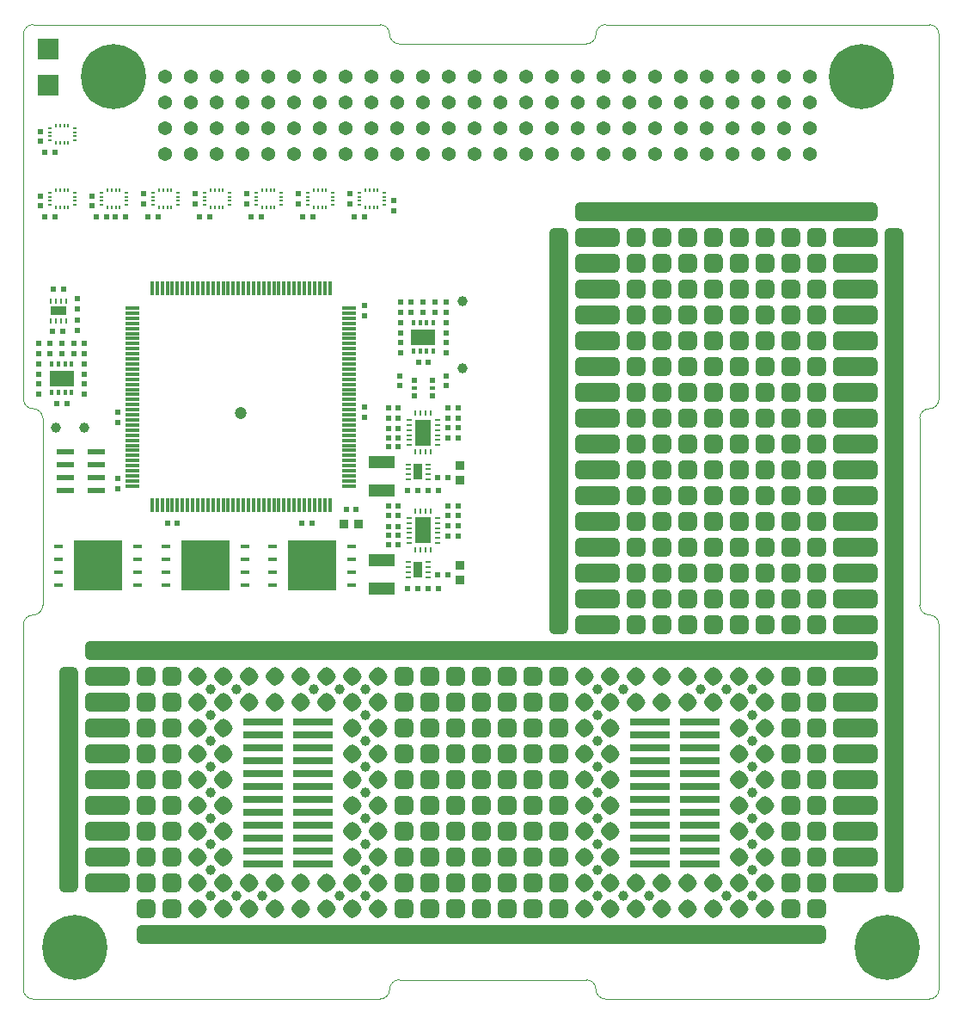
<source format=gbr>
G04 #@! TF.GenerationSoftware,KiCad,Pcbnew,5.1.9*
G04 #@! TF.CreationDate,2021-03-03T13:13:51+01:00*
G04 #@! TF.ProjectId,board_sierra,626f6172-645f-4736-9965-7272612e6b69,v1.1*
G04 #@! TF.SameCoordinates,PX1903cf0PY6c69e80*
G04 #@! TF.FileFunction,Soldermask,Top*
G04 #@! TF.FilePolarity,Negative*
%FSLAX46Y46*%
G04 Gerber Fmt 4.6, Leading zero omitted, Abs format (unit mm)*
G04 Created by KiCad (PCBNEW 5.1.9) date 2021-03-03 13:13:51*
%MOMM*%
%LPD*%
G01*
G04 APERTURE LIST*
G04 #@! TA.AperFunction,Profile*
%ADD10C,0.100000*%
G04 #@! TD*
%ADD11C,1.200000*%
%ADD12R,0.950000X0.950000*%
%ADD13C,1.365000*%
%ADD14R,4.200000X1.850000*%
%ADD15R,1.850000X4.200000*%
%ADD16C,1.500000*%
%ADD17R,3.860000X0.650000*%
%ADD18C,1.000000*%
%ADD19R,2.000000X2.000000*%
%ADD20R,2.650000X1.250000*%
%ADD21R,0.600000X0.500000*%
%ADD22R,1.475000X0.300000*%
%ADD23R,0.300000X1.475000*%
%ADD24R,0.500000X0.600000*%
%ADD25R,2.400000X1.600000*%
%ADD26R,0.300000X0.600000*%
%ADD27R,4.750000X4.900000*%
%ADD28R,0.950000X0.450000*%
%ADD29R,0.600000X0.200000*%
%ADD30R,0.200000X0.600000*%
%ADD31R,1.600000X2.600000*%
%ADD32C,0.800000*%
%ADD33C,6.400000*%
%ADD34R,1.700000X0.600000*%
%ADD35R,0.225000X0.463000*%
%ADD36R,0.463000X0.225000*%
%ADD37R,0.500000X0.250000*%
%ADD38R,0.900000X1.600000*%
%ADD39R,0.250000X0.500000*%
%ADD40R,1.600000X0.900000*%
%ADD41R,0.600000X0.600000*%
%ADD42R,0.600000X0.400000*%
G04 APERTURE END LIST*
D10*
X50355500Y88900000D02*
G75*
G03*
X51308000Y89852500I0J952500D01*
G01*
X31940500Y88900000D02*
X50355500Y88900000D01*
X52260500Y90805000D02*
X84137500Y90805000D01*
X30988000Y89852500D02*
G75*
G03*
X30035500Y90805000I-952500J0D01*
G01*
X30988000Y89852500D02*
G75*
G03*
X31940500Y88900000I952500J0D01*
G01*
X-4127500Y90805000D02*
X30035500Y90805000D01*
X52260500Y90805000D02*
G75*
G03*
X51308000Y89852500I0J-952500D01*
G01*
X52260500Y-5080000D02*
X84137500Y-5080000D01*
X31940500Y-3175000D02*
X50355500Y-3175000D01*
X-4127500Y-5080000D02*
X30035500Y-5080000D01*
X52260500Y-5080000D02*
G75*
G02*
X51308000Y-4127500I0J952500D01*
G01*
X50355500Y-3175000D02*
G75*
G02*
X51308000Y-4127500I0J-952500D01*
G01*
X30988000Y-4127500D02*
G75*
G02*
X31940500Y-3175000I952500J0D01*
G01*
X30988000Y-4127500D02*
G75*
G02*
X30035500Y-5080000I-952500J0D01*
G01*
X84137500Y53009800D02*
G75*
G03*
X83185000Y52057300I0J-952500D01*
G01*
X85090000Y89852500D02*
X85090000Y53962300D01*
X83185000Y52057300D02*
X83185000Y33667700D01*
X85090000Y31762700D02*
X85090000Y-4127500D01*
X83185000Y33667700D02*
G75*
G03*
X84137500Y32715200I952500J0D01*
G01*
X85090000Y31762700D02*
G75*
G03*
X84137500Y32715200I-952500J0D01*
G01*
X84137500Y53009800D02*
G75*
G03*
X85090000Y53962300I0J952500D01*
G01*
X85090000Y-4127500D02*
G75*
G02*
X84137500Y-5080000I-952500J0D01*
G01*
X84137500Y90805000D02*
G75*
G02*
X85090000Y89852500I0J-952500D01*
G01*
X-5080000Y31762700D02*
X-5080000Y-4127500D01*
X-5080000Y89852500D02*
X-5080000Y53962300D01*
X-5080000Y89852500D02*
G75*
G02*
X-4127500Y90805000I952500J0D01*
G01*
X-3175000Y52057300D02*
X-3175000Y33667700D01*
X-4127500Y53009800D02*
G75*
G02*
X-5080000Y53962300I0J952500D01*
G01*
X-4127500Y53009800D02*
G75*
G02*
X-3175000Y52057300I0J-952500D01*
G01*
X-3175000Y33667700D02*
G75*
G02*
X-4127500Y32715200I-952500J0D01*
G01*
X-5080000Y31762700D02*
G75*
G02*
X-4127500Y32715200I952500J0D01*
G01*
X-4127500Y-5080000D02*
G75*
G02*
X-5080000Y-4127500I0J952500D01*
G01*
D11*
G04 #@! TO.C,RH1*
X16336000Y52600000D03*
G04 #@! TD*
D12*
G04 #@! TO.C,L1*
X26475000Y41700000D03*
X27925000Y41700000D03*
G04 #@! TD*
D13*
G04 #@! TO.C,H2*
X8890000Y83185000D03*
X8890000Y85725000D03*
X11430000Y83185000D03*
X11430000Y85725000D03*
X13970000Y83185000D03*
X13970000Y85725000D03*
X16510000Y83185000D03*
X16510000Y85725000D03*
X19050000Y83185000D03*
X19050000Y85725000D03*
X21590000Y83185000D03*
X21590000Y85725000D03*
X24130000Y83185000D03*
X24130000Y85725000D03*
X26670000Y83185000D03*
X26670000Y85725000D03*
X29210000Y83185000D03*
X29210000Y85725000D03*
X31750000Y83185000D03*
X31750000Y85725000D03*
X34290000Y83185000D03*
X34290000Y85725000D03*
X36830000Y83185000D03*
X36830000Y85725000D03*
X39370000Y83185000D03*
X39370000Y85725000D03*
X41910000Y83185000D03*
X41910000Y85725000D03*
X44450000Y83185000D03*
X44450000Y85725000D03*
X46990000Y83185000D03*
X46990000Y85725000D03*
X49530000Y83185000D03*
X49530000Y85725000D03*
X52070000Y83185000D03*
X52070000Y85725000D03*
X54610000Y83185000D03*
X54610000Y85725000D03*
X57150000Y83185000D03*
X57150000Y85725000D03*
X59690000Y83185000D03*
X59690000Y85725000D03*
X62230000Y83185000D03*
X62230000Y85725000D03*
X64770000Y83185000D03*
X64770000Y85725000D03*
X67310000Y83185000D03*
X67310000Y85725000D03*
X69850000Y83185000D03*
X69850000Y85725000D03*
X72390000Y83185000D03*
X72390000Y85725000D03*
G04 #@! TD*
G04 #@! TO.C,H1*
X8890000Y78105000D03*
X8890000Y80645000D03*
X11430000Y78105000D03*
X11430000Y80645000D03*
X13970000Y78105000D03*
X13970000Y80645000D03*
X16510000Y78105000D03*
X16510000Y80645000D03*
X19050000Y78105000D03*
X19050000Y80645000D03*
X21590000Y78105000D03*
X21590000Y80645000D03*
X24130000Y78105000D03*
X24130000Y80645000D03*
X26670000Y78105000D03*
X26670000Y80645000D03*
X29210000Y78105000D03*
X29210000Y80645000D03*
X31750000Y78105000D03*
X31750000Y80645000D03*
X34290000Y78105000D03*
X34290000Y80645000D03*
X36830000Y78105000D03*
X36830000Y80645000D03*
X39370000Y78105000D03*
X39370000Y80645000D03*
X41910000Y78105000D03*
X41910000Y80645000D03*
X44450000Y78105000D03*
X44450000Y80645000D03*
X46990000Y78105000D03*
X46990000Y80645000D03*
X49530000Y78105000D03*
X49530000Y80645000D03*
X52070000Y78105000D03*
X52070000Y80645000D03*
X54610000Y78105000D03*
X54610000Y80645000D03*
X57150000Y78105000D03*
X57150000Y80645000D03*
X59690000Y78105000D03*
X59690000Y80645000D03*
X62230000Y78105000D03*
X62230000Y80645000D03*
X64770000Y78105000D03*
X64770000Y80645000D03*
X67310000Y78105000D03*
X67310000Y80645000D03*
X69850000Y78105000D03*
X69850000Y80645000D03*
X72390000Y78105000D03*
X72390000Y80645000D03*
G04 #@! TD*
D14*
G04 #@! TO.C,UA5*
X67945000Y1270000D03*
X62865000Y1270000D03*
X55245000Y1270000D03*
X57785000Y1270000D03*
X52705000Y1270000D03*
X60325000Y1270000D03*
X65405000Y1270000D03*
X45085000Y1270000D03*
X47625000Y1270000D03*
X50165000Y1270000D03*
X40005000Y1270000D03*
X37465000Y1270000D03*
X42545000Y1270000D03*
X32385000Y1270000D03*
X29845000Y1270000D03*
X34925000Y1270000D03*
X24765000Y1270000D03*
X22225000Y1270000D03*
X27305000Y1270000D03*
X17145000Y1270000D03*
X14605000Y1270000D03*
X19685000Y1270000D03*
D15*
X80645000Y11430000D03*
X80645000Y13970000D03*
X80645000Y8890000D03*
X80645000Y19050000D03*
X80645000Y16510000D03*
X80645000Y26670000D03*
X80645000Y24130000D03*
X80645000Y21590000D03*
X80645000Y31750000D03*
X80645000Y29210000D03*
X80645000Y41910000D03*
X80645000Y39370000D03*
X80645000Y34290000D03*
D14*
X42545000Y29210000D03*
D15*
X80645000Y44450000D03*
X80645000Y36830000D03*
D14*
X34925000Y29210000D03*
D15*
X80645000Y54610000D03*
X80645000Y46990000D03*
D14*
X37465000Y29210000D03*
D15*
X80645000Y52070000D03*
D14*
X40005000Y29210000D03*
D15*
X80645000Y49530000D03*
D14*
X29845000Y29210000D03*
D15*
X80645000Y57150000D03*
D14*
X32385000Y29210000D03*
D15*
X80645000Y59690000D03*
X80645000Y62230000D03*
X80645000Y64770000D03*
D14*
X22225000Y29210000D03*
X17145000Y29210000D03*
X27305000Y29210000D03*
X24765000Y29210000D03*
X19685000Y29210000D03*
X12065000Y1270000D03*
X9525000Y1270000D03*
X14605000Y29210000D03*
X12065000Y29210000D03*
X9525000Y29210000D03*
X6985000Y29210000D03*
G36*
G01*
X6060000Y18587500D02*
X6060000Y19512500D01*
G75*
G02*
X6522500Y19975000I462500J0D01*
G01*
X7447500Y19975000D01*
G75*
G02*
X7910000Y19512500I0J-462500D01*
G01*
X7910000Y18587500D01*
G75*
G02*
X7447500Y18125000I-462500J0D01*
G01*
X6522500Y18125000D01*
G75*
G02*
X6060000Y18587500I0J462500D01*
G01*
G37*
G36*
G01*
X6060000Y21127500D02*
X6060000Y22052500D01*
G75*
G02*
X6522500Y22515000I462500J0D01*
G01*
X7447500Y22515000D01*
G75*
G02*
X7910000Y22052500I0J-462500D01*
G01*
X7910000Y21127500D01*
G75*
G02*
X7447500Y20665000I-462500J0D01*
G01*
X6522500Y20665000D01*
G75*
G02*
X6060000Y21127500I0J462500D01*
G01*
G37*
G36*
G01*
X6060000Y16047500D02*
X6060000Y16972500D01*
G75*
G02*
X6522500Y17435000I462500J0D01*
G01*
X7447500Y17435000D01*
G75*
G02*
X7910000Y16972500I0J-462500D01*
G01*
X7910000Y16047500D01*
G75*
G02*
X7447500Y15585000I-462500J0D01*
G01*
X6522500Y15585000D01*
G75*
G02*
X6060000Y16047500I0J462500D01*
G01*
G37*
G36*
G01*
X6060000Y13507500D02*
X6060000Y14432500D01*
G75*
G02*
X6522500Y14895000I462500J0D01*
G01*
X7447500Y14895000D01*
G75*
G02*
X7910000Y14432500I0J-462500D01*
G01*
X7910000Y13507500D01*
G75*
G02*
X7447500Y13045000I-462500J0D01*
G01*
X6522500Y13045000D01*
G75*
G02*
X6060000Y13507500I0J462500D01*
G01*
G37*
G36*
G01*
X34000000Y18587500D02*
X34000000Y19512500D01*
G75*
G02*
X34462500Y19975000I462500J0D01*
G01*
X35387500Y19975000D01*
G75*
G02*
X35850000Y19512500I0J-462500D01*
G01*
X35850000Y18587500D01*
G75*
G02*
X35387500Y18125000I-462500J0D01*
G01*
X34462500Y18125000D01*
G75*
G02*
X34000000Y18587500I0J462500D01*
G01*
G37*
G36*
G01*
X34000000Y13507500D02*
X34000000Y14432500D01*
G75*
G02*
X34462500Y14895000I462500J0D01*
G01*
X35387500Y14895000D01*
G75*
G02*
X35850000Y14432500I0J-462500D01*
G01*
X35850000Y13507500D01*
G75*
G02*
X35387500Y13045000I-462500J0D01*
G01*
X34462500Y13045000D01*
G75*
G02*
X34000000Y13507500I0J462500D01*
G01*
G37*
G36*
G01*
X34000000Y16047500D02*
X34000000Y16972500D01*
G75*
G02*
X34462500Y17435000I462500J0D01*
G01*
X35387500Y17435000D01*
G75*
G02*
X35850000Y16972500I0J-462500D01*
G01*
X35850000Y16047500D01*
G75*
G02*
X35387500Y15585000I-462500J0D01*
G01*
X34462500Y15585000D01*
G75*
G02*
X34000000Y16047500I0J462500D01*
G01*
G37*
G36*
G01*
X34000000Y21127500D02*
X34000000Y22052500D01*
G75*
G02*
X34462500Y22515000I462500J0D01*
G01*
X35387500Y22515000D01*
G75*
G02*
X35850000Y22052500I0J-462500D01*
G01*
X35850000Y21127500D01*
G75*
G02*
X35387500Y20665000I-462500J0D01*
G01*
X34462500Y20665000D01*
G75*
G02*
X34000000Y21127500I0J462500D01*
G01*
G37*
G36*
G01*
X8600000Y18587500D02*
X8600000Y19512500D01*
G75*
G02*
X9062500Y19975000I462500J0D01*
G01*
X9987500Y19975000D01*
G75*
G02*
X10450000Y19512500I0J-462500D01*
G01*
X10450000Y18587500D01*
G75*
G02*
X9987500Y18125000I-462500J0D01*
G01*
X9062500Y18125000D01*
G75*
G02*
X8600000Y18587500I0J462500D01*
G01*
G37*
G36*
G01*
X31460000Y18587500D02*
X31460000Y19512500D01*
G75*
G02*
X31922500Y19975000I462500J0D01*
G01*
X32847500Y19975000D01*
G75*
G02*
X33310000Y19512500I0J-462500D01*
G01*
X33310000Y18587500D01*
G75*
G02*
X32847500Y18125000I-462500J0D01*
G01*
X31922500Y18125000D01*
G75*
G02*
X31460000Y18587500I0J462500D01*
G01*
G37*
G36*
G01*
X31460000Y21127500D02*
X31460000Y22052500D01*
G75*
G02*
X31922500Y22515000I462500J0D01*
G01*
X32847500Y22515000D01*
G75*
G02*
X33310000Y22052500I0J-462500D01*
G01*
X33310000Y21127500D01*
G75*
G02*
X32847500Y20665000I-462500J0D01*
G01*
X31922500Y20665000D01*
G75*
G02*
X31460000Y21127500I0J462500D01*
G01*
G37*
G36*
G01*
X8600000Y21127500D02*
X8600000Y22052500D01*
G75*
G02*
X9062500Y22515000I462500J0D01*
G01*
X9987500Y22515000D01*
G75*
G02*
X10450000Y22052500I0J-462500D01*
G01*
X10450000Y21127500D01*
G75*
G02*
X9987500Y20665000I-462500J0D01*
G01*
X9062500Y20665000D01*
G75*
G02*
X8600000Y21127500I0J462500D01*
G01*
G37*
G36*
G01*
X31460000Y16047500D02*
X31460000Y16972500D01*
G75*
G02*
X31922500Y17435000I462500J0D01*
G01*
X32847500Y17435000D01*
G75*
G02*
X33310000Y16972500I0J-462500D01*
G01*
X33310000Y16047500D01*
G75*
G02*
X32847500Y15585000I-462500J0D01*
G01*
X31922500Y15585000D01*
G75*
G02*
X31460000Y16047500I0J462500D01*
G01*
G37*
G36*
G01*
X8600000Y16047500D02*
X8600000Y16972500D01*
G75*
G02*
X9062500Y17435000I462500J0D01*
G01*
X9987500Y17435000D01*
G75*
G02*
X10450000Y16972500I0J-462500D01*
G01*
X10450000Y16047500D01*
G75*
G02*
X9987500Y15585000I-462500J0D01*
G01*
X9062500Y15585000D01*
G75*
G02*
X8600000Y16047500I0J462500D01*
G01*
G37*
G36*
G01*
X8600000Y13507500D02*
X8600000Y14432500D01*
G75*
G02*
X9062500Y14895000I462500J0D01*
G01*
X9987500Y14895000D01*
G75*
G02*
X10450000Y14432500I0J-462500D01*
G01*
X10450000Y13507500D01*
G75*
G02*
X9987500Y13045000I-462500J0D01*
G01*
X9062500Y13045000D01*
G75*
G02*
X8600000Y13507500I0J462500D01*
G01*
G37*
G36*
G01*
X31460000Y13507500D02*
X31460000Y14432500D01*
G75*
G02*
X31922500Y14895000I462500J0D01*
G01*
X32847500Y14895000D01*
G75*
G02*
X33310000Y14432500I0J-462500D01*
G01*
X33310000Y13507500D01*
G75*
G02*
X32847500Y13045000I-462500J0D01*
G01*
X31922500Y13045000D01*
G75*
G02*
X31460000Y13507500I0J462500D01*
G01*
G37*
G36*
G01*
X13818697Y19395068D02*
X14259932Y19836303D01*
G75*
G02*
X14950068Y19836303I345068J-345068D01*
G01*
X15391303Y19395068D01*
G75*
G02*
X15391303Y18704932I-345068J-345068D01*
G01*
X14950068Y18263697D01*
G75*
G02*
X14259932Y18263697I-345068J345068D01*
G01*
X13818697Y18704932D01*
G75*
G02*
X13818697Y19395068I345068J345068D01*
G01*
G37*
G36*
G01*
X13818697Y14315068D02*
X14259932Y14756303D01*
G75*
G02*
X14950068Y14756303I345068J-345068D01*
G01*
X15391303Y14315068D01*
G75*
G02*
X15391303Y13624932I-345068J-345068D01*
G01*
X14950068Y13183697D01*
G75*
G02*
X14259932Y13183697I-345068J345068D01*
G01*
X13818697Y13624932D01*
G75*
G02*
X13818697Y14315068I345068J345068D01*
G01*
G37*
G36*
G01*
X13818697Y16855068D02*
X14259932Y17296303D01*
G75*
G02*
X14950068Y17296303I345068J-345068D01*
G01*
X15391303Y16855068D01*
G75*
G02*
X15391303Y16164932I-345068J-345068D01*
G01*
X14950068Y15723697D01*
G75*
G02*
X14259932Y15723697I-345068J345068D01*
G01*
X13818697Y16164932D01*
G75*
G02*
X13818697Y16855068I345068J345068D01*
G01*
G37*
G36*
G01*
X13818697Y21935068D02*
X14259932Y22376303D01*
G75*
G02*
X14950068Y22376303I345068J-345068D01*
G01*
X15391303Y21935068D01*
G75*
G02*
X15391303Y21244932I-345068J-345068D01*
G01*
X14950068Y20803697D01*
G75*
G02*
X14259932Y20803697I-345068J345068D01*
G01*
X13818697Y21244932D01*
G75*
G02*
X13818697Y21935068I345068J345068D01*
G01*
G37*
G36*
G01*
X72100000Y18587500D02*
X72100000Y19512500D01*
G75*
G02*
X72562500Y19975000I462500J0D01*
G01*
X73487500Y19975000D01*
G75*
G02*
X73950000Y19512500I0J-462500D01*
G01*
X73950000Y18587500D01*
G75*
G02*
X73487500Y18125000I-462500J0D01*
G01*
X72562500Y18125000D01*
G75*
G02*
X72100000Y18587500I0J462500D01*
G01*
G37*
G36*
G01*
X11278697Y19395068D02*
X11719932Y19836303D01*
G75*
G02*
X12410068Y19836303I345068J-345068D01*
G01*
X12851303Y19395068D01*
G75*
G02*
X12851303Y18704932I-345068J-345068D01*
G01*
X12410068Y18263697D01*
G75*
G02*
X11719932Y18263697I-345068J345068D01*
G01*
X11278697Y18704932D01*
G75*
G02*
X11278697Y19395068I345068J345068D01*
G01*
G37*
G36*
G01*
X11278697Y21935068D02*
X11719932Y22376303D01*
G75*
G02*
X12410068Y22376303I345068J-345068D01*
G01*
X12851303Y21935068D01*
G75*
G02*
X12851303Y21244932I-345068J-345068D01*
G01*
X12410068Y20803697D01*
G75*
G02*
X11719932Y20803697I-345068J345068D01*
G01*
X11278697Y21244932D01*
G75*
G02*
X11278697Y21935068I345068J345068D01*
G01*
G37*
G36*
G01*
X72100000Y21127500D02*
X72100000Y22052500D01*
G75*
G02*
X72562500Y22515000I462500J0D01*
G01*
X73487500Y22515000D01*
G75*
G02*
X73950000Y22052500I0J-462500D01*
G01*
X73950000Y21127500D01*
G75*
G02*
X73487500Y20665000I-462500J0D01*
G01*
X72562500Y20665000D01*
G75*
G02*
X72100000Y21127500I0J462500D01*
G01*
G37*
G36*
G01*
X11278697Y16855068D02*
X11719932Y17296303D01*
G75*
G02*
X12410068Y17296303I345068J-345068D01*
G01*
X12851303Y16855068D01*
G75*
G02*
X12851303Y16164932I-345068J-345068D01*
G01*
X12410068Y15723697D01*
G75*
G02*
X11719932Y15723697I-345068J345068D01*
G01*
X11278697Y16164932D01*
G75*
G02*
X11278697Y16855068I345068J345068D01*
G01*
G37*
G36*
G01*
X72100000Y16047500D02*
X72100000Y16972500D01*
G75*
G02*
X72562500Y17435000I462500J0D01*
G01*
X73487500Y17435000D01*
G75*
G02*
X73950000Y16972500I0J-462500D01*
G01*
X73950000Y16047500D01*
G75*
G02*
X73487500Y15585000I-462500J0D01*
G01*
X72562500Y15585000D01*
G75*
G02*
X72100000Y16047500I0J462500D01*
G01*
G37*
G36*
G01*
X72100000Y13507500D02*
X72100000Y14432500D01*
G75*
G02*
X72562500Y14895000I462500J0D01*
G01*
X73487500Y14895000D01*
G75*
G02*
X73950000Y14432500I0J-462500D01*
G01*
X73950000Y13507500D01*
G75*
G02*
X73487500Y13045000I-462500J0D01*
G01*
X72562500Y13045000D01*
G75*
G02*
X72100000Y13507500I0J462500D01*
G01*
G37*
G36*
G01*
X11278697Y14315068D02*
X11719932Y14756303D01*
G75*
G02*
X12410068Y14756303I345068J-345068D01*
G01*
X12851303Y14315068D01*
G75*
G02*
X12851303Y13624932I-345068J-345068D01*
G01*
X12410068Y13183697D01*
G75*
G02*
X11719932Y13183697I-345068J345068D01*
G01*
X11278697Y13624932D01*
G75*
G02*
X11278697Y14315068I345068J345068D01*
G01*
G37*
G36*
G01*
X67158697Y11775068D02*
X67599932Y12216303D01*
G75*
G02*
X68290068Y12216303I345068J-345068D01*
G01*
X68731303Y11775068D01*
G75*
G02*
X68731303Y11084932I-345068J-345068D01*
G01*
X68290068Y10643697D01*
G75*
G02*
X67599932Y10643697I-345068J345068D01*
G01*
X67158697Y11084932D01*
G75*
G02*
X67158697Y11775068I345068J345068D01*
G01*
G37*
G36*
G01*
X64618697Y19395068D02*
X65059932Y19836303D01*
G75*
G02*
X65750068Y19836303I345068J-345068D01*
G01*
X66191303Y19395068D01*
G75*
G02*
X66191303Y18704932I-345068J-345068D01*
G01*
X65750068Y18263697D01*
G75*
G02*
X65059932Y18263697I-345068J345068D01*
G01*
X64618697Y18704932D01*
G75*
G02*
X64618697Y19395068I345068J345068D01*
G01*
G37*
G36*
G01*
X67158697Y16855068D02*
X67599932Y17296303D01*
G75*
G02*
X68290068Y17296303I345068J-345068D01*
G01*
X68731303Y16855068D01*
G75*
G02*
X68731303Y16164932I-345068J-345068D01*
G01*
X68290068Y15723697D01*
G75*
G02*
X67599932Y15723697I-345068J345068D01*
G01*
X67158697Y16164932D01*
G75*
G02*
X67158697Y16855068I345068J345068D01*
G01*
G37*
G36*
G01*
X67158697Y21935068D02*
X67599932Y22376303D01*
G75*
G02*
X68290068Y22376303I345068J-345068D01*
G01*
X68731303Y21935068D01*
G75*
G02*
X68731303Y21244932I-345068J-345068D01*
G01*
X68290068Y20803697D01*
G75*
G02*
X67599932Y20803697I-345068J345068D01*
G01*
X67158697Y21244932D01*
G75*
G02*
X67158697Y21935068I345068J345068D01*
G01*
G37*
G36*
G01*
X64618697Y21935068D02*
X65059932Y22376303D01*
G75*
G02*
X65750068Y22376303I345068J-345068D01*
G01*
X66191303Y21935068D01*
G75*
G02*
X66191303Y21244932I-345068J-345068D01*
G01*
X65750068Y20803697D01*
G75*
G02*
X65059932Y20803697I-345068J345068D01*
G01*
X64618697Y21244932D01*
G75*
G02*
X64618697Y21935068I345068J345068D01*
G01*
G37*
G36*
G01*
X64618697Y11775068D02*
X65059932Y12216303D01*
G75*
G02*
X65750068Y12216303I345068J-345068D01*
G01*
X66191303Y11775068D01*
G75*
G02*
X66191303Y11084932I-345068J-345068D01*
G01*
X65750068Y10643697D01*
G75*
G02*
X65059932Y10643697I-345068J345068D01*
G01*
X64618697Y11084932D01*
G75*
G02*
X64618697Y11775068I345068J345068D01*
G01*
G37*
G36*
G01*
X67158697Y9235068D02*
X67599932Y9676303D01*
G75*
G02*
X68290068Y9676303I345068J-345068D01*
G01*
X68731303Y9235068D01*
G75*
G02*
X68731303Y8544932I-345068J-345068D01*
G01*
X68290068Y8103697D01*
G75*
G02*
X67599932Y8103697I-345068J345068D01*
G01*
X67158697Y8544932D01*
G75*
G02*
X67158697Y9235068I345068J345068D01*
G01*
G37*
G36*
G01*
X67158697Y14315068D02*
X67599932Y14756303D01*
G75*
G02*
X68290068Y14756303I345068J-345068D01*
G01*
X68731303Y14315068D01*
G75*
G02*
X68731303Y13624932I-345068J-345068D01*
G01*
X68290068Y13183697D01*
G75*
G02*
X67599932Y13183697I-345068J345068D01*
G01*
X67158697Y13624932D01*
G75*
G02*
X67158697Y14315068I345068J345068D01*
G01*
G37*
G36*
G01*
X67158697Y19395068D02*
X67599932Y19836303D01*
G75*
G02*
X68290068Y19836303I345068J-345068D01*
G01*
X68731303Y19395068D01*
G75*
G02*
X68731303Y18704932I-345068J-345068D01*
G01*
X68290068Y18263697D01*
G75*
G02*
X67599932Y18263697I-345068J345068D01*
G01*
X67158697Y18704932D01*
G75*
G02*
X67158697Y19395068I345068J345068D01*
G01*
G37*
G36*
G01*
X64618697Y14315068D02*
X65059932Y14756303D01*
G75*
G02*
X65750068Y14756303I345068J-345068D01*
G01*
X66191303Y14315068D01*
G75*
G02*
X66191303Y13624932I-345068J-345068D01*
G01*
X65750068Y13183697D01*
G75*
G02*
X65059932Y13183697I-345068J345068D01*
G01*
X64618697Y13624932D01*
G75*
G02*
X64618697Y14315068I345068J345068D01*
G01*
G37*
G36*
G01*
X6060000Y8427500D02*
X6060000Y9352500D01*
G75*
G02*
X6522500Y9815000I462500J0D01*
G01*
X7447500Y9815000D01*
G75*
G02*
X7910000Y9352500I0J-462500D01*
G01*
X7910000Y8427500D01*
G75*
G02*
X7447500Y7965000I-462500J0D01*
G01*
X6522500Y7965000D01*
G75*
G02*
X6060000Y8427500I0J462500D01*
G01*
G37*
G36*
G01*
X6060000Y10967500D02*
X6060000Y11892500D01*
G75*
G02*
X6522500Y12355000I462500J0D01*
G01*
X7447500Y12355000D01*
G75*
G02*
X7910000Y11892500I0J-462500D01*
G01*
X7910000Y10967500D01*
G75*
G02*
X7447500Y10505000I-462500J0D01*
G01*
X6522500Y10505000D01*
G75*
G02*
X6060000Y10967500I0J462500D01*
G01*
G37*
G36*
G01*
X64618697Y9235068D02*
X65059932Y9676303D01*
G75*
G02*
X65750068Y9676303I345068J-345068D01*
G01*
X66191303Y9235068D01*
G75*
G02*
X66191303Y8544932I-345068J-345068D01*
G01*
X65750068Y8103697D01*
G75*
G02*
X65059932Y8103697I-345068J345068D01*
G01*
X64618697Y8544932D01*
G75*
G02*
X64618697Y9235068I345068J345068D01*
G01*
G37*
G36*
G01*
X64618697Y16855068D02*
X65059932Y17296303D01*
G75*
G02*
X65750068Y17296303I345068J-345068D01*
G01*
X66191303Y16855068D01*
G75*
G02*
X66191303Y16164932I-345068J-345068D01*
G01*
X65750068Y15723697D01*
G75*
G02*
X65059932Y15723697I-345068J345068D01*
G01*
X64618697Y16164932D01*
G75*
G02*
X64618697Y16855068I345068J345068D01*
G01*
G37*
G36*
G01*
X34000000Y10967500D02*
X34000000Y11892500D01*
G75*
G02*
X34462500Y12355000I462500J0D01*
G01*
X35387500Y12355000D01*
G75*
G02*
X35850000Y11892500I0J-462500D01*
G01*
X35850000Y10967500D01*
G75*
G02*
X35387500Y10505000I-462500J0D01*
G01*
X34462500Y10505000D01*
G75*
G02*
X34000000Y10967500I0J462500D01*
G01*
G37*
G36*
G01*
X8600000Y10967500D02*
X8600000Y11892500D01*
G75*
G02*
X9062500Y12355000I462500J0D01*
G01*
X9987500Y12355000D01*
G75*
G02*
X10450000Y11892500I0J-462500D01*
G01*
X10450000Y10967500D01*
G75*
G02*
X9987500Y10505000I-462500J0D01*
G01*
X9062500Y10505000D01*
G75*
G02*
X8600000Y10967500I0J462500D01*
G01*
G37*
G36*
G01*
X31460000Y8427500D02*
X31460000Y9352500D01*
G75*
G02*
X31922500Y9815000I462500J0D01*
G01*
X32847500Y9815000D01*
G75*
G02*
X33310000Y9352500I0J-462500D01*
G01*
X33310000Y8427500D01*
G75*
G02*
X32847500Y7965000I-462500J0D01*
G01*
X31922500Y7965000D01*
G75*
G02*
X31460000Y8427500I0J462500D01*
G01*
G37*
G36*
G01*
X46700000Y8427500D02*
X46700000Y9352500D01*
G75*
G02*
X47162500Y9815000I462500J0D01*
G01*
X48087500Y9815000D01*
G75*
G02*
X48550000Y9352500I0J-462500D01*
G01*
X48550000Y8427500D01*
G75*
G02*
X48087500Y7965000I-462500J0D01*
G01*
X47162500Y7965000D01*
G75*
G02*
X46700000Y8427500I0J462500D01*
G01*
G37*
G36*
G01*
X34000000Y5887500D02*
X34000000Y6812500D01*
G75*
G02*
X34462500Y7275000I462500J0D01*
G01*
X35387500Y7275000D01*
G75*
G02*
X35850000Y6812500I0J-462500D01*
G01*
X35850000Y5887500D01*
G75*
G02*
X35387500Y5425000I-462500J0D01*
G01*
X34462500Y5425000D01*
G75*
G02*
X34000000Y5887500I0J462500D01*
G01*
G37*
G36*
G01*
X72100000Y10967500D02*
X72100000Y11892500D01*
G75*
G02*
X72562500Y12355000I462500J0D01*
G01*
X73487500Y12355000D01*
G75*
G02*
X73950000Y11892500I0J-462500D01*
G01*
X73950000Y10967500D01*
G75*
G02*
X73487500Y10505000I-462500J0D01*
G01*
X72562500Y10505000D01*
G75*
G02*
X72100000Y10967500I0J462500D01*
G01*
G37*
G36*
G01*
X44160000Y5887500D02*
X44160000Y6812500D01*
G75*
G02*
X44622500Y7275000I462500J0D01*
G01*
X45547500Y7275000D01*
G75*
G02*
X46010000Y6812500I0J-462500D01*
G01*
X46010000Y5887500D01*
G75*
G02*
X45547500Y5425000I-462500J0D01*
G01*
X44622500Y5425000D01*
G75*
G02*
X44160000Y5887500I0J462500D01*
G01*
G37*
G36*
G01*
X34000000Y8427500D02*
X34000000Y9352500D01*
G75*
G02*
X34462500Y9815000I462500J0D01*
G01*
X35387500Y9815000D01*
G75*
G02*
X35850000Y9352500I0J-462500D01*
G01*
X35850000Y8427500D01*
G75*
G02*
X35387500Y7965000I-462500J0D01*
G01*
X34462500Y7965000D01*
G75*
G02*
X34000000Y8427500I0J462500D01*
G01*
G37*
G36*
G01*
X16358697Y6695068D02*
X16799932Y7136303D01*
G75*
G02*
X17490068Y7136303I345068J-345068D01*
G01*
X17931303Y6695068D01*
G75*
G02*
X17931303Y6004932I-345068J-345068D01*
G01*
X17490068Y5563697D01*
G75*
G02*
X16799932Y5563697I-345068J345068D01*
G01*
X16358697Y6004932D01*
G75*
G02*
X16358697Y6695068I345068J345068D01*
G01*
G37*
G36*
G01*
X11278697Y6695068D02*
X11719932Y7136303D01*
G75*
G02*
X12410068Y7136303I345068J-345068D01*
G01*
X12851303Y6695068D01*
G75*
G02*
X12851303Y6004932I-345068J-345068D01*
G01*
X12410068Y5563697D01*
G75*
G02*
X11719932Y5563697I-345068J345068D01*
G01*
X11278697Y6004932D01*
G75*
G02*
X11278697Y6695068I345068J345068D01*
G01*
G37*
G36*
G01*
X46700000Y10967500D02*
X46700000Y11892500D01*
G75*
G02*
X47162500Y12355000I462500J0D01*
G01*
X48087500Y12355000D01*
G75*
G02*
X48550000Y11892500I0J-462500D01*
G01*
X48550000Y10967500D01*
G75*
G02*
X48087500Y10505000I-462500J0D01*
G01*
X47162500Y10505000D01*
G75*
G02*
X46700000Y10967500I0J462500D01*
G01*
G37*
G36*
G01*
X72100000Y8427500D02*
X72100000Y9352500D01*
G75*
G02*
X72562500Y9815000I462500J0D01*
G01*
X73487500Y9815000D01*
G75*
G02*
X73950000Y9352500I0J-462500D01*
G01*
X73950000Y8427500D01*
G75*
G02*
X73487500Y7965000I-462500J0D01*
G01*
X72562500Y7965000D01*
G75*
G02*
X72100000Y8427500I0J462500D01*
G01*
G37*
G36*
G01*
X44160000Y10967500D02*
X44160000Y11892500D01*
G75*
G02*
X44622500Y12355000I462500J0D01*
G01*
X45547500Y12355000D01*
G75*
G02*
X46010000Y11892500I0J-462500D01*
G01*
X46010000Y10967500D01*
G75*
G02*
X45547500Y10505000I-462500J0D01*
G01*
X44622500Y10505000D01*
G75*
G02*
X44160000Y10967500I0J462500D01*
G01*
G37*
G36*
G01*
X72100000Y5887500D02*
X72100000Y6812500D01*
G75*
G02*
X72562500Y7275000I462500J0D01*
G01*
X73487500Y7275000D01*
G75*
G02*
X73950000Y6812500I0J-462500D01*
G01*
X73950000Y5887500D01*
G75*
G02*
X73487500Y5425000I-462500J0D01*
G01*
X72562500Y5425000D01*
G75*
G02*
X72100000Y5887500I0J462500D01*
G01*
G37*
G36*
G01*
X31460000Y10967500D02*
X31460000Y11892500D01*
G75*
G02*
X31922500Y12355000I462500J0D01*
G01*
X32847500Y12355000D01*
G75*
G02*
X33310000Y11892500I0J-462500D01*
G01*
X33310000Y10967500D01*
G75*
G02*
X32847500Y10505000I-462500J0D01*
G01*
X31922500Y10505000D01*
G75*
G02*
X31460000Y10967500I0J462500D01*
G01*
G37*
G36*
G01*
X11278697Y11775068D02*
X11719932Y12216303D01*
G75*
G02*
X12410068Y12216303I345068J-345068D01*
G01*
X12851303Y11775068D01*
G75*
G02*
X12851303Y11084932I-345068J-345068D01*
G01*
X12410068Y10643697D01*
G75*
G02*
X11719932Y10643697I-345068J345068D01*
G01*
X11278697Y11084932D01*
G75*
G02*
X11278697Y11775068I345068J345068D01*
G01*
G37*
G36*
G01*
X13818697Y6695068D02*
X14259932Y7136303D01*
G75*
G02*
X14950068Y7136303I345068J-345068D01*
G01*
X15391303Y6695068D01*
G75*
G02*
X15391303Y6004932I-345068J-345068D01*
G01*
X14950068Y5563697D01*
G75*
G02*
X14259932Y5563697I-345068J345068D01*
G01*
X13818697Y6004932D01*
G75*
G02*
X13818697Y6695068I345068J345068D01*
G01*
G37*
G36*
G01*
X8600000Y5887500D02*
X8600000Y6812500D01*
G75*
G02*
X9062500Y7275000I462500J0D01*
G01*
X9987500Y7275000D01*
G75*
G02*
X10450000Y6812500I0J-462500D01*
G01*
X10450000Y5887500D01*
G75*
G02*
X9987500Y5425000I-462500J0D01*
G01*
X9062500Y5425000D01*
G75*
G02*
X8600000Y5887500I0J462500D01*
G01*
G37*
G36*
G01*
X13818697Y9235068D02*
X14259932Y9676303D01*
G75*
G02*
X14950068Y9676303I345068J-345068D01*
G01*
X15391303Y9235068D01*
G75*
G02*
X15391303Y8544932I-345068J-345068D01*
G01*
X14950068Y8103697D01*
G75*
G02*
X14259932Y8103697I-345068J345068D01*
G01*
X13818697Y8544932D01*
G75*
G02*
X13818697Y9235068I345068J345068D01*
G01*
G37*
G36*
G01*
X11278697Y9235068D02*
X11719932Y9676303D01*
G75*
G02*
X12410068Y9676303I345068J-345068D01*
G01*
X12851303Y9235068D01*
G75*
G02*
X12851303Y8544932I-345068J-345068D01*
G01*
X12410068Y8103697D01*
G75*
G02*
X11719932Y8103697I-345068J345068D01*
G01*
X11278697Y8544932D01*
G75*
G02*
X11278697Y9235068I345068J345068D01*
G01*
G37*
G36*
G01*
X46700000Y5887500D02*
X46700000Y6812500D01*
G75*
G02*
X47162500Y7275000I462500J0D01*
G01*
X48087500Y7275000D01*
G75*
G02*
X48550000Y6812500I0J-462500D01*
G01*
X48550000Y5887500D01*
G75*
G02*
X48087500Y5425000I-462500J0D01*
G01*
X47162500Y5425000D01*
G75*
G02*
X46700000Y5887500I0J462500D01*
G01*
G37*
G36*
G01*
X69560000Y8427500D02*
X69560000Y9352500D01*
G75*
G02*
X70022500Y9815000I462500J0D01*
G01*
X70947500Y9815000D01*
G75*
G02*
X71410000Y9352500I0J-462500D01*
G01*
X71410000Y8427500D01*
G75*
G02*
X70947500Y7965000I-462500J0D01*
G01*
X70022500Y7965000D01*
G75*
G02*
X69560000Y8427500I0J462500D01*
G01*
G37*
G36*
G01*
X13818697Y11775068D02*
X14259932Y12216303D01*
G75*
G02*
X14950068Y12216303I345068J-345068D01*
G01*
X15391303Y11775068D01*
G75*
G02*
X15391303Y11084932I-345068J-345068D01*
G01*
X14950068Y10643697D01*
G75*
G02*
X14259932Y10643697I-345068J345068D01*
G01*
X13818697Y11084932D01*
G75*
G02*
X13818697Y11775068I345068J345068D01*
G01*
G37*
G36*
G01*
X31460000Y5887500D02*
X31460000Y6812500D01*
G75*
G02*
X31922500Y7275000I462500J0D01*
G01*
X32847500Y7275000D01*
G75*
G02*
X33310000Y6812500I0J-462500D01*
G01*
X33310000Y5887500D01*
G75*
G02*
X32847500Y5425000I-462500J0D01*
G01*
X31922500Y5425000D01*
G75*
G02*
X31460000Y5887500I0J462500D01*
G01*
G37*
G36*
G01*
X69560000Y10967500D02*
X69560000Y11892500D01*
G75*
G02*
X70022500Y12355000I462500J0D01*
G01*
X70947500Y12355000D01*
G75*
G02*
X71410000Y11892500I0J-462500D01*
G01*
X71410000Y10967500D01*
G75*
G02*
X70947500Y10505000I-462500J0D01*
G01*
X70022500Y10505000D01*
G75*
G02*
X69560000Y10967500I0J462500D01*
G01*
G37*
G36*
G01*
X69560000Y5887500D02*
X69560000Y6812500D01*
G75*
G02*
X70022500Y7275000I462500J0D01*
G01*
X70947500Y7275000D01*
G75*
G02*
X71410000Y6812500I0J-462500D01*
G01*
X71410000Y5887500D01*
G75*
G02*
X70947500Y5425000I-462500J0D01*
G01*
X70022500Y5425000D01*
G75*
G02*
X69560000Y5887500I0J462500D01*
G01*
G37*
G36*
G01*
X44160000Y8427500D02*
X44160000Y9352500D01*
G75*
G02*
X44622500Y9815000I462500J0D01*
G01*
X45547500Y9815000D01*
G75*
G02*
X46010000Y9352500I0J-462500D01*
G01*
X46010000Y8427500D01*
G75*
G02*
X45547500Y7965000I-462500J0D01*
G01*
X44622500Y7965000D01*
G75*
G02*
X44160000Y8427500I0J462500D01*
G01*
G37*
G36*
G01*
X8600000Y8427500D02*
X8600000Y9352500D01*
G75*
G02*
X9062500Y9815000I462500J0D01*
G01*
X9987500Y9815000D01*
G75*
G02*
X10450000Y9352500I0J-462500D01*
G01*
X10450000Y8427500D01*
G75*
G02*
X9987500Y7965000I-462500J0D01*
G01*
X9062500Y7965000D01*
G75*
G02*
X8600000Y8427500I0J462500D01*
G01*
G37*
G36*
G01*
X56998697Y6695068D02*
X57439932Y7136303D01*
G75*
G02*
X58130068Y7136303I345068J-345068D01*
G01*
X58571303Y6695068D01*
G75*
G02*
X58571303Y6004932I-345068J-345068D01*
G01*
X58130068Y5563697D01*
G75*
G02*
X57439932Y5563697I-345068J345068D01*
G01*
X56998697Y6004932D01*
G75*
G02*
X56998697Y6695068I345068J345068D01*
G01*
G37*
G36*
G01*
X54458697Y6695068D02*
X54899932Y7136303D01*
G75*
G02*
X55590068Y7136303I345068J-345068D01*
G01*
X56031303Y6695068D01*
G75*
G02*
X56031303Y6004932I-345068J-345068D01*
G01*
X55590068Y5563697D01*
G75*
G02*
X54899932Y5563697I-345068J345068D01*
G01*
X54458697Y6004932D01*
G75*
G02*
X54458697Y6695068I345068J345068D01*
G01*
G37*
G36*
G01*
X26518697Y6695068D02*
X26959932Y7136303D01*
G75*
G02*
X27650068Y7136303I345068J-345068D01*
G01*
X28091303Y6695068D01*
G75*
G02*
X28091303Y6004932I-345068J-345068D01*
G01*
X27650068Y5563697D01*
G75*
G02*
X26959932Y5563697I-345068J345068D01*
G01*
X26518697Y6004932D01*
G75*
G02*
X26518697Y6695068I345068J345068D01*
G01*
G37*
G36*
G01*
X26518697Y11775068D02*
X26959932Y12216303D01*
G75*
G02*
X27650068Y12216303I345068J-345068D01*
G01*
X28091303Y11775068D01*
G75*
G02*
X28091303Y11084932I-345068J-345068D01*
G01*
X27650068Y10643697D01*
G75*
G02*
X26959932Y10643697I-345068J345068D01*
G01*
X26518697Y11084932D01*
G75*
G02*
X26518697Y11775068I345068J345068D01*
G01*
G37*
G36*
G01*
X29058697Y9235068D02*
X29499932Y9676303D01*
G75*
G02*
X30190068Y9676303I345068J-345068D01*
G01*
X30631303Y9235068D01*
G75*
G02*
X30631303Y8544932I-345068J-345068D01*
G01*
X30190068Y8103697D01*
G75*
G02*
X29499932Y8103697I-345068J345068D01*
G01*
X29058697Y8544932D01*
G75*
G02*
X29058697Y9235068I345068J345068D01*
G01*
G37*
G36*
G01*
X59538697Y6695068D02*
X59979932Y7136303D01*
G75*
G02*
X60670068Y7136303I345068J-345068D01*
G01*
X61111303Y6695068D01*
G75*
G02*
X61111303Y6004932I-345068J-345068D01*
G01*
X60670068Y5563697D01*
G75*
G02*
X59979932Y5563697I-345068J345068D01*
G01*
X59538697Y6004932D01*
G75*
G02*
X59538697Y6695068I345068J345068D01*
G01*
G37*
G36*
G01*
X18898697Y6695068D02*
X19339932Y7136303D01*
G75*
G02*
X20030068Y7136303I345068J-345068D01*
G01*
X20471303Y6695068D01*
G75*
G02*
X20471303Y6004932I-345068J-345068D01*
G01*
X20030068Y5563697D01*
G75*
G02*
X19339932Y5563697I-345068J345068D01*
G01*
X18898697Y6004932D01*
G75*
G02*
X18898697Y6695068I345068J345068D01*
G01*
G37*
G36*
G01*
X62078697Y6695068D02*
X62519932Y7136303D01*
G75*
G02*
X63210068Y7136303I345068J-345068D01*
G01*
X63651303Y6695068D01*
G75*
G02*
X63651303Y6004932I-345068J-345068D01*
G01*
X63210068Y5563697D01*
G75*
G02*
X62519932Y5563697I-345068J345068D01*
G01*
X62078697Y6004932D01*
G75*
G02*
X62078697Y6695068I345068J345068D01*
G01*
G37*
G36*
G01*
X29058697Y11775068D02*
X29499932Y12216303D01*
G75*
G02*
X30190068Y12216303I345068J-345068D01*
G01*
X30631303Y11775068D01*
G75*
G02*
X30631303Y11084932I-345068J-345068D01*
G01*
X30190068Y10643697D01*
G75*
G02*
X29499932Y10643697I-345068J345068D01*
G01*
X29058697Y11084932D01*
G75*
G02*
X29058697Y11775068I345068J345068D01*
G01*
G37*
G36*
G01*
X51918697Y6695068D02*
X52359932Y7136303D01*
G75*
G02*
X53050068Y7136303I345068J-345068D01*
G01*
X53491303Y6695068D01*
G75*
G02*
X53491303Y6004932I-345068J-345068D01*
G01*
X53050068Y5563697D01*
G75*
G02*
X52359932Y5563697I-345068J345068D01*
G01*
X51918697Y6004932D01*
G75*
G02*
X51918697Y6695068I345068J345068D01*
G01*
G37*
G36*
G01*
X51918697Y9235068D02*
X52359932Y9676303D01*
G75*
G02*
X53050068Y9676303I345068J-345068D01*
G01*
X53491303Y9235068D01*
G75*
G02*
X53491303Y8544932I-345068J-345068D01*
G01*
X53050068Y8103697D01*
G75*
G02*
X52359932Y8103697I-345068J345068D01*
G01*
X51918697Y8544932D01*
G75*
G02*
X51918697Y9235068I345068J345068D01*
G01*
G37*
G36*
G01*
X29058697Y6695068D02*
X29499932Y7136303D01*
G75*
G02*
X30190068Y7136303I345068J-345068D01*
G01*
X30631303Y6695068D01*
G75*
G02*
X30631303Y6004932I-345068J-345068D01*
G01*
X30190068Y5563697D01*
G75*
G02*
X29499932Y5563697I-345068J345068D01*
G01*
X29058697Y6004932D01*
G75*
G02*
X29058697Y6695068I345068J345068D01*
G01*
G37*
G36*
G01*
X26518697Y9235068D02*
X26959932Y9676303D01*
G75*
G02*
X27650068Y9676303I345068J-345068D01*
G01*
X28091303Y9235068D01*
G75*
G02*
X28091303Y8544932I-345068J-345068D01*
G01*
X27650068Y8103697D01*
G75*
G02*
X26959932Y8103697I-345068J345068D01*
G01*
X26518697Y8544932D01*
G75*
G02*
X26518697Y9235068I345068J345068D01*
G01*
G37*
G36*
G01*
X21438697Y6695068D02*
X21879932Y7136303D01*
G75*
G02*
X22570068Y7136303I345068J-345068D01*
G01*
X23011303Y6695068D01*
G75*
G02*
X23011303Y6004932I-345068J-345068D01*
G01*
X22570068Y5563697D01*
G75*
G02*
X21879932Y5563697I-345068J345068D01*
G01*
X21438697Y6004932D01*
G75*
G02*
X21438697Y6695068I345068J345068D01*
G01*
G37*
G36*
G01*
X51918697Y11775068D02*
X52359932Y12216303D01*
G75*
G02*
X53050068Y12216303I345068J-345068D01*
G01*
X53491303Y11775068D01*
G75*
G02*
X53491303Y11084932I-345068J-345068D01*
G01*
X53050068Y10643697D01*
G75*
G02*
X52359932Y10643697I-345068J345068D01*
G01*
X51918697Y11084932D01*
G75*
G02*
X51918697Y11775068I345068J345068D01*
G01*
G37*
G36*
G01*
X6060000Y5887500D02*
X6060000Y6812500D01*
G75*
G02*
X6522500Y7275000I462500J0D01*
G01*
X7447500Y7275000D01*
G75*
G02*
X7910000Y6812500I0J-462500D01*
G01*
X7910000Y5887500D01*
G75*
G02*
X7447500Y5425000I-462500J0D01*
G01*
X6522500Y5425000D01*
G75*
G02*
X6060000Y5887500I0J462500D01*
G01*
G37*
G36*
G01*
X64618697Y6695068D02*
X65059932Y7136303D01*
G75*
G02*
X65750068Y7136303I345068J-345068D01*
G01*
X66191303Y6695068D01*
G75*
G02*
X66191303Y6004932I-345068J-345068D01*
G01*
X65750068Y5563697D01*
G75*
G02*
X65059932Y5563697I-345068J345068D01*
G01*
X64618697Y6004932D01*
G75*
G02*
X64618697Y6695068I345068J345068D01*
G01*
G37*
G36*
G01*
X67158697Y6695068D02*
X67599932Y7136303D01*
G75*
G02*
X68290068Y7136303I345068J-345068D01*
G01*
X68731303Y6695068D01*
G75*
G02*
X68731303Y6004932I-345068J-345068D01*
G01*
X68290068Y5563697D01*
G75*
G02*
X67599932Y5563697I-345068J345068D01*
G01*
X67158697Y6004932D01*
G75*
G02*
X67158697Y6695068I345068J345068D01*
G01*
G37*
G36*
G01*
X29058697Y16855068D02*
X29499932Y17296303D01*
G75*
G02*
X30190068Y17296303I345068J-345068D01*
G01*
X30631303Y16855068D01*
G75*
G02*
X30631303Y16164932I-345068J-345068D01*
G01*
X30190068Y15723697D01*
G75*
G02*
X29499932Y15723697I-345068J345068D01*
G01*
X29058697Y16164932D01*
G75*
G02*
X29058697Y16855068I345068J345068D01*
G01*
G37*
G36*
G01*
X29058697Y14315068D02*
X29499932Y14756303D01*
G75*
G02*
X30190068Y14756303I345068J-345068D01*
G01*
X30631303Y14315068D01*
G75*
G02*
X30631303Y13624932I-345068J-345068D01*
G01*
X30190068Y13183697D01*
G75*
G02*
X29499932Y13183697I-345068J345068D01*
G01*
X29058697Y13624932D01*
G75*
G02*
X29058697Y14315068I345068J345068D01*
G01*
G37*
G36*
G01*
X29058697Y19395068D02*
X29499932Y19836303D01*
G75*
G02*
X30190068Y19836303I345068J-345068D01*
G01*
X30631303Y19395068D01*
G75*
G02*
X30631303Y18704932I-345068J-345068D01*
G01*
X30190068Y18263697D01*
G75*
G02*
X29499932Y18263697I-345068J345068D01*
G01*
X29058697Y18704932D01*
G75*
G02*
X29058697Y19395068I345068J345068D01*
G01*
G37*
G36*
G01*
X26518697Y16855068D02*
X26959932Y17296303D01*
G75*
G02*
X27650068Y17296303I345068J-345068D01*
G01*
X28091303Y16855068D01*
G75*
G02*
X28091303Y16164932I-345068J-345068D01*
G01*
X27650068Y15723697D01*
G75*
G02*
X26959932Y15723697I-345068J345068D01*
G01*
X26518697Y16164932D01*
G75*
G02*
X26518697Y16855068I345068J345068D01*
G01*
G37*
G36*
G01*
X29058697Y21935068D02*
X29499932Y22376303D01*
G75*
G02*
X30190068Y22376303I345068J-345068D01*
G01*
X30631303Y21935068D01*
G75*
G02*
X30631303Y21244932I-345068J-345068D01*
G01*
X30190068Y20803697D01*
G75*
G02*
X29499932Y20803697I-345068J345068D01*
G01*
X29058697Y21244932D01*
G75*
G02*
X29058697Y21935068I345068J345068D01*
G01*
G37*
G36*
G01*
X26518697Y21935068D02*
X26959932Y22376303D01*
G75*
G02*
X27650068Y22376303I345068J-345068D01*
G01*
X28091303Y21935068D01*
G75*
G02*
X28091303Y21244932I-345068J-345068D01*
G01*
X27650068Y20803697D01*
G75*
G02*
X26959932Y20803697I-345068J345068D01*
G01*
X26518697Y21244932D01*
G75*
G02*
X26518697Y21935068I345068J345068D01*
G01*
G37*
G36*
G01*
X26518697Y14315068D02*
X26959932Y14756303D01*
G75*
G02*
X27650068Y14756303I345068J-345068D01*
G01*
X28091303Y14315068D01*
G75*
G02*
X28091303Y13624932I-345068J-345068D01*
G01*
X27650068Y13183697D01*
G75*
G02*
X26959932Y13183697I-345068J345068D01*
G01*
X26518697Y13624932D01*
G75*
G02*
X26518697Y14315068I345068J345068D01*
G01*
G37*
G36*
G01*
X51918697Y19395068D02*
X52359932Y19836303D01*
G75*
G02*
X53050068Y19836303I345068J-345068D01*
G01*
X53491303Y19395068D01*
G75*
G02*
X53491303Y18704932I-345068J-345068D01*
G01*
X53050068Y18263697D01*
G75*
G02*
X52359932Y18263697I-345068J345068D01*
G01*
X51918697Y18704932D01*
G75*
G02*
X51918697Y19395068I345068J345068D01*
G01*
G37*
G36*
G01*
X51918697Y16855068D02*
X52359932Y17296303D01*
G75*
G02*
X53050068Y17296303I345068J-345068D01*
G01*
X53491303Y16855068D01*
G75*
G02*
X53491303Y16164932I-345068J-345068D01*
G01*
X53050068Y15723697D01*
G75*
G02*
X52359932Y15723697I-345068J345068D01*
G01*
X51918697Y16164932D01*
G75*
G02*
X51918697Y16855068I345068J345068D01*
G01*
G37*
G36*
G01*
X26518697Y19395068D02*
X26959932Y19836303D01*
G75*
G02*
X27650068Y19836303I345068J-345068D01*
G01*
X28091303Y19395068D01*
G75*
G02*
X28091303Y18704932I-345068J-345068D01*
G01*
X27650068Y18263697D01*
G75*
G02*
X26959932Y18263697I-345068J345068D01*
G01*
X26518697Y18704932D01*
G75*
G02*
X26518697Y19395068I345068J345068D01*
G01*
G37*
G36*
G01*
X51918697Y21935068D02*
X52359932Y22376303D01*
G75*
G02*
X53050068Y22376303I345068J-345068D01*
G01*
X53491303Y21935068D01*
G75*
G02*
X53491303Y21244932I-345068J-345068D01*
G01*
X53050068Y20803697D01*
G75*
G02*
X52359932Y20803697I-345068J345068D01*
G01*
X51918697Y21244932D01*
G75*
G02*
X51918697Y21935068I345068J345068D01*
G01*
G37*
G36*
G01*
X51918697Y14315068D02*
X52359932Y14756303D01*
G75*
G02*
X53050068Y14756303I345068J-345068D01*
G01*
X53491303Y14315068D01*
G75*
G02*
X53491303Y13624932I-345068J-345068D01*
G01*
X53050068Y13183697D01*
G75*
G02*
X52359932Y13183697I-345068J345068D01*
G01*
X51918697Y13624932D01*
G75*
G02*
X51918697Y14315068I345068J345068D01*
G01*
G37*
G36*
G01*
X46700000Y16047500D02*
X46700000Y16972500D01*
G75*
G02*
X47162500Y17435000I462500J0D01*
G01*
X48087500Y17435000D01*
G75*
G02*
X48550000Y16972500I0J-462500D01*
G01*
X48550000Y16047500D01*
G75*
G02*
X48087500Y15585000I-462500J0D01*
G01*
X47162500Y15585000D01*
G75*
G02*
X46700000Y16047500I0J462500D01*
G01*
G37*
G36*
G01*
X46700000Y13507500D02*
X46700000Y14432500D01*
G75*
G02*
X47162500Y14895000I462500J0D01*
G01*
X48087500Y14895000D01*
G75*
G02*
X48550000Y14432500I0J-462500D01*
G01*
X48550000Y13507500D01*
G75*
G02*
X48087500Y13045000I-462500J0D01*
G01*
X47162500Y13045000D01*
G75*
G02*
X46700000Y13507500I0J462500D01*
G01*
G37*
G36*
G01*
X44160000Y18587500D02*
X44160000Y19512500D01*
G75*
G02*
X44622500Y19975000I462500J0D01*
G01*
X45547500Y19975000D01*
G75*
G02*
X46010000Y19512500I0J-462500D01*
G01*
X46010000Y18587500D01*
G75*
G02*
X45547500Y18125000I-462500J0D01*
G01*
X44622500Y18125000D01*
G75*
G02*
X44160000Y18587500I0J462500D01*
G01*
G37*
G36*
G01*
X46700000Y21127500D02*
X46700000Y22052500D01*
G75*
G02*
X47162500Y22515000I462500J0D01*
G01*
X48087500Y22515000D01*
G75*
G02*
X48550000Y22052500I0J-462500D01*
G01*
X48550000Y21127500D01*
G75*
G02*
X48087500Y20665000I-462500J0D01*
G01*
X47162500Y20665000D01*
G75*
G02*
X46700000Y21127500I0J462500D01*
G01*
G37*
G36*
G01*
X44160000Y13507500D02*
X44160000Y14432500D01*
G75*
G02*
X44622500Y14895000I462500J0D01*
G01*
X45547500Y14895000D01*
G75*
G02*
X46010000Y14432500I0J-462500D01*
G01*
X46010000Y13507500D01*
G75*
G02*
X45547500Y13045000I-462500J0D01*
G01*
X44622500Y13045000D01*
G75*
G02*
X44160000Y13507500I0J462500D01*
G01*
G37*
G36*
G01*
X44160000Y21127500D02*
X44160000Y22052500D01*
G75*
G02*
X44622500Y22515000I462500J0D01*
G01*
X45547500Y22515000D01*
G75*
G02*
X46010000Y22052500I0J-462500D01*
G01*
X46010000Y21127500D01*
G75*
G02*
X45547500Y20665000I-462500J0D01*
G01*
X44622500Y20665000D01*
G75*
G02*
X44160000Y21127500I0J462500D01*
G01*
G37*
G36*
G01*
X69560000Y13507500D02*
X69560000Y14432500D01*
G75*
G02*
X70022500Y14895000I462500J0D01*
G01*
X70947500Y14895000D01*
G75*
G02*
X71410000Y14432500I0J-462500D01*
G01*
X71410000Y13507500D01*
G75*
G02*
X70947500Y13045000I-462500J0D01*
G01*
X70022500Y13045000D01*
G75*
G02*
X69560000Y13507500I0J462500D01*
G01*
G37*
G36*
G01*
X69560000Y21127500D02*
X69560000Y22052500D01*
G75*
G02*
X70022500Y22515000I462500J0D01*
G01*
X70947500Y22515000D01*
G75*
G02*
X71410000Y22052500I0J-462500D01*
G01*
X71410000Y21127500D01*
G75*
G02*
X70947500Y20665000I-462500J0D01*
G01*
X70022500Y20665000D01*
G75*
G02*
X69560000Y21127500I0J462500D01*
G01*
G37*
G36*
G01*
X69560000Y16047500D02*
X69560000Y16972500D01*
G75*
G02*
X70022500Y17435000I462500J0D01*
G01*
X70947500Y17435000D01*
G75*
G02*
X71410000Y16972500I0J-462500D01*
G01*
X71410000Y16047500D01*
G75*
G02*
X70947500Y15585000I-462500J0D01*
G01*
X70022500Y15585000D01*
G75*
G02*
X69560000Y16047500I0J462500D01*
G01*
G37*
G36*
G01*
X44160000Y16047500D02*
X44160000Y16972500D01*
G75*
G02*
X44622500Y17435000I462500J0D01*
G01*
X45547500Y17435000D01*
G75*
G02*
X46010000Y16972500I0J-462500D01*
G01*
X46010000Y16047500D01*
G75*
G02*
X45547500Y15585000I-462500J0D01*
G01*
X44622500Y15585000D01*
G75*
G02*
X44160000Y16047500I0J462500D01*
G01*
G37*
G36*
G01*
X69560000Y18587500D02*
X69560000Y19512500D01*
G75*
G02*
X70022500Y19975000I462500J0D01*
G01*
X70947500Y19975000D01*
G75*
G02*
X71410000Y19512500I0J-462500D01*
G01*
X71410000Y18587500D01*
G75*
G02*
X70947500Y18125000I-462500J0D01*
G01*
X70022500Y18125000D01*
G75*
G02*
X69560000Y18587500I0J462500D01*
G01*
G37*
G36*
G01*
X46700000Y18587500D02*
X46700000Y19512500D01*
G75*
G02*
X47162500Y19975000I462500J0D01*
G01*
X48087500Y19975000D01*
G75*
G02*
X48550000Y19512500I0J-462500D01*
G01*
X48550000Y18587500D01*
G75*
G02*
X48087500Y18125000I-462500J0D01*
G01*
X47162500Y18125000D01*
G75*
G02*
X46700000Y18587500I0J462500D01*
G01*
G37*
G36*
G01*
X69560000Y41447500D02*
X69560000Y42372500D01*
G75*
G02*
X70022500Y42835000I462500J0D01*
G01*
X70947500Y42835000D01*
G75*
G02*
X71410000Y42372500I0J-462500D01*
G01*
X71410000Y41447500D01*
G75*
G02*
X70947500Y40985000I-462500J0D01*
G01*
X70022500Y40985000D01*
G75*
G02*
X69560000Y41447500I0J462500D01*
G01*
G37*
G36*
G01*
X61940000Y41447500D02*
X61940000Y42372500D01*
G75*
G02*
X62402500Y42835000I462500J0D01*
G01*
X63327500Y42835000D01*
G75*
G02*
X63790000Y42372500I0J-462500D01*
G01*
X63790000Y41447500D01*
G75*
G02*
X63327500Y40985000I-462500J0D01*
G01*
X62402500Y40985000D01*
G75*
G02*
X61940000Y41447500I0J462500D01*
G01*
G37*
G36*
G01*
X67020000Y41447500D02*
X67020000Y42372500D01*
G75*
G02*
X67482500Y42835000I462500J0D01*
G01*
X68407500Y42835000D01*
G75*
G02*
X68870000Y42372500I0J-462500D01*
G01*
X68870000Y41447500D01*
G75*
G02*
X68407500Y40985000I-462500J0D01*
G01*
X67482500Y40985000D01*
G75*
G02*
X67020000Y41447500I0J462500D01*
G01*
G37*
G36*
G01*
X64480000Y36367500D02*
X64480000Y37292500D01*
G75*
G02*
X64942500Y37755000I462500J0D01*
G01*
X65867500Y37755000D01*
G75*
G02*
X66330000Y37292500I0J-462500D01*
G01*
X66330000Y36367500D01*
G75*
G02*
X65867500Y35905000I-462500J0D01*
G01*
X64942500Y35905000D01*
G75*
G02*
X64480000Y36367500I0J462500D01*
G01*
G37*
G36*
G01*
X61940000Y36367500D02*
X61940000Y37292500D01*
G75*
G02*
X62402500Y37755000I462500J0D01*
G01*
X63327500Y37755000D01*
G75*
G02*
X63790000Y37292500I0J-462500D01*
G01*
X63790000Y36367500D01*
G75*
G02*
X63327500Y35905000I-462500J0D01*
G01*
X62402500Y35905000D01*
G75*
G02*
X61940000Y36367500I0J462500D01*
G01*
G37*
G36*
G01*
X61940000Y33827500D02*
X61940000Y34752500D01*
G75*
G02*
X62402500Y35215000I462500J0D01*
G01*
X63327500Y35215000D01*
G75*
G02*
X63790000Y34752500I0J-462500D01*
G01*
X63790000Y33827500D01*
G75*
G02*
X63327500Y33365000I-462500J0D01*
G01*
X62402500Y33365000D01*
G75*
G02*
X61940000Y33827500I0J462500D01*
G01*
G37*
G36*
G01*
X67020000Y36367500D02*
X67020000Y37292500D01*
G75*
G02*
X67482500Y37755000I462500J0D01*
G01*
X68407500Y37755000D01*
G75*
G02*
X68870000Y37292500I0J-462500D01*
G01*
X68870000Y36367500D01*
G75*
G02*
X68407500Y35905000I-462500J0D01*
G01*
X67482500Y35905000D01*
G75*
G02*
X67020000Y36367500I0J462500D01*
G01*
G37*
G36*
G01*
X67020000Y33827500D02*
X67020000Y34752500D01*
G75*
G02*
X67482500Y35215000I462500J0D01*
G01*
X68407500Y35215000D01*
G75*
G02*
X68870000Y34752500I0J-462500D01*
G01*
X68870000Y33827500D01*
G75*
G02*
X68407500Y33365000I-462500J0D01*
G01*
X67482500Y33365000D01*
G75*
G02*
X67020000Y33827500I0J462500D01*
G01*
G37*
G36*
G01*
X64480000Y33827500D02*
X64480000Y34752500D01*
G75*
G02*
X64942500Y35215000I462500J0D01*
G01*
X65867500Y35215000D01*
G75*
G02*
X66330000Y34752500I0J-462500D01*
G01*
X66330000Y33827500D01*
G75*
G02*
X65867500Y33365000I-462500J0D01*
G01*
X64942500Y33365000D01*
G75*
G02*
X64480000Y33827500I0J462500D01*
G01*
G37*
G36*
G01*
X64480000Y41447500D02*
X64480000Y42372500D01*
G75*
G02*
X64942500Y42835000I462500J0D01*
G01*
X65867500Y42835000D01*
G75*
G02*
X66330000Y42372500I0J-462500D01*
G01*
X66330000Y41447500D01*
G75*
G02*
X65867500Y40985000I-462500J0D01*
G01*
X64942500Y40985000D01*
G75*
G02*
X64480000Y41447500I0J462500D01*
G01*
G37*
G36*
G01*
X67020000Y38907500D02*
X67020000Y39832500D01*
G75*
G02*
X67482500Y40295000I462500J0D01*
G01*
X68407500Y40295000D01*
G75*
G02*
X68870000Y39832500I0J-462500D01*
G01*
X68870000Y38907500D01*
G75*
G02*
X68407500Y38445000I-462500J0D01*
G01*
X67482500Y38445000D01*
G75*
G02*
X67020000Y38907500I0J462500D01*
G01*
G37*
G36*
G01*
X69560000Y36367500D02*
X69560000Y37292500D01*
G75*
G02*
X70022500Y37755000I462500J0D01*
G01*
X70947500Y37755000D01*
G75*
G02*
X71410000Y37292500I0J-462500D01*
G01*
X71410000Y36367500D01*
G75*
G02*
X70947500Y35905000I-462500J0D01*
G01*
X70022500Y35905000D01*
G75*
G02*
X69560000Y36367500I0J462500D01*
G01*
G37*
G36*
G01*
X72100000Y38907500D02*
X72100000Y39832500D01*
G75*
G02*
X72562500Y40295000I462500J0D01*
G01*
X73487500Y40295000D01*
G75*
G02*
X73950000Y39832500I0J-462500D01*
G01*
X73950000Y38907500D01*
G75*
G02*
X73487500Y38445000I-462500J0D01*
G01*
X72562500Y38445000D01*
G75*
G02*
X72100000Y38907500I0J462500D01*
G01*
G37*
G36*
G01*
X69560000Y38907500D02*
X69560000Y39832500D01*
G75*
G02*
X70022500Y40295000I462500J0D01*
G01*
X70947500Y40295000D01*
G75*
G02*
X71410000Y39832500I0J-462500D01*
G01*
X71410000Y38907500D01*
G75*
G02*
X70947500Y38445000I-462500J0D01*
G01*
X70022500Y38445000D01*
G75*
G02*
X69560000Y38907500I0J462500D01*
G01*
G37*
G36*
G01*
X61940000Y38907500D02*
X61940000Y39832500D01*
G75*
G02*
X62402500Y40295000I462500J0D01*
G01*
X63327500Y40295000D01*
G75*
G02*
X63790000Y39832500I0J-462500D01*
G01*
X63790000Y38907500D01*
G75*
G02*
X63327500Y38445000I-462500J0D01*
G01*
X62402500Y38445000D01*
G75*
G02*
X61940000Y38907500I0J462500D01*
G01*
G37*
G36*
G01*
X64480000Y38907500D02*
X64480000Y39832500D01*
G75*
G02*
X64942500Y40295000I462500J0D01*
G01*
X65867500Y40295000D01*
G75*
G02*
X66330000Y39832500I0J-462500D01*
G01*
X66330000Y38907500D01*
G75*
G02*
X65867500Y38445000I-462500J0D01*
G01*
X64942500Y38445000D01*
G75*
G02*
X64480000Y38907500I0J462500D01*
G01*
G37*
G36*
G01*
X69560000Y33827500D02*
X69560000Y34752500D01*
G75*
G02*
X70022500Y35215000I462500J0D01*
G01*
X70947500Y35215000D01*
G75*
G02*
X71410000Y34752500I0J-462500D01*
G01*
X71410000Y33827500D01*
G75*
G02*
X70947500Y33365000I-462500J0D01*
G01*
X70022500Y33365000D01*
G75*
G02*
X69560000Y33827500I0J462500D01*
G01*
G37*
G36*
G01*
X72100000Y33827500D02*
X72100000Y34752500D01*
G75*
G02*
X72562500Y35215000I462500J0D01*
G01*
X73487500Y35215000D01*
G75*
G02*
X73950000Y34752500I0J-462500D01*
G01*
X73950000Y33827500D01*
G75*
G02*
X73487500Y33365000I-462500J0D01*
G01*
X72562500Y33365000D01*
G75*
G02*
X72100000Y33827500I0J462500D01*
G01*
G37*
G36*
G01*
X72100000Y36367500D02*
X72100000Y37292500D01*
G75*
G02*
X72562500Y37755000I462500J0D01*
G01*
X73487500Y37755000D01*
G75*
G02*
X73950000Y37292500I0J-462500D01*
G01*
X73950000Y36367500D01*
G75*
G02*
X73487500Y35905000I-462500J0D01*
G01*
X72562500Y35905000D01*
G75*
G02*
X72100000Y36367500I0J462500D01*
G01*
G37*
G36*
G01*
X72100000Y31287500D02*
X72100000Y32212500D01*
G75*
G02*
X72562500Y32675000I462500J0D01*
G01*
X73487500Y32675000D01*
G75*
G02*
X73950000Y32212500I0J-462500D01*
G01*
X73950000Y31287500D01*
G75*
G02*
X73487500Y30825000I-462500J0D01*
G01*
X72562500Y30825000D01*
G75*
G02*
X72100000Y31287500I0J462500D01*
G01*
G37*
G36*
G01*
X72100000Y41447500D02*
X72100000Y42372500D01*
G75*
G02*
X72562500Y42835000I462500J0D01*
G01*
X73487500Y42835000D01*
G75*
G02*
X73950000Y42372500I0J-462500D01*
G01*
X73950000Y41447500D01*
G75*
G02*
X73487500Y40985000I-462500J0D01*
G01*
X72562500Y40985000D01*
G75*
G02*
X72100000Y41447500I0J462500D01*
G01*
G37*
G36*
G01*
X59538697Y27015068D02*
X59979932Y27456303D01*
G75*
G02*
X60670068Y27456303I345068J-345068D01*
G01*
X61111303Y27015068D01*
G75*
G02*
X61111303Y26324932I-345068J-345068D01*
G01*
X60670068Y25883697D01*
G75*
G02*
X59979932Y25883697I-345068J345068D01*
G01*
X59538697Y26324932D01*
G75*
G02*
X59538697Y27015068I345068J345068D01*
G01*
G37*
G36*
G01*
X64618697Y24475068D02*
X65059932Y24916303D01*
G75*
G02*
X65750068Y24916303I345068J-345068D01*
G01*
X66191303Y24475068D01*
G75*
G02*
X66191303Y23784932I-345068J-345068D01*
G01*
X65750068Y23343697D01*
G75*
G02*
X65059932Y23343697I-345068J345068D01*
G01*
X64618697Y23784932D01*
G75*
G02*
X64618697Y24475068I345068J345068D01*
G01*
G37*
G36*
G01*
X64618697Y27015068D02*
X65059932Y27456303D01*
G75*
G02*
X65750068Y27456303I345068J-345068D01*
G01*
X66191303Y27015068D01*
G75*
G02*
X66191303Y26324932I-345068J-345068D01*
G01*
X65750068Y25883697D01*
G75*
G02*
X65059932Y25883697I-345068J345068D01*
G01*
X64618697Y26324932D01*
G75*
G02*
X64618697Y27015068I345068J345068D01*
G01*
G37*
G36*
G01*
X56998697Y24475068D02*
X57439932Y24916303D01*
G75*
G02*
X58130068Y24916303I345068J-345068D01*
G01*
X58571303Y24475068D01*
G75*
G02*
X58571303Y23784932I-345068J-345068D01*
G01*
X58130068Y23343697D01*
G75*
G02*
X57439932Y23343697I-345068J345068D01*
G01*
X56998697Y23784932D01*
G75*
G02*
X56998697Y24475068I345068J345068D01*
G01*
G37*
G36*
G01*
X59538697Y24475068D02*
X59979932Y24916303D01*
G75*
G02*
X60670068Y24916303I345068J-345068D01*
G01*
X61111303Y24475068D01*
G75*
G02*
X61111303Y23784932I-345068J-345068D01*
G01*
X60670068Y23343697D01*
G75*
G02*
X59979932Y23343697I-345068J345068D01*
G01*
X59538697Y23784932D01*
G75*
G02*
X59538697Y24475068I345068J345068D01*
G01*
G37*
G36*
G01*
X61940000Y31287500D02*
X61940000Y32212500D01*
G75*
G02*
X62402500Y32675000I462500J0D01*
G01*
X63327500Y32675000D01*
G75*
G02*
X63790000Y32212500I0J-462500D01*
G01*
X63790000Y31287500D01*
G75*
G02*
X63327500Y30825000I-462500J0D01*
G01*
X62402500Y30825000D01*
G75*
G02*
X61940000Y31287500I0J462500D01*
G01*
G37*
G36*
G01*
X67158697Y24475068D02*
X67599932Y24916303D01*
G75*
G02*
X68290068Y24916303I345068J-345068D01*
G01*
X68731303Y24475068D01*
G75*
G02*
X68731303Y23784932I-345068J-345068D01*
G01*
X68290068Y23343697D01*
G75*
G02*
X67599932Y23343697I-345068J345068D01*
G01*
X67158697Y23784932D01*
G75*
G02*
X67158697Y24475068I345068J345068D01*
G01*
G37*
G36*
G01*
X64480000Y31287500D02*
X64480000Y32212500D01*
G75*
G02*
X64942500Y32675000I462500J0D01*
G01*
X65867500Y32675000D01*
G75*
G02*
X66330000Y32212500I0J-462500D01*
G01*
X66330000Y31287500D01*
G75*
G02*
X65867500Y30825000I-462500J0D01*
G01*
X64942500Y30825000D01*
G75*
G02*
X64480000Y31287500I0J462500D01*
G01*
G37*
G36*
G01*
X29058697Y24475068D02*
X29499932Y24916303D01*
G75*
G02*
X30190068Y24916303I345068J-345068D01*
G01*
X30631303Y24475068D01*
G75*
G02*
X30631303Y23784932I-345068J-345068D01*
G01*
X30190068Y23343697D01*
G75*
G02*
X29499932Y23343697I-345068J345068D01*
G01*
X29058697Y23784932D01*
G75*
G02*
X29058697Y24475068I345068J345068D01*
G01*
G37*
G36*
G01*
X59400000Y31287500D02*
X59400000Y32212500D01*
G75*
G02*
X59862500Y32675000I462500J0D01*
G01*
X60787500Y32675000D01*
G75*
G02*
X61250000Y32212500I0J-462500D01*
G01*
X61250000Y31287500D01*
G75*
G02*
X60787500Y30825000I-462500J0D01*
G01*
X59862500Y30825000D01*
G75*
G02*
X59400000Y31287500I0J462500D01*
G01*
G37*
G36*
G01*
X56998697Y27015068D02*
X57439932Y27456303D01*
G75*
G02*
X58130068Y27456303I345068J-345068D01*
G01*
X58571303Y27015068D01*
G75*
G02*
X58571303Y26324932I-345068J-345068D01*
G01*
X58130068Y25883697D01*
G75*
G02*
X57439932Y25883697I-345068J345068D01*
G01*
X56998697Y26324932D01*
G75*
G02*
X56998697Y27015068I345068J345068D01*
G01*
G37*
G36*
G01*
X67020000Y31287500D02*
X67020000Y32212500D01*
G75*
G02*
X67482500Y32675000I462500J0D01*
G01*
X68407500Y32675000D01*
G75*
G02*
X68870000Y32212500I0J-462500D01*
G01*
X68870000Y31287500D01*
G75*
G02*
X68407500Y30825000I-462500J0D01*
G01*
X67482500Y30825000D01*
G75*
G02*
X67020000Y31287500I0J462500D01*
G01*
G37*
G36*
G01*
X54458697Y24475068D02*
X54899932Y24916303D01*
G75*
G02*
X55590068Y24916303I345068J-345068D01*
G01*
X56031303Y24475068D01*
G75*
G02*
X56031303Y23784932I-345068J-345068D01*
G01*
X55590068Y23343697D01*
G75*
G02*
X54899932Y23343697I-345068J345068D01*
G01*
X54458697Y23784932D01*
G75*
G02*
X54458697Y24475068I345068J345068D01*
G01*
G37*
G36*
G01*
X26518697Y24475068D02*
X26959932Y24916303D01*
G75*
G02*
X27650068Y24916303I345068J-345068D01*
G01*
X28091303Y24475068D01*
G75*
G02*
X28091303Y23784932I-345068J-345068D01*
G01*
X27650068Y23343697D01*
G75*
G02*
X26959932Y23343697I-345068J345068D01*
G01*
X26518697Y23784932D01*
G75*
G02*
X26518697Y24475068I345068J345068D01*
G01*
G37*
G36*
G01*
X26518697Y27015068D02*
X26959932Y27456303D01*
G75*
G02*
X27650068Y27456303I345068J-345068D01*
G01*
X28091303Y27015068D01*
G75*
G02*
X28091303Y26324932I-345068J-345068D01*
G01*
X27650068Y25883697D01*
G75*
G02*
X26959932Y25883697I-345068J345068D01*
G01*
X26518697Y26324932D01*
G75*
G02*
X26518697Y27015068I345068J345068D01*
G01*
G37*
G36*
G01*
X51918697Y27015068D02*
X52359932Y27456303D01*
G75*
G02*
X53050068Y27456303I345068J-345068D01*
G01*
X53491303Y27015068D01*
G75*
G02*
X53491303Y26324932I-345068J-345068D01*
G01*
X53050068Y25883697D01*
G75*
G02*
X52359932Y25883697I-345068J345068D01*
G01*
X51918697Y26324932D01*
G75*
G02*
X51918697Y27015068I345068J345068D01*
G01*
G37*
G36*
G01*
X67158697Y27015068D02*
X67599932Y27456303D01*
G75*
G02*
X68290068Y27456303I345068J-345068D01*
G01*
X68731303Y27015068D01*
G75*
G02*
X68731303Y26324932I-345068J-345068D01*
G01*
X68290068Y25883697D01*
G75*
G02*
X67599932Y25883697I-345068J345068D01*
G01*
X67158697Y26324932D01*
G75*
G02*
X67158697Y27015068I345068J345068D01*
G01*
G37*
G36*
G01*
X51918697Y24475068D02*
X52359932Y24916303D01*
G75*
G02*
X53050068Y24916303I345068J-345068D01*
G01*
X53491303Y24475068D01*
G75*
G02*
X53491303Y23784932I-345068J-345068D01*
G01*
X53050068Y23343697D01*
G75*
G02*
X52359932Y23343697I-345068J345068D01*
G01*
X51918697Y23784932D01*
G75*
G02*
X51918697Y24475068I345068J345068D01*
G01*
G37*
G36*
G01*
X54320000Y31287500D02*
X54320000Y32212500D01*
G75*
G02*
X54782500Y32675000I462500J0D01*
G01*
X55707500Y32675000D01*
G75*
G02*
X56170000Y32212500I0J-462500D01*
G01*
X56170000Y31287500D01*
G75*
G02*
X55707500Y30825000I-462500J0D01*
G01*
X54782500Y30825000D01*
G75*
G02*
X54320000Y31287500I0J462500D01*
G01*
G37*
G36*
G01*
X29058697Y27015068D02*
X29499932Y27456303D01*
G75*
G02*
X30190068Y27456303I345068J-345068D01*
G01*
X30631303Y27015068D01*
G75*
G02*
X30631303Y26324932I-345068J-345068D01*
G01*
X30190068Y25883697D01*
G75*
G02*
X29499932Y25883697I-345068J345068D01*
G01*
X29058697Y26324932D01*
G75*
G02*
X29058697Y27015068I345068J345068D01*
G01*
G37*
G36*
G01*
X62078697Y27015068D02*
X62519932Y27456303D01*
G75*
G02*
X63210068Y27456303I345068J-345068D01*
G01*
X63651303Y27015068D01*
G75*
G02*
X63651303Y26324932I-345068J-345068D01*
G01*
X63210068Y25883697D01*
G75*
G02*
X62519932Y25883697I-345068J345068D01*
G01*
X62078697Y26324932D01*
G75*
G02*
X62078697Y27015068I345068J345068D01*
G01*
G37*
G36*
G01*
X62078697Y24475068D02*
X62519932Y24916303D01*
G75*
G02*
X63210068Y24916303I345068J-345068D01*
G01*
X63651303Y24475068D01*
G75*
G02*
X63651303Y23784932I-345068J-345068D01*
G01*
X63210068Y23343697D01*
G75*
G02*
X62519932Y23343697I-345068J345068D01*
G01*
X62078697Y23784932D01*
G75*
G02*
X62078697Y24475068I345068J345068D01*
G01*
G37*
G36*
G01*
X56860000Y31287500D02*
X56860000Y32212500D01*
G75*
G02*
X57322500Y32675000I462500J0D01*
G01*
X58247500Y32675000D01*
G75*
G02*
X58710000Y32212500I0J-462500D01*
G01*
X58710000Y31287500D01*
G75*
G02*
X58247500Y30825000I-462500J0D01*
G01*
X57322500Y30825000D01*
G75*
G02*
X56860000Y31287500I0J462500D01*
G01*
G37*
G36*
G01*
X54458697Y27015068D02*
X54899932Y27456303D01*
G75*
G02*
X55590068Y27456303I345068J-345068D01*
G01*
X56031303Y27015068D01*
G75*
G02*
X56031303Y26324932I-345068J-345068D01*
G01*
X55590068Y25883697D01*
G75*
G02*
X54899932Y25883697I-345068J345068D01*
G01*
X54458697Y26324932D01*
G75*
G02*
X54458697Y27015068I345068J345068D01*
G01*
G37*
G36*
G01*
X69560000Y31287500D02*
X69560000Y32212500D01*
G75*
G02*
X70022500Y32675000I462500J0D01*
G01*
X70947500Y32675000D01*
G75*
G02*
X71410000Y32212500I0J-462500D01*
G01*
X71410000Y31287500D01*
G75*
G02*
X70947500Y30825000I-462500J0D01*
G01*
X70022500Y30825000D01*
G75*
G02*
X69560000Y31287500I0J462500D01*
G01*
G37*
G36*
G01*
X56860000Y36367500D02*
X56860000Y37292500D01*
G75*
G02*
X57322500Y37755000I462500J0D01*
G01*
X58247500Y37755000D01*
G75*
G02*
X58710000Y37292500I0J-462500D01*
G01*
X58710000Y36367500D01*
G75*
G02*
X58247500Y35905000I-462500J0D01*
G01*
X57322500Y35905000D01*
G75*
G02*
X56860000Y36367500I0J462500D01*
G01*
G37*
G36*
G01*
X56860000Y33827500D02*
X56860000Y34752500D01*
G75*
G02*
X57322500Y35215000I462500J0D01*
G01*
X58247500Y35215000D01*
G75*
G02*
X58710000Y34752500I0J-462500D01*
G01*
X58710000Y33827500D01*
G75*
G02*
X58247500Y33365000I-462500J0D01*
G01*
X57322500Y33365000D01*
G75*
G02*
X56860000Y33827500I0J462500D01*
G01*
G37*
G36*
G01*
X54320000Y38907500D02*
X54320000Y39832500D01*
G75*
G02*
X54782500Y40295000I462500J0D01*
G01*
X55707500Y40295000D01*
G75*
G02*
X56170000Y39832500I0J-462500D01*
G01*
X56170000Y38907500D01*
G75*
G02*
X55707500Y38445000I-462500J0D01*
G01*
X54782500Y38445000D01*
G75*
G02*
X54320000Y38907500I0J462500D01*
G01*
G37*
G36*
G01*
X56860000Y41447500D02*
X56860000Y42372500D01*
G75*
G02*
X57322500Y42835000I462500J0D01*
G01*
X58247500Y42835000D01*
G75*
G02*
X58710000Y42372500I0J-462500D01*
G01*
X58710000Y41447500D01*
G75*
G02*
X58247500Y40985000I-462500J0D01*
G01*
X57322500Y40985000D01*
G75*
G02*
X56860000Y41447500I0J462500D01*
G01*
G37*
G36*
G01*
X54320000Y33827500D02*
X54320000Y34752500D01*
G75*
G02*
X54782500Y35215000I462500J0D01*
G01*
X55707500Y35215000D01*
G75*
G02*
X56170000Y34752500I0J-462500D01*
G01*
X56170000Y33827500D01*
G75*
G02*
X55707500Y33365000I-462500J0D01*
G01*
X54782500Y33365000D01*
G75*
G02*
X54320000Y33827500I0J462500D01*
G01*
G37*
G36*
G01*
X54320000Y41447500D02*
X54320000Y42372500D01*
G75*
G02*
X54782500Y42835000I462500J0D01*
G01*
X55707500Y42835000D01*
G75*
G02*
X56170000Y42372500I0J-462500D01*
G01*
X56170000Y41447500D01*
G75*
G02*
X55707500Y40985000I-462500J0D01*
G01*
X54782500Y40985000D01*
G75*
G02*
X54320000Y41447500I0J462500D01*
G01*
G37*
G36*
G01*
X59400000Y33827500D02*
X59400000Y34752500D01*
G75*
G02*
X59862500Y35215000I462500J0D01*
G01*
X60787500Y35215000D01*
G75*
G02*
X61250000Y34752500I0J-462500D01*
G01*
X61250000Y33827500D01*
G75*
G02*
X60787500Y33365000I-462500J0D01*
G01*
X59862500Y33365000D01*
G75*
G02*
X59400000Y33827500I0J462500D01*
G01*
G37*
G36*
G01*
X59400000Y41447500D02*
X59400000Y42372500D01*
G75*
G02*
X59862500Y42835000I462500J0D01*
G01*
X60787500Y42835000D01*
G75*
G02*
X61250000Y42372500I0J-462500D01*
G01*
X61250000Y41447500D01*
G75*
G02*
X60787500Y40985000I-462500J0D01*
G01*
X59862500Y40985000D01*
G75*
G02*
X59400000Y41447500I0J462500D01*
G01*
G37*
G36*
G01*
X59400000Y36367500D02*
X59400000Y37292500D01*
G75*
G02*
X59862500Y37755000I462500J0D01*
G01*
X60787500Y37755000D01*
G75*
G02*
X61250000Y37292500I0J-462500D01*
G01*
X61250000Y36367500D01*
G75*
G02*
X60787500Y35905000I-462500J0D01*
G01*
X59862500Y35905000D01*
G75*
G02*
X59400000Y36367500I0J462500D01*
G01*
G37*
G36*
G01*
X54320000Y36367500D02*
X54320000Y37292500D01*
G75*
G02*
X54782500Y37755000I462500J0D01*
G01*
X55707500Y37755000D01*
G75*
G02*
X56170000Y37292500I0J-462500D01*
G01*
X56170000Y36367500D01*
G75*
G02*
X55707500Y35905000I-462500J0D01*
G01*
X54782500Y35905000D01*
G75*
G02*
X54320000Y36367500I0J462500D01*
G01*
G37*
G36*
G01*
X59400000Y38907500D02*
X59400000Y39832500D01*
G75*
G02*
X59862500Y40295000I462500J0D01*
G01*
X60787500Y40295000D01*
G75*
G02*
X61250000Y39832500I0J-462500D01*
G01*
X61250000Y38907500D01*
G75*
G02*
X60787500Y38445000I-462500J0D01*
G01*
X59862500Y38445000D01*
G75*
G02*
X59400000Y38907500I0J462500D01*
G01*
G37*
G36*
G01*
X56860000Y38907500D02*
X56860000Y39832500D01*
G75*
G02*
X57322500Y40295000I462500J0D01*
G01*
X58247500Y40295000D01*
G75*
G02*
X58710000Y39832500I0J-462500D01*
G01*
X58710000Y38907500D01*
G75*
G02*
X58247500Y38445000I-462500J0D01*
G01*
X57322500Y38445000D01*
G75*
G02*
X56860000Y38907500I0J462500D01*
G01*
G37*
G36*
G01*
X69560000Y61767500D02*
X69560000Y62692500D01*
G75*
G02*
X70022500Y63155000I462500J0D01*
G01*
X70947500Y63155000D01*
G75*
G02*
X71410000Y62692500I0J-462500D01*
G01*
X71410000Y61767500D01*
G75*
G02*
X70947500Y61305000I-462500J0D01*
G01*
X70022500Y61305000D01*
G75*
G02*
X69560000Y61767500I0J462500D01*
G01*
G37*
G36*
G01*
X61940000Y61767500D02*
X61940000Y62692500D01*
G75*
G02*
X62402500Y63155000I462500J0D01*
G01*
X63327500Y63155000D01*
G75*
G02*
X63790000Y62692500I0J-462500D01*
G01*
X63790000Y61767500D01*
G75*
G02*
X63327500Y61305000I-462500J0D01*
G01*
X62402500Y61305000D01*
G75*
G02*
X61940000Y61767500I0J462500D01*
G01*
G37*
G36*
G01*
X67020000Y61767500D02*
X67020000Y62692500D01*
G75*
G02*
X67482500Y63155000I462500J0D01*
G01*
X68407500Y63155000D01*
G75*
G02*
X68870000Y62692500I0J-462500D01*
G01*
X68870000Y61767500D01*
G75*
G02*
X68407500Y61305000I-462500J0D01*
G01*
X67482500Y61305000D01*
G75*
G02*
X67020000Y61767500I0J462500D01*
G01*
G37*
G36*
G01*
X61940000Y46527500D02*
X61940000Y47452500D01*
G75*
G02*
X62402500Y47915000I462500J0D01*
G01*
X63327500Y47915000D01*
G75*
G02*
X63790000Y47452500I0J-462500D01*
G01*
X63790000Y46527500D01*
G75*
G02*
X63327500Y46065000I-462500J0D01*
G01*
X62402500Y46065000D01*
G75*
G02*
X61940000Y46527500I0J462500D01*
G01*
G37*
G36*
G01*
X72100000Y61767500D02*
X72100000Y62692500D01*
G75*
G02*
X72562500Y63155000I462500J0D01*
G01*
X73487500Y63155000D01*
G75*
G02*
X73950000Y62692500I0J-462500D01*
G01*
X73950000Y61767500D01*
G75*
G02*
X73487500Y61305000I-462500J0D01*
G01*
X72562500Y61305000D01*
G75*
G02*
X72100000Y61767500I0J462500D01*
G01*
G37*
G36*
G01*
X67020000Y51607500D02*
X67020000Y52532500D01*
G75*
G02*
X67482500Y52995000I462500J0D01*
G01*
X68407500Y52995000D01*
G75*
G02*
X68870000Y52532500I0J-462500D01*
G01*
X68870000Y51607500D01*
G75*
G02*
X68407500Y51145000I-462500J0D01*
G01*
X67482500Y51145000D01*
G75*
G02*
X67020000Y51607500I0J462500D01*
G01*
G37*
G36*
G01*
X64480000Y43987500D02*
X64480000Y44912500D01*
G75*
G02*
X64942500Y45375000I462500J0D01*
G01*
X65867500Y45375000D01*
G75*
G02*
X66330000Y44912500I0J-462500D01*
G01*
X66330000Y43987500D01*
G75*
G02*
X65867500Y43525000I-462500J0D01*
G01*
X64942500Y43525000D01*
G75*
G02*
X64480000Y43987500I0J462500D01*
G01*
G37*
G36*
G01*
X72100000Y51607500D02*
X72100000Y52532500D01*
G75*
G02*
X72562500Y52995000I462500J0D01*
G01*
X73487500Y52995000D01*
G75*
G02*
X73950000Y52532500I0J-462500D01*
G01*
X73950000Y51607500D01*
G75*
G02*
X73487500Y51145000I-462500J0D01*
G01*
X72562500Y51145000D01*
G75*
G02*
X72100000Y51607500I0J462500D01*
G01*
G37*
G36*
G01*
X64480000Y46527500D02*
X64480000Y47452500D01*
G75*
G02*
X64942500Y47915000I462500J0D01*
G01*
X65867500Y47915000D01*
G75*
G02*
X66330000Y47452500I0J-462500D01*
G01*
X66330000Y46527500D01*
G75*
G02*
X65867500Y46065000I-462500J0D01*
G01*
X64942500Y46065000D01*
G75*
G02*
X64480000Y46527500I0J462500D01*
G01*
G37*
G36*
G01*
X69560000Y46527500D02*
X69560000Y47452500D01*
G75*
G02*
X70022500Y47915000I462500J0D01*
G01*
X70947500Y47915000D01*
G75*
G02*
X71410000Y47452500I0J-462500D01*
G01*
X71410000Y46527500D01*
G75*
G02*
X70947500Y46065000I-462500J0D01*
G01*
X70022500Y46065000D01*
G75*
G02*
X69560000Y46527500I0J462500D01*
G01*
G37*
G36*
G01*
X69560000Y43987500D02*
X69560000Y44912500D01*
G75*
G02*
X70022500Y45375000I462500J0D01*
G01*
X70947500Y45375000D01*
G75*
G02*
X71410000Y44912500I0J-462500D01*
G01*
X71410000Y43987500D01*
G75*
G02*
X70947500Y43525000I-462500J0D01*
G01*
X70022500Y43525000D01*
G75*
G02*
X69560000Y43987500I0J462500D01*
G01*
G37*
G36*
G01*
X61940000Y54147500D02*
X61940000Y55072500D01*
G75*
G02*
X62402500Y55535000I462500J0D01*
G01*
X63327500Y55535000D01*
G75*
G02*
X63790000Y55072500I0J-462500D01*
G01*
X63790000Y54147500D01*
G75*
G02*
X63327500Y53685000I-462500J0D01*
G01*
X62402500Y53685000D01*
G75*
G02*
X61940000Y54147500I0J462500D01*
G01*
G37*
G36*
G01*
X64480000Y49067500D02*
X64480000Y49992500D01*
G75*
G02*
X64942500Y50455000I462500J0D01*
G01*
X65867500Y50455000D01*
G75*
G02*
X66330000Y49992500I0J-462500D01*
G01*
X66330000Y49067500D01*
G75*
G02*
X65867500Y48605000I-462500J0D01*
G01*
X64942500Y48605000D01*
G75*
G02*
X64480000Y49067500I0J462500D01*
G01*
G37*
G36*
G01*
X56860000Y49067500D02*
X56860000Y49992500D01*
G75*
G02*
X57322500Y50455000I462500J0D01*
G01*
X58247500Y50455000D01*
G75*
G02*
X58710000Y49992500I0J-462500D01*
G01*
X58710000Y49067500D01*
G75*
G02*
X58247500Y48605000I-462500J0D01*
G01*
X57322500Y48605000D01*
G75*
G02*
X56860000Y49067500I0J462500D01*
G01*
G37*
G36*
G01*
X69560000Y59227500D02*
X69560000Y60152500D01*
G75*
G02*
X70022500Y60615000I462500J0D01*
G01*
X70947500Y60615000D01*
G75*
G02*
X71410000Y60152500I0J-462500D01*
G01*
X71410000Y59227500D01*
G75*
G02*
X70947500Y58765000I-462500J0D01*
G01*
X70022500Y58765000D01*
G75*
G02*
X69560000Y59227500I0J462500D01*
G01*
G37*
G36*
G01*
X54320000Y43987500D02*
X54320000Y44912500D01*
G75*
G02*
X54782500Y45375000I462500J0D01*
G01*
X55707500Y45375000D01*
G75*
G02*
X56170000Y44912500I0J-462500D01*
G01*
X56170000Y43987500D01*
G75*
G02*
X55707500Y43525000I-462500J0D01*
G01*
X54782500Y43525000D01*
G75*
G02*
X54320000Y43987500I0J462500D01*
G01*
G37*
G36*
G01*
X64480000Y61767500D02*
X64480000Y62692500D01*
G75*
G02*
X64942500Y63155000I462500J0D01*
G01*
X65867500Y63155000D01*
G75*
G02*
X66330000Y62692500I0J-462500D01*
G01*
X66330000Y61767500D01*
G75*
G02*
X65867500Y61305000I-462500J0D01*
G01*
X64942500Y61305000D01*
G75*
G02*
X64480000Y61767500I0J462500D01*
G01*
G37*
G36*
G01*
X69560000Y56687500D02*
X69560000Y57612500D01*
G75*
G02*
X70022500Y58075000I462500J0D01*
G01*
X70947500Y58075000D01*
G75*
G02*
X71410000Y57612500I0J-462500D01*
G01*
X71410000Y56687500D01*
G75*
G02*
X70947500Y56225000I-462500J0D01*
G01*
X70022500Y56225000D01*
G75*
G02*
X69560000Y56687500I0J462500D01*
G01*
G37*
G36*
G01*
X64480000Y59227500D02*
X64480000Y60152500D01*
G75*
G02*
X64942500Y60615000I462500J0D01*
G01*
X65867500Y60615000D01*
G75*
G02*
X66330000Y60152500I0J-462500D01*
G01*
X66330000Y59227500D01*
G75*
G02*
X65867500Y58765000I-462500J0D01*
G01*
X64942500Y58765000D01*
G75*
G02*
X64480000Y59227500I0J462500D01*
G01*
G37*
G36*
G01*
X69560000Y54147500D02*
X69560000Y55072500D01*
G75*
G02*
X70022500Y55535000I462500J0D01*
G01*
X70947500Y55535000D01*
G75*
G02*
X71410000Y55072500I0J-462500D01*
G01*
X71410000Y54147500D01*
G75*
G02*
X70947500Y53685000I-462500J0D01*
G01*
X70022500Y53685000D01*
G75*
G02*
X69560000Y54147500I0J462500D01*
G01*
G37*
G36*
G01*
X72100000Y49067500D02*
X72100000Y49992500D01*
G75*
G02*
X72562500Y50455000I462500J0D01*
G01*
X73487500Y50455000D01*
G75*
G02*
X73950000Y49992500I0J-462500D01*
G01*
X73950000Y49067500D01*
G75*
G02*
X73487500Y48605000I-462500J0D01*
G01*
X72562500Y48605000D01*
G75*
G02*
X72100000Y49067500I0J462500D01*
G01*
G37*
G36*
G01*
X61940000Y51607500D02*
X61940000Y52532500D01*
G75*
G02*
X62402500Y52995000I462500J0D01*
G01*
X63327500Y52995000D01*
G75*
G02*
X63790000Y52532500I0J-462500D01*
G01*
X63790000Y51607500D01*
G75*
G02*
X63327500Y51145000I-462500J0D01*
G01*
X62402500Y51145000D01*
G75*
G02*
X61940000Y51607500I0J462500D01*
G01*
G37*
G36*
G01*
X64480000Y54147500D02*
X64480000Y55072500D01*
G75*
G02*
X64942500Y55535000I462500J0D01*
G01*
X65867500Y55535000D01*
G75*
G02*
X66330000Y55072500I0J-462500D01*
G01*
X66330000Y54147500D01*
G75*
G02*
X65867500Y53685000I-462500J0D01*
G01*
X64942500Y53685000D01*
G75*
G02*
X64480000Y54147500I0J462500D01*
G01*
G37*
G36*
G01*
X61940000Y59227500D02*
X61940000Y60152500D01*
G75*
G02*
X62402500Y60615000I462500J0D01*
G01*
X63327500Y60615000D01*
G75*
G02*
X63790000Y60152500I0J-462500D01*
G01*
X63790000Y59227500D01*
G75*
G02*
X63327500Y58765000I-462500J0D01*
G01*
X62402500Y58765000D01*
G75*
G02*
X61940000Y59227500I0J462500D01*
G01*
G37*
G36*
G01*
X67020000Y59227500D02*
X67020000Y60152500D01*
G75*
G02*
X67482500Y60615000I462500J0D01*
G01*
X68407500Y60615000D01*
G75*
G02*
X68870000Y60152500I0J-462500D01*
G01*
X68870000Y59227500D01*
G75*
G02*
X68407500Y58765000I-462500J0D01*
G01*
X67482500Y58765000D01*
G75*
G02*
X67020000Y59227500I0J462500D01*
G01*
G37*
G36*
G01*
X72100000Y54147500D02*
X72100000Y55072500D01*
G75*
G02*
X72562500Y55535000I462500J0D01*
G01*
X73487500Y55535000D01*
G75*
G02*
X73950000Y55072500I0J-462500D01*
G01*
X73950000Y54147500D01*
G75*
G02*
X73487500Y53685000I-462500J0D01*
G01*
X72562500Y53685000D01*
G75*
G02*
X72100000Y54147500I0J462500D01*
G01*
G37*
G36*
G01*
X64480000Y51607500D02*
X64480000Y52532500D01*
G75*
G02*
X64942500Y52995000I462500J0D01*
G01*
X65867500Y52995000D01*
G75*
G02*
X66330000Y52532500I0J-462500D01*
G01*
X66330000Y51607500D01*
G75*
G02*
X65867500Y51145000I-462500J0D01*
G01*
X64942500Y51145000D01*
G75*
G02*
X64480000Y51607500I0J462500D01*
G01*
G37*
G36*
G01*
X61940000Y49067500D02*
X61940000Y49992500D01*
G75*
G02*
X62402500Y50455000I462500J0D01*
G01*
X63327500Y50455000D01*
G75*
G02*
X63790000Y49992500I0J-462500D01*
G01*
X63790000Y49067500D01*
G75*
G02*
X63327500Y48605000I-462500J0D01*
G01*
X62402500Y48605000D01*
G75*
G02*
X61940000Y49067500I0J462500D01*
G01*
G37*
G36*
G01*
X59400000Y49067500D02*
X59400000Y49992500D01*
G75*
G02*
X59862500Y50455000I462500J0D01*
G01*
X60787500Y50455000D01*
G75*
G02*
X61250000Y49992500I0J-462500D01*
G01*
X61250000Y49067500D01*
G75*
G02*
X60787500Y48605000I-462500J0D01*
G01*
X59862500Y48605000D01*
G75*
G02*
X59400000Y49067500I0J462500D01*
G01*
G37*
G36*
G01*
X69560000Y49067500D02*
X69560000Y49992500D01*
G75*
G02*
X70022500Y50455000I462500J0D01*
G01*
X70947500Y50455000D01*
G75*
G02*
X71410000Y49992500I0J-462500D01*
G01*
X71410000Y49067500D01*
G75*
G02*
X70947500Y48605000I-462500J0D01*
G01*
X70022500Y48605000D01*
G75*
G02*
X69560000Y49067500I0J462500D01*
G01*
G37*
G36*
G01*
X67020000Y56687500D02*
X67020000Y57612500D01*
G75*
G02*
X67482500Y58075000I462500J0D01*
G01*
X68407500Y58075000D01*
G75*
G02*
X68870000Y57612500I0J-462500D01*
G01*
X68870000Y56687500D01*
G75*
G02*
X68407500Y56225000I-462500J0D01*
G01*
X67482500Y56225000D01*
G75*
G02*
X67020000Y56687500I0J462500D01*
G01*
G37*
G36*
G01*
X72100000Y43987500D02*
X72100000Y44912500D01*
G75*
G02*
X72562500Y45375000I462500J0D01*
G01*
X73487500Y45375000D01*
G75*
G02*
X73950000Y44912500I0J-462500D01*
G01*
X73950000Y43987500D01*
G75*
G02*
X73487500Y43525000I-462500J0D01*
G01*
X72562500Y43525000D01*
G75*
G02*
X72100000Y43987500I0J462500D01*
G01*
G37*
G36*
G01*
X64480000Y56687500D02*
X64480000Y57612500D01*
G75*
G02*
X64942500Y58075000I462500J0D01*
G01*
X65867500Y58075000D01*
G75*
G02*
X66330000Y57612500I0J-462500D01*
G01*
X66330000Y56687500D01*
G75*
G02*
X65867500Y56225000I-462500J0D01*
G01*
X64942500Y56225000D01*
G75*
G02*
X64480000Y56687500I0J462500D01*
G01*
G37*
G36*
G01*
X72100000Y56687500D02*
X72100000Y57612500D01*
G75*
G02*
X72562500Y58075000I462500J0D01*
G01*
X73487500Y58075000D01*
G75*
G02*
X73950000Y57612500I0J-462500D01*
G01*
X73950000Y56687500D01*
G75*
G02*
X73487500Y56225000I-462500J0D01*
G01*
X72562500Y56225000D01*
G75*
G02*
X72100000Y56687500I0J462500D01*
G01*
G37*
G36*
G01*
X67020000Y54147500D02*
X67020000Y55072500D01*
G75*
G02*
X67482500Y55535000I462500J0D01*
G01*
X68407500Y55535000D01*
G75*
G02*
X68870000Y55072500I0J-462500D01*
G01*
X68870000Y54147500D01*
G75*
G02*
X68407500Y53685000I-462500J0D01*
G01*
X67482500Y53685000D01*
G75*
G02*
X67020000Y54147500I0J462500D01*
G01*
G37*
G36*
G01*
X72100000Y59227500D02*
X72100000Y60152500D01*
G75*
G02*
X72562500Y60615000I462500J0D01*
G01*
X73487500Y60615000D01*
G75*
G02*
X73950000Y60152500I0J-462500D01*
G01*
X73950000Y59227500D01*
G75*
G02*
X73487500Y58765000I-462500J0D01*
G01*
X72562500Y58765000D01*
G75*
G02*
X72100000Y59227500I0J462500D01*
G01*
G37*
G36*
G01*
X61940000Y56687500D02*
X61940000Y57612500D01*
G75*
G02*
X62402500Y58075000I462500J0D01*
G01*
X63327500Y58075000D01*
G75*
G02*
X63790000Y57612500I0J-462500D01*
G01*
X63790000Y56687500D01*
G75*
G02*
X63327500Y56225000I-462500J0D01*
G01*
X62402500Y56225000D01*
G75*
G02*
X61940000Y56687500I0J462500D01*
G01*
G37*
G36*
G01*
X61940000Y43987500D02*
X61940000Y44912500D01*
G75*
G02*
X62402500Y45375000I462500J0D01*
G01*
X63327500Y45375000D01*
G75*
G02*
X63790000Y44912500I0J-462500D01*
G01*
X63790000Y43987500D01*
G75*
G02*
X63327500Y43525000I-462500J0D01*
G01*
X62402500Y43525000D01*
G75*
G02*
X61940000Y43987500I0J462500D01*
G01*
G37*
G36*
G01*
X59400000Y51607500D02*
X59400000Y52532500D01*
G75*
G02*
X59862500Y52995000I462500J0D01*
G01*
X60787500Y52995000D01*
G75*
G02*
X61250000Y52532500I0J-462500D01*
G01*
X61250000Y51607500D01*
G75*
G02*
X60787500Y51145000I-462500J0D01*
G01*
X59862500Y51145000D01*
G75*
G02*
X59400000Y51607500I0J462500D01*
G01*
G37*
G36*
G01*
X67020000Y49067500D02*
X67020000Y49992500D01*
G75*
G02*
X67482500Y50455000I462500J0D01*
G01*
X68407500Y50455000D01*
G75*
G02*
X68870000Y49992500I0J-462500D01*
G01*
X68870000Y49067500D01*
G75*
G02*
X68407500Y48605000I-462500J0D01*
G01*
X67482500Y48605000D01*
G75*
G02*
X67020000Y49067500I0J462500D01*
G01*
G37*
G36*
G01*
X54320000Y51607500D02*
X54320000Y52532500D01*
G75*
G02*
X54782500Y52995000I462500J0D01*
G01*
X55707500Y52995000D01*
G75*
G02*
X56170000Y52532500I0J-462500D01*
G01*
X56170000Y51607500D01*
G75*
G02*
X55707500Y51145000I-462500J0D01*
G01*
X54782500Y51145000D01*
G75*
G02*
X54320000Y51607500I0J462500D01*
G01*
G37*
G36*
G01*
X54320000Y46527500D02*
X54320000Y47452500D01*
G75*
G02*
X54782500Y47915000I462500J0D01*
G01*
X55707500Y47915000D01*
G75*
G02*
X56170000Y47452500I0J-462500D01*
G01*
X56170000Y46527500D01*
G75*
G02*
X55707500Y46065000I-462500J0D01*
G01*
X54782500Y46065000D01*
G75*
G02*
X54320000Y46527500I0J462500D01*
G01*
G37*
G36*
G01*
X67020000Y43987500D02*
X67020000Y44912500D01*
G75*
G02*
X67482500Y45375000I462500J0D01*
G01*
X68407500Y45375000D01*
G75*
G02*
X68870000Y44912500I0J-462500D01*
G01*
X68870000Y43987500D01*
G75*
G02*
X68407500Y43525000I-462500J0D01*
G01*
X67482500Y43525000D01*
G75*
G02*
X67020000Y43987500I0J462500D01*
G01*
G37*
G36*
G01*
X59400000Y43987500D02*
X59400000Y44912500D01*
G75*
G02*
X59862500Y45375000I462500J0D01*
G01*
X60787500Y45375000D01*
G75*
G02*
X61250000Y44912500I0J-462500D01*
G01*
X61250000Y43987500D01*
G75*
G02*
X60787500Y43525000I-462500J0D01*
G01*
X59862500Y43525000D01*
G75*
G02*
X59400000Y43987500I0J462500D01*
G01*
G37*
G36*
G01*
X56860000Y46527500D02*
X56860000Y47452500D01*
G75*
G02*
X57322500Y47915000I462500J0D01*
G01*
X58247500Y47915000D01*
G75*
G02*
X58710000Y47452500I0J-462500D01*
G01*
X58710000Y46527500D01*
G75*
G02*
X58247500Y46065000I-462500J0D01*
G01*
X57322500Y46065000D01*
G75*
G02*
X56860000Y46527500I0J462500D01*
G01*
G37*
G36*
G01*
X56860000Y54147500D02*
X56860000Y55072500D01*
G75*
G02*
X57322500Y55535000I462500J0D01*
G01*
X58247500Y55535000D01*
G75*
G02*
X58710000Y55072500I0J-462500D01*
G01*
X58710000Y54147500D01*
G75*
G02*
X58247500Y53685000I-462500J0D01*
G01*
X57322500Y53685000D01*
G75*
G02*
X56860000Y54147500I0J462500D01*
G01*
G37*
G36*
G01*
X59400000Y59227500D02*
X59400000Y60152500D01*
G75*
G02*
X59862500Y60615000I462500J0D01*
G01*
X60787500Y60615000D01*
G75*
G02*
X61250000Y60152500I0J-462500D01*
G01*
X61250000Y59227500D01*
G75*
G02*
X60787500Y58765000I-462500J0D01*
G01*
X59862500Y58765000D01*
G75*
G02*
X59400000Y59227500I0J462500D01*
G01*
G37*
G36*
G01*
X56860000Y61767500D02*
X56860000Y62692500D01*
G75*
G02*
X57322500Y63155000I462500J0D01*
G01*
X58247500Y63155000D01*
G75*
G02*
X58710000Y62692500I0J-462500D01*
G01*
X58710000Y61767500D01*
G75*
G02*
X58247500Y61305000I-462500J0D01*
G01*
X57322500Y61305000D01*
G75*
G02*
X56860000Y61767500I0J462500D01*
G01*
G37*
G36*
G01*
X59400000Y54147500D02*
X59400000Y55072500D01*
G75*
G02*
X59862500Y55535000I462500J0D01*
G01*
X60787500Y55535000D01*
G75*
G02*
X61250000Y55072500I0J-462500D01*
G01*
X61250000Y54147500D01*
G75*
G02*
X60787500Y53685000I-462500J0D01*
G01*
X59862500Y53685000D01*
G75*
G02*
X59400000Y54147500I0J462500D01*
G01*
G37*
G36*
G01*
X59400000Y61767500D02*
X59400000Y62692500D01*
G75*
G02*
X59862500Y63155000I462500J0D01*
G01*
X60787500Y63155000D01*
G75*
G02*
X61250000Y62692500I0J-462500D01*
G01*
X61250000Y61767500D01*
G75*
G02*
X60787500Y61305000I-462500J0D01*
G01*
X59862500Y61305000D01*
G75*
G02*
X59400000Y61767500I0J462500D01*
G01*
G37*
G36*
G01*
X56860000Y43987500D02*
X56860000Y44912500D01*
G75*
G02*
X57322500Y45375000I462500J0D01*
G01*
X58247500Y45375000D01*
G75*
G02*
X58710000Y44912500I0J-462500D01*
G01*
X58710000Y43987500D01*
G75*
G02*
X58247500Y43525000I-462500J0D01*
G01*
X57322500Y43525000D01*
G75*
G02*
X56860000Y43987500I0J462500D01*
G01*
G37*
G36*
G01*
X59400000Y46527500D02*
X59400000Y47452500D01*
G75*
G02*
X59862500Y47915000I462500J0D01*
G01*
X60787500Y47915000D01*
G75*
G02*
X61250000Y47452500I0J-462500D01*
G01*
X61250000Y46527500D01*
G75*
G02*
X60787500Y46065000I-462500J0D01*
G01*
X59862500Y46065000D01*
G75*
G02*
X59400000Y46527500I0J462500D01*
G01*
G37*
G36*
G01*
X69560000Y51607500D02*
X69560000Y52532500D01*
G75*
G02*
X70022500Y52995000I462500J0D01*
G01*
X70947500Y52995000D01*
G75*
G02*
X71410000Y52532500I0J-462500D01*
G01*
X71410000Y51607500D01*
G75*
G02*
X70947500Y51145000I-462500J0D01*
G01*
X70022500Y51145000D01*
G75*
G02*
X69560000Y51607500I0J462500D01*
G01*
G37*
G36*
G01*
X54320000Y59227500D02*
X54320000Y60152500D01*
G75*
G02*
X54782500Y60615000I462500J0D01*
G01*
X55707500Y60615000D01*
G75*
G02*
X56170000Y60152500I0J-462500D01*
G01*
X56170000Y59227500D01*
G75*
G02*
X55707500Y58765000I-462500J0D01*
G01*
X54782500Y58765000D01*
G75*
G02*
X54320000Y59227500I0J462500D01*
G01*
G37*
G36*
G01*
X59400000Y56687500D02*
X59400000Y57612500D01*
G75*
G02*
X59862500Y58075000I462500J0D01*
G01*
X60787500Y58075000D01*
G75*
G02*
X61250000Y57612500I0J-462500D01*
G01*
X61250000Y56687500D01*
G75*
G02*
X60787500Y56225000I-462500J0D01*
G01*
X59862500Y56225000D01*
G75*
G02*
X59400000Y56687500I0J462500D01*
G01*
G37*
G36*
G01*
X56860000Y56687500D02*
X56860000Y57612500D01*
G75*
G02*
X57322500Y58075000I462500J0D01*
G01*
X58247500Y58075000D01*
G75*
G02*
X58710000Y57612500I0J-462500D01*
G01*
X58710000Y56687500D01*
G75*
G02*
X58247500Y56225000I-462500J0D01*
G01*
X57322500Y56225000D01*
G75*
G02*
X56860000Y56687500I0J462500D01*
G01*
G37*
G36*
G01*
X54320000Y49067500D02*
X54320000Y49992500D01*
G75*
G02*
X54782500Y50455000I462500J0D01*
G01*
X55707500Y50455000D01*
G75*
G02*
X56170000Y49992500I0J-462500D01*
G01*
X56170000Y49067500D01*
G75*
G02*
X55707500Y48605000I-462500J0D01*
G01*
X54782500Y48605000D01*
G75*
G02*
X54320000Y49067500I0J462500D01*
G01*
G37*
G36*
G01*
X67020000Y46527500D02*
X67020000Y47452500D01*
G75*
G02*
X67482500Y47915000I462500J0D01*
G01*
X68407500Y47915000D01*
G75*
G02*
X68870000Y47452500I0J-462500D01*
G01*
X68870000Y46527500D01*
G75*
G02*
X68407500Y46065000I-462500J0D01*
G01*
X67482500Y46065000D01*
G75*
G02*
X67020000Y46527500I0J462500D01*
G01*
G37*
G36*
G01*
X54320000Y56687500D02*
X54320000Y57612500D01*
G75*
G02*
X54782500Y58075000I462500J0D01*
G01*
X55707500Y58075000D01*
G75*
G02*
X56170000Y57612500I0J-462500D01*
G01*
X56170000Y56687500D01*
G75*
G02*
X55707500Y56225000I-462500J0D01*
G01*
X54782500Y56225000D01*
G75*
G02*
X54320000Y56687500I0J462500D01*
G01*
G37*
G36*
G01*
X54320000Y54147500D02*
X54320000Y55072500D01*
G75*
G02*
X54782500Y55535000I462500J0D01*
G01*
X55707500Y55535000D01*
G75*
G02*
X56170000Y55072500I0J-462500D01*
G01*
X56170000Y54147500D01*
G75*
G02*
X55707500Y53685000I-462500J0D01*
G01*
X54782500Y53685000D01*
G75*
G02*
X54320000Y54147500I0J462500D01*
G01*
G37*
G36*
G01*
X54320000Y61767500D02*
X54320000Y62692500D01*
G75*
G02*
X54782500Y63155000I462500J0D01*
G01*
X55707500Y63155000D01*
G75*
G02*
X56170000Y62692500I0J-462500D01*
G01*
X56170000Y61767500D01*
G75*
G02*
X55707500Y61305000I-462500J0D01*
G01*
X54782500Y61305000D01*
G75*
G02*
X54320000Y61767500I0J462500D01*
G01*
G37*
G36*
G01*
X56860000Y59227500D02*
X56860000Y60152500D01*
G75*
G02*
X57322500Y60615000I462500J0D01*
G01*
X58247500Y60615000D01*
G75*
G02*
X58710000Y60152500I0J-462500D01*
G01*
X58710000Y59227500D01*
G75*
G02*
X58247500Y58765000I-462500J0D01*
G01*
X57322500Y58765000D01*
G75*
G02*
X56860000Y59227500I0J462500D01*
G01*
G37*
G36*
G01*
X72100000Y46527500D02*
X72100000Y47452500D01*
G75*
G02*
X72562500Y47915000I462500J0D01*
G01*
X73487500Y47915000D01*
G75*
G02*
X73950000Y47452500I0J-462500D01*
G01*
X73950000Y46527500D01*
G75*
G02*
X73487500Y46065000I-462500J0D01*
G01*
X72562500Y46065000D01*
G75*
G02*
X72100000Y46527500I0J462500D01*
G01*
G37*
G36*
G01*
X56860000Y51607500D02*
X56860000Y52532500D01*
G75*
G02*
X57322500Y52995000I462500J0D01*
G01*
X58247500Y52995000D01*
G75*
G02*
X58710000Y52532500I0J-462500D01*
G01*
X58710000Y51607500D01*
G75*
G02*
X58247500Y51145000I-462500J0D01*
G01*
X57322500Y51145000D01*
G75*
G02*
X56860000Y51607500I0J462500D01*
G01*
G37*
G36*
G01*
X72100000Y69387500D02*
X72100000Y70312500D01*
G75*
G02*
X72562500Y70775000I462500J0D01*
G01*
X73487500Y70775000D01*
G75*
G02*
X73950000Y70312500I0J-462500D01*
G01*
X73950000Y69387500D01*
G75*
G02*
X73487500Y68925000I-462500J0D01*
G01*
X72562500Y68925000D01*
G75*
G02*
X72100000Y69387500I0J462500D01*
G01*
G37*
G36*
G01*
X61940000Y69387500D02*
X61940000Y70312500D01*
G75*
G02*
X62402500Y70775000I462500J0D01*
G01*
X63327500Y70775000D01*
G75*
G02*
X63790000Y70312500I0J-462500D01*
G01*
X63790000Y69387500D01*
G75*
G02*
X63327500Y68925000I-462500J0D01*
G01*
X62402500Y68925000D01*
G75*
G02*
X61940000Y69387500I0J462500D01*
G01*
G37*
G36*
G01*
X61940000Y64307500D02*
X61940000Y65232500D01*
G75*
G02*
X62402500Y65695000I462500J0D01*
G01*
X63327500Y65695000D01*
G75*
G02*
X63790000Y65232500I0J-462500D01*
G01*
X63790000Y64307500D01*
G75*
G02*
X63327500Y63845000I-462500J0D01*
G01*
X62402500Y63845000D01*
G75*
G02*
X61940000Y64307500I0J462500D01*
G01*
G37*
G36*
G01*
X64480000Y69387500D02*
X64480000Y70312500D01*
G75*
G02*
X64942500Y70775000I462500J0D01*
G01*
X65867500Y70775000D01*
G75*
G02*
X66330000Y70312500I0J-462500D01*
G01*
X66330000Y69387500D01*
G75*
G02*
X65867500Y68925000I-462500J0D01*
G01*
X64942500Y68925000D01*
G75*
G02*
X64480000Y69387500I0J462500D01*
G01*
G37*
G36*
G01*
X64480000Y64307500D02*
X64480000Y65232500D01*
G75*
G02*
X64942500Y65695000I462500J0D01*
G01*
X65867500Y65695000D01*
G75*
G02*
X66330000Y65232500I0J-462500D01*
G01*
X66330000Y64307500D01*
G75*
G02*
X65867500Y63845000I-462500J0D01*
G01*
X64942500Y63845000D01*
G75*
G02*
X64480000Y64307500I0J462500D01*
G01*
G37*
G36*
G01*
X54320000Y64307500D02*
X54320000Y65232500D01*
G75*
G02*
X54782500Y65695000I462500J0D01*
G01*
X55707500Y65695000D01*
G75*
G02*
X56170000Y65232500I0J-462500D01*
G01*
X56170000Y64307500D01*
G75*
G02*
X55707500Y63845000I-462500J0D01*
G01*
X54782500Y63845000D01*
G75*
G02*
X54320000Y64307500I0J462500D01*
G01*
G37*
G36*
G01*
X72100000Y64307500D02*
X72100000Y65232500D01*
G75*
G02*
X72562500Y65695000I462500J0D01*
G01*
X73487500Y65695000D01*
G75*
G02*
X73950000Y65232500I0J-462500D01*
G01*
X73950000Y64307500D01*
G75*
G02*
X73487500Y63845000I-462500J0D01*
G01*
X72562500Y63845000D01*
G75*
G02*
X72100000Y64307500I0J462500D01*
G01*
G37*
G36*
G01*
X69560000Y69387500D02*
X69560000Y70312500D01*
G75*
G02*
X70022500Y70775000I462500J0D01*
G01*
X70947500Y70775000D01*
G75*
G02*
X71410000Y70312500I0J-462500D01*
G01*
X71410000Y69387500D01*
G75*
G02*
X70947500Y68925000I-462500J0D01*
G01*
X70022500Y68925000D01*
G75*
G02*
X69560000Y69387500I0J462500D01*
G01*
G37*
G36*
G01*
X54320000Y69387500D02*
X54320000Y70312500D01*
G75*
G02*
X54782500Y70775000I462500J0D01*
G01*
X55707500Y70775000D01*
G75*
G02*
X56170000Y70312500I0J-462500D01*
G01*
X56170000Y69387500D01*
G75*
G02*
X55707500Y68925000I-462500J0D01*
G01*
X54782500Y68925000D01*
G75*
G02*
X54320000Y69387500I0J462500D01*
G01*
G37*
G36*
G01*
X67020000Y64307500D02*
X67020000Y65232500D01*
G75*
G02*
X67482500Y65695000I462500J0D01*
G01*
X68407500Y65695000D01*
G75*
G02*
X68870000Y65232500I0J-462500D01*
G01*
X68870000Y64307500D01*
G75*
G02*
X68407500Y63845000I-462500J0D01*
G01*
X67482500Y63845000D01*
G75*
G02*
X67020000Y64307500I0J462500D01*
G01*
G37*
G36*
G01*
X59400000Y64307500D02*
X59400000Y65232500D01*
G75*
G02*
X59862500Y65695000I462500J0D01*
G01*
X60787500Y65695000D01*
G75*
G02*
X61250000Y65232500I0J-462500D01*
G01*
X61250000Y64307500D01*
G75*
G02*
X60787500Y63845000I-462500J0D01*
G01*
X59862500Y63845000D01*
G75*
G02*
X59400000Y64307500I0J462500D01*
G01*
G37*
G36*
G01*
X69560000Y64307500D02*
X69560000Y65232500D01*
G75*
G02*
X70022500Y65695000I462500J0D01*
G01*
X70947500Y65695000D01*
G75*
G02*
X71410000Y65232500I0J-462500D01*
G01*
X71410000Y64307500D01*
G75*
G02*
X70947500Y63845000I-462500J0D01*
G01*
X70022500Y63845000D01*
G75*
G02*
X69560000Y64307500I0J462500D01*
G01*
G37*
G36*
G01*
X56860000Y64307500D02*
X56860000Y65232500D01*
G75*
G02*
X57322500Y65695000I462500J0D01*
G01*
X58247500Y65695000D01*
G75*
G02*
X58710000Y65232500I0J-462500D01*
G01*
X58710000Y64307500D01*
G75*
G02*
X58247500Y63845000I-462500J0D01*
G01*
X57322500Y63845000D01*
G75*
G02*
X56860000Y64307500I0J462500D01*
G01*
G37*
G36*
G01*
X56860000Y69387500D02*
X56860000Y70312500D01*
G75*
G02*
X57322500Y70775000I462500J0D01*
G01*
X58247500Y70775000D01*
G75*
G02*
X58710000Y70312500I0J-462500D01*
G01*
X58710000Y69387500D01*
G75*
G02*
X58247500Y68925000I-462500J0D01*
G01*
X57322500Y68925000D01*
G75*
G02*
X56860000Y69387500I0J462500D01*
G01*
G37*
G36*
G01*
X59400000Y69387500D02*
X59400000Y70312500D01*
G75*
G02*
X59862500Y70775000I462500J0D01*
G01*
X60787500Y70775000D01*
G75*
G02*
X61250000Y70312500I0J-462500D01*
G01*
X61250000Y69387500D01*
G75*
G02*
X60787500Y68925000I-462500J0D01*
G01*
X59862500Y68925000D01*
G75*
G02*
X59400000Y69387500I0J462500D01*
G01*
G37*
G36*
G01*
X67020000Y69387500D02*
X67020000Y70312500D01*
G75*
G02*
X67482500Y70775000I462500J0D01*
G01*
X68407500Y70775000D01*
G75*
G02*
X68870000Y70312500I0J-462500D01*
G01*
X68870000Y69387500D01*
G75*
G02*
X68407500Y68925000I-462500J0D01*
G01*
X67482500Y68925000D01*
G75*
G02*
X67020000Y69387500I0J462500D01*
G01*
G37*
G36*
G01*
X74640000Y69387500D02*
X74640000Y70312500D01*
G75*
G02*
X75102500Y70775000I462500J0D01*
G01*
X78567500Y70775000D01*
G75*
G02*
X79030000Y70312500I0J-462500D01*
G01*
X79030000Y69387500D01*
G75*
G02*
X78567500Y68925000I-462500J0D01*
G01*
X75102500Y68925000D01*
G75*
G02*
X74640000Y69387500I0J462500D01*
G01*
G37*
D16*
X78105000Y69850000D03*
X75565000Y69850000D03*
G36*
G01*
X74640000Y64307500D02*
X74640000Y65232500D01*
G75*
G02*
X75102500Y65695000I462500J0D01*
G01*
X78567500Y65695000D01*
G75*
G02*
X79030000Y65232500I0J-462500D01*
G01*
X79030000Y64307500D01*
G75*
G02*
X78567500Y63845000I-462500J0D01*
G01*
X75102500Y63845000D01*
G75*
G02*
X74640000Y64307500I0J462500D01*
G01*
G37*
X75565000Y64770000D03*
X78105000Y64770000D03*
X78105000Y62230000D03*
X75565000Y62230000D03*
G36*
G01*
X74640000Y61767500D02*
X74640000Y62692500D01*
G75*
G02*
X75102500Y63155000I462500J0D01*
G01*
X78567500Y63155000D01*
G75*
G02*
X79030000Y62692500I0J-462500D01*
G01*
X79030000Y61767500D01*
G75*
G02*
X78567500Y61305000I-462500J0D01*
G01*
X75102500Y61305000D01*
G75*
G02*
X74640000Y61767500I0J462500D01*
G01*
G37*
X78105000Y57150000D03*
X75565000Y59690000D03*
X75565000Y57150000D03*
X78105000Y59690000D03*
G36*
G01*
X74640000Y59227500D02*
X74640000Y60152500D01*
G75*
G02*
X75102500Y60615000I462500J0D01*
G01*
X78567500Y60615000D01*
G75*
G02*
X79030000Y60152500I0J-462500D01*
G01*
X79030000Y59227500D01*
G75*
G02*
X78567500Y58765000I-462500J0D01*
G01*
X75102500Y58765000D01*
G75*
G02*
X74640000Y59227500I0J462500D01*
G01*
G37*
G36*
G01*
X74640000Y54147500D02*
X74640000Y55072500D01*
G75*
G02*
X75102500Y55535000I462500J0D01*
G01*
X78567500Y55535000D01*
G75*
G02*
X79030000Y55072500I0J-462500D01*
G01*
X79030000Y54147500D01*
G75*
G02*
X78567500Y53685000I-462500J0D01*
G01*
X75102500Y53685000D01*
G75*
G02*
X74640000Y54147500I0J462500D01*
G01*
G37*
G36*
G01*
X74640000Y56687500D02*
X74640000Y57612500D01*
G75*
G02*
X75102500Y58075000I462500J0D01*
G01*
X78567500Y58075000D01*
G75*
G02*
X79030000Y57612500I0J-462500D01*
G01*
X79030000Y56687500D01*
G75*
G02*
X78567500Y56225000I-462500J0D01*
G01*
X75102500Y56225000D01*
G75*
G02*
X74640000Y56687500I0J462500D01*
G01*
G37*
X78105000Y52070000D03*
X75565000Y52070000D03*
G36*
G01*
X74640000Y51607500D02*
X74640000Y52532500D01*
G75*
G02*
X75102500Y52995000I462500J0D01*
G01*
X78567500Y52995000D01*
G75*
G02*
X79030000Y52532500I0J-462500D01*
G01*
X79030000Y51607500D01*
G75*
G02*
X78567500Y51145000I-462500J0D01*
G01*
X75102500Y51145000D01*
G75*
G02*
X74640000Y51607500I0J462500D01*
G01*
G37*
X75565000Y54610000D03*
X78105000Y54610000D03*
G36*
G01*
X74640000Y41447500D02*
X74640000Y42372500D01*
G75*
G02*
X75102500Y42835000I462500J0D01*
G01*
X78567500Y42835000D01*
G75*
G02*
X79030000Y42372500I0J-462500D01*
G01*
X79030000Y41447500D01*
G75*
G02*
X78567500Y40985000I-462500J0D01*
G01*
X75102500Y40985000D01*
G75*
G02*
X74640000Y41447500I0J462500D01*
G01*
G37*
X78105000Y46990000D03*
X75565000Y46990000D03*
G36*
G01*
X74640000Y49067500D02*
X74640000Y49992500D01*
G75*
G02*
X75102500Y50455000I462500J0D01*
G01*
X78567500Y50455000D01*
G75*
G02*
X79030000Y49992500I0J-462500D01*
G01*
X79030000Y49067500D01*
G75*
G02*
X78567500Y48605000I-462500J0D01*
G01*
X75102500Y48605000D01*
G75*
G02*
X74640000Y49067500I0J462500D01*
G01*
G37*
G36*
G01*
X74640000Y43987500D02*
X74640000Y44912500D01*
G75*
G02*
X75102500Y45375000I462500J0D01*
G01*
X78567500Y45375000D01*
G75*
G02*
X79030000Y44912500I0J-462500D01*
G01*
X79030000Y43987500D01*
G75*
G02*
X78567500Y43525000I-462500J0D01*
G01*
X75102500Y43525000D01*
G75*
G02*
X74640000Y43987500I0J462500D01*
G01*
G37*
X78105000Y44450000D03*
X75565000Y44450000D03*
G36*
G01*
X74640000Y46527500D02*
X74640000Y47452500D01*
G75*
G02*
X75102500Y47915000I462500J0D01*
G01*
X78567500Y47915000D01*
G75*
G02*
X79030000Y47452500I0J-462500D01*
G01*
X79030000Y46527500D01*
G75*
G02*
X78567500Y46065000I-462500J0D01*
G01*
X75102500Y46065000D01*
G75*
G02*
X74640000Y46527500I0J462500D01*
G01*
G37*
X75565000Y49530000D03*
X78105000Y49530000D03*
X78105000Y41910000D03*
X75565000Y41910000D03*
X78105000Y31750000D03*
X75565000Y34290000D03*
X75565000Y31750000D03*
X78105000Y39370000D03*
X75565000Y36830000D03*
G36*
G01*
X74640000Y31287500D02*
X74640000Y32212500D01*
G75*
G02*
X75102500Y32675000I462500J0D01*
G01*
X78567500Y32675000D01*
G75*
G02*
X79030000Y32212500I0J-462500D01*
G01*
X79030000Y31287500D01*
G75*
G02*
X78567500Y30825000I-462500J0D01*
G01*
X75102500Y30825000D01*
G75*
G02*
X74640000Y31287500I0J462500D01*
G01*
G37*
G36*
G01*
X74640000Y38907500D02*
X74640000Y39832500D01*
G75*
G02*
X75102500Y40295000I462500J0D01*
G01*
X78567500Y40295000D01*
G75*
G02*
X79030000Y39832500I0J-462500D01*
G01*
X79030000Y38907500D01*
G75*
G02*
X78567500Y38445000I-462500J0D01*
G01*
X75102500Y38445000D01*
G75*
G02*
X74640000Y38907500I0J462500D01*
G01*
G37*
X78105000Y34290000D03*
G36*
G01*
X74640000Y36367500D02*
X74640000Y37292500D01*
G75*
G02*
X75102500Y37755000I462500J0D01*
G01*
X78567500Y37755000D01*
G75*
G02*
X79030000Y37292500I0J-462500D01*
G01*
X79030000Y36367500D01*
G75*
G02*
X78567500Y35905000I-462500J0D01*
G01*
X75102500Y35905000D01*
G75*
G02*
X74640000Y36367500I0J462500D01*
G01*
G37*
X75565000Y39370000D03*
G36*
G01*
X74640000Y33827500D02*
X74640000Y34752500D01*
G75*
G02*
X75102500Y35215000I462500J0D01*
G01*
X78567500Y35215000D01*
G75*
G02*
X79030000Y34752500I0J-462500D01*
G01*
X79030000Y33827500D01*
G75*
G02*
X78567500Y33365000I-462500J0D01*
G01*
X75102500Y33365000D01*
G75*
G02*
X74640000Y33827500I0J462500D01*
G01*
G37*
X78105000Y36830000D03*
X75565000Y26670000D03*
X78105000Y21590000D03*
X75565000Y24130000D03*
X75565000Y21590000D03*
X78105000Y24130000D03*
G36*
G01*
X74640000Y26207500D02*
X74640000Y27132500D01*
G75*
G02*
X75102500Y27595000I462500J0D01*
G01*
X78567500Y27595000D01*
G75*
G02*
X79030000Y27132500I0J-462500D01*
G01*
X79030000Y26207500D01*
G75*
G02*
X78567500Y25745000I-462500J0D01*
G01*
X75102500Y25745000D01*
G75*
G02*
X74640000Y26207500I0J462500D01*
G01*
G37*
X78105000Y26670000D03*
G36*
G01*
X74640000Y21127500D02*
X74640000Y22052500D01*
G75*
G02*
X75102500Y22515000I462500J0D01*
G01*
X78567500Y22515000D01*
G75*
G02*
X79030000Y22052500I0J-462500D01*
G01*
X79030000Y21127500D01*
G75*
G02*
X78567500Y20665000I-462500J0D01*
G01*
X75102500Y20665000D01*
G75*
G02*
X74640000Y21127500I0J462500D01*
G01*
G37*
G36*
G01*
X74640000Y23667500D02*
X74640000Y24592500D01*
G75*
G02*
X75102500Y25055000I462500J0D01*
G01*
X78567500Y25055000D01*
G75*
G02*
X79030000Y24592500I0J-462500D01*
G01*
X79030000Y23667500D01*
G75*
G02*
X78567500Y23205000I-462500J0D01*
G01*
X75102500Y23205000D01*
G75*
G02*
X74640000Y23667500I0J462500D01*
G01*
G37*
G36*
G01*
X74640000Y18587500D02*
X74640000Y19512500D01*
G75*
G02*
X75102500Y19975000I462500J0D01*
G01*
X78567500Y19975000D01*
G75*
G02*
X79030000Y19512500I0J-462500D01*
G01*
X79030000Y18587500D01*
G75*
G02*
X78567500Y18125000I-462500J0D01*
G01*
X75102500Y18125000D01*
G75*
G02*
X74640000Y18587500I0J462500D01*
G01*
G37*
X78105000Y19050000D03*
X78105000Y13970000D03*
X78105000Y11430000D03*
G36*
G01*
X74640000Y16047500D02*
X74640000Y16972500D01*
G75*
G02*
X75102500Y17435000I462500J0D01*
G01*
X78567500Y17435000D01*
G75*
G02*
X79030000Y16972500I0J-462500D01*
G01*
X79030000Y16047500D01*
G75*
G02*
X78567500Y15585000I-462500J0D01*
G01*
X75102500Y15585000D01*
G75*
G02*
X74640000Y16047500I0J462500D01*
G01*
G37*
X75565000Y19050000D03*
X78105000Y16510000D03*
X75565000Y13970000D03*
G36*
G01*
X74640000Y10967500D02*
X74640000Y11892500D01*
G75*
G02*
X75102500Y12355000I462500J0D01*
G01*
X78567500Y12355000D01*
G75*
G02*
X79030000Y11892500I0J-462500D01*
G01*
X79030000Y10967500D01*
G75*
G02*
X78567500Y10505000I-462500J0D01*
G01*
X75102500Y10505000D01*
G75*
G02*
X74640000Y10967500I0J462500D01*
G01*
G37*
G36*
G01*
X74640000Y13507500D02*
X74640000Y14432500D01*
G75*
G02*
X75102500Y14895000I462500J0D01*
G01*
X78567500Y14895000D01*
G75*
G02*
X79030000Y14432500I0J-462500D01*
G01*
X79030000Y13507500D01*
G75*
G02*
X78567500Y13045000I-462500J0D01*
G01*
X75102500Y13045000D01*
G75*
G02*
X74640000Y13507500I0J462500D01*
G01*
G37*
X75565000Y16510000D03*
X75565000Y11430000D03*
X78105000Y8890000D03*
X78105000Y6350000D03*
G36*
G01*
X74640000Y8427500D02*
X74640000Y9352500D01*
G75*
G02*
X75102500Y9815000I462500J0D01*
G01*
X78567500Y9815000D01*
G75*
G02*
X79030000Y9352500I0J-462500D01*
G01*
X79030000Y8427500D01*
G75*
G02*
X78567500Y7965000I-462500J0D01*
G01*
X75102500Y7965000D01*
G75*
G02*
X74640000Y8427500I0J462500D01*
G01*
G37*
X75565000Y6350000D03*
X75565000Y8890000D03*
G36*
G01*
X74640000Y5887500D02*
X74640000Y6812500D01*
G75*
G02*
X75102500Y7275000I462500J0D01*
G01*
X78567500Y7275000D01*
G75*
G02*
X79030000Y6812500I0J-462500D01*
G01*
X79030000Y5887500D01*
G75*
G02*
X78567500Y5425000I-462500J0D01*
G01*
X75102500Y5425000D01*
G75*
G02*
X74640000Y5887500I0J462500D01*
G01*
G37*
X4445000Y21590000D03*
G36*
G01*
X980000Y21127500D02*
X980000Y22052500D01*
G75*
G02*
X1442500Y22515000I462500J0D01*
G01*
X4907500Y22515000D01*
G75*
G02*
X5370000Y22052500I0J-462500D01*
G01*
X5370000Y21127500D01*
G75*
G02*
X4907500Y20665000I-462500J0D01*
G01*
X1442500Y20665000D01*
G75*
G02*
X980000Y21127500I0J462500D01*
G01*
G37*
X1905000Y21590000D03*
X4445000Y13970000D03*
X4445000Y11430000D03*
G36*
G01*
X980000Y16047500D02*
X980000Y16972500D01*
G75*
G02*
X1442500Y17435000I462500J0D01*
G01*
X4907500Y17435000D01*
G75*
G02*
X5370000Y16972500I0J-462500D01*
G01*
X5370000Y16047500D01*
G75*
G02*
X4907500Y15585000I-462500J0D01*
G01*
X1442500Y15585000D01*
G75*
G02*
X980000Y16047500I0J462500D01*
G01*
G37*
X4445000Y16510000D03*
X4445000Y19050000D03*
X1905000Y13970000D03*
G36*
G01*
X980000Y13507500D02*
X980000Y14432500D01*
G75*
G02*
X1442500Y14895000I462500J0D01*
G01*
X4907500Y14895000D01*
G75*
G02*
X5370000Y14432500I0J-462500D01*
G01*
X5370000Y13507500D01*
G75*
G02*
X4907500Y13045000I-462500J0D01*
G01*
X1442500Y13045000D01*
G75*
G02*
X980000Y13507500I0J462500D01*
G01*
G37*
X1905000Y16510000D03*
G36*
G01*
X980000Y10967500D02*
X980000Y11892500D01*
G75*
G02*
X1442500Y12355000I462500J0D01*
G01*
X4907500Y12355000D01*
G75*
G02*
X5370000Y11892500I0J-462500D01*
G01*
X5370000Y10967500D01*
G75*
G02*
X4907500Y10505000I-462500J0D01*
G01*
X1442500Y10505000D01*
G75*
G02*
X980000Y10967500I0J462500D01*
G01*
G37*
X1905000Y19050000D03*
X1905000Y11430000D03*
G36*
G01*
X980000Y18587500D02*
X980000Y19512500D01*
G75*
G02*
X1442500Y19975000I462500J0D01*
G01*
X4907500Y19975000D01*
G75*
G02*
X5370000Y19512500I0J-462500D01*
G01*
X5370000Y18587500D01*
G75*
G02*
X4907500Y18125000I-462500J0D01*
G01*
X1442500Y18125000D01*
G75*
G02*
X980000Y18587500I0J462500D01*
G01*
G37*
G36*
G01*
X980000Y5887500D02*
X980000Y6812500D01*
G75*
G02*
X1442500Y7275000I462500J0D01*
G01*
X4907500Y7275000D01*
G75*
G02*
X5370000Y6812500I0J-462500D01*
G01*
X5370000Y5887500D01*
G75*
G02*
X4907500Y5425000I-462500J0D01*
G01*
X1442500Y5425000D01*
G75*
G02*
X980000Y5887500I0J462500D01*
G01*
G37*
X4445000Y6350000D03*
X1905000Y8890000D03*
X4445000Y8890000D03*
X1905000Y6350000D03*
G36*
G01*
X980000Y8427500D02*
X980000Y9352500D01*
G75*
G02*
X1442500Y9815000I462500J0D01*
G01*
X4907500Y9815000D01*
G75*
G02*
X5370000Y9352500I0J-462500D01*
G01*
X5370000Y8427500D01*
G75*
G02*
X4907500Y7965000I-462500J0D01*
G01*
X1442500Y7965000D01*
G75*
G02*
X980000Y8427500I0J462500D01*
G01*
G37*
D15*
X-635000Y19050000D03*
X-635000Y11430000D03*
X-635000Y21590000D03*
X-635000Y16510000D03*
X-635000Y13970000D03*
X-635000Y8890000D03*
D14*
X70485000Y1270000D03*
D16*
X50165000Y69850000D03*
X52705000Y64770000D03*
X52705000Y69850000D03*
X50165000Y59690000D03*
X52705000Y62230000D03*
G36*
G01*
X49240000Y69387500D02*
X49240000Y70312500D01*
G75*
G02*
X49702500Y70775000I462500J0D01*
G01*
X53167500Y70775000D01*
G75*
G02*
X53630000Y70312500I0J-462500D01*
G01*
X53630000Y69387500D01*
G75*
G02*
X53167500Y68925000I-462500J0D01*
G01*
X49702500Y68925000D01*
G75*
G02*
X49240000Y69387500I0J462500D01*
G01*
G37*
G36*
G01*
X49240000Y59227500D02*
X49240000Y60152500D01*
G75*
G02*
X49702500Y60615000I462500J0D01*
G01*
X53167500Y60615000D01*
G75*
G02*
X53630000Y60152500I0J-462500D01*
G01*
X53630000Y59227500D01*
G75*
G02*
X53167500Y58765000I-462500J0D01*
G01*
X49702500Y58765000D01*
G75*
G02*
X49240000Y59227500I0J462500D01*
G01*
G37*
X50165000Y64770000D03*
G36*
G01*
X49240000Y61767500D02*
X49240000Y62692500D01*
G75*
G02*
X49702500Y63155000I462500J0D01*
G01*
X53167500Y63155000D01*
G75*
G02*
X53630000Y62692500I0J-462500D01*
G01*
X53630000Y61767500D01*
G75*
G02*
X53167500Y61305000I-462500J0D01*
G01*
X49702500Y61305000D01*
G75*
G02*
X49240000Y61767500I0J462500D01*
G01*
G37*
X52705000Y59690000D03*
G36*
G01*
X49240000Y64307500D02*
X49240000Y65232500D01*
G75*
G02*
X49702500Y65695000I462500J0D01*
G01*
X53167500Y65695000D01*
G75*
G02*
X53630000Y65232500I0J-462500D01*
G01*
X53630000Y64307500D01*
G75*
G02*
X53167500Y63845000I-462500J0D01*
G01*
X49702500Y63845000D01*
G75*
G02*
X49240000Y64307500I0J462500D01*
G01*
G37*
X50165000Y62230000D03*
G36*
G01*
X49240000Y56687500D02*
X49240000Y57612500D01*
G75*
G02*
X49702500Y58075000I462500J0D01*
G01*
X53167500Y58075000D01*
G75*
G02*
X53630000Y57612500I0J-462500D01*
G01*
X53630000Y56687500D01*
G75*
G02*
X53167500Y56225000I-462500J0D01*
G01*
X49702500Y56225000D01*
G75*
G02*
X49240000Y56687500I0J462500D01*
G01*
G37*
X50165000Y52070000D03*
X52705000Y52070000D03*
G36*
G01*
X49240000Y49067500D02*
X49240000Y49992500D01*
G75*
G02*
X49702500Y50455000I462500J0D01*
G01*
X53167500Y50455000D01*
G75*
G02*
X53630000Y49992500I0J-462500D01*
G01*
X53630000Y49067500D01*
G75*
G02*
X53167500Y48605000I-462500J0D01*
G01*
X49702500Y48605000D01*
G75*
G02*
X49240000Y49067500I0J462500D01*
G01*
G37*
G36*
G01*
X49240000Y54147500D02*
X49240000Y55072500D01*
G75*
G02*
X49702500Y55535000I462500J0D01*
G01*
X53167500Y55535000D01*
G75*
G02*
X53630000Y55072500I0J-462500D01*
G01*
X53630000Y54147500D01*
G75*
G02*
X53167500Y53685000I-462500J0D01*
G01*
X49702500Y53685000D01*
G75*
G02*
X49240000Y54147500I0J462500D01*
G01*
G37*
X50165000Y54610000D03*
X52705000Y54610000D03*
G36*
G01*
X49240000Y51607500D02*
X49240000Y52532500D01*
G75*
G02*
X49702500Y52995000I462500J0D01*
G01*
X53167500Y52995000D01*
G75*
G02*
X53630000Y52532500I0J-462500D01*
G01*
X53630000Y51607500D01*
G75*
G02*
X53167500Y51145000I-462500J0D01*
G01*
X49702500Y51145000D01*
G75*
G02*
X49240000Y51607500I0J462500D01*
G01*
G37*
X52705000Y49530000D03*
X50165000Y49530000D03*
X50165000Y57150000D03*
X52705000Y57150000D03*
D15*
X47625000Y52070000D03*
X47625000Y39370000D03*
X47625000Y46990000D03*
X47625000Y44450000D03*
X47625000Y64770000D03*
X47625000Y57150000D03*
X47625000Y54610000D03*
X47625000Y62230000D03*
X47625000Y49530000D03*
X47625000Y41910000D03*
X47625000Y59690000D03*
X47625000Y36830000D03*
X47625000Y34290000D03*
D16*
X50165000Y41910000D03*
X52705000Y39370000D03*
X52705000Y41910000D03*
X50165000Y39370000D03*
G36*
G01*
X49240000Y38907500D02*
X49240000Y39832500D01*
G75*
G02*
X49702500Y40295000I462500J0D01*
G01*
X53167500Y40295000D01*
G75*
G02*
X53630000Y39832500I0J-462500D01*
G01*
X53630000Y38907500D01*
G75*
G02*
X53167500Y38445000I-462500J0D01*
G01*
X49702500Y38445000D01*
G75*
G02*
X49240000Y38907500I0J462500D01*
G01*
G37*
G36*
G01*
X49240000Y43987500D02*
X49240000Y44912500D01*
G75*
G02*
X49702500Y45375000I462500J0D01*
G01*
X53167500Y45375000D01*
G75*
G02*
X53630000Y44912500I0J-462500D01*
G01*
X53630000Y43987500D01*
G75*
G02*
X53167500Y43525000I-462500J0D01*
G01*
X49702500Y43525000D01*
G75*
G02*
X49240000Y43987500I0J462500D01*
G01*
G37*
G36*
G01*
X49240000Y41447500D02*
X49240000Y42372500D01*
G75*
G02*
X49702500Y42835000I462500J0D01*
G01*
X53167500Y42835000D01*
G75*
G02*
X53630000Y42372500I0J-462500D01*
G01*
X53630000Y41447500D01*
G75*
G02*
X53167500Y40985000I-462500J0D01*
G01*
X49702500Y40985000D01*
G75*
G02*
X49240000Y41447500I0J462500D01*
G01*
G37*
X50165000Y46990000D03*
X52705000Y46990000D03*
G36*
G01*
X49240000Y46527500D02*
X49240000Y47452500D01*
G75*
G02*
X49702500Y47915000I462500J0D01*
G01*
X53167500Y47915000D01*
G75*
G02*
X53630000Y47452500I0J-462500D01*
G01*
X53630000Y46527500D01*
G75*
G02*
X53167500Y46065000I-462500J0D01*
G01*
X49702500Y46065000D01*
G75*
G02*
X49240000Y46527500I0J462500D01*
G01*
G37*
X52705000Y44450000D03*
X50165000Y44450000D03*
G36*
G01*
X49240000Y31287500D02*
X49240000Y32212500D01*
G75*
G02*
X49702500Y32675000I462500J0D01*
G01*
X53167500Y32675000D01*
G75*
G02*
X53630000Y32212500I0J-462500D01*
G01*
X53630000Y31287500D01*
G75*
G02*
X53167500Y30825000I-462500J0D01*
G01*
X49702500Y30825000D01*
G75*
G02*
X49240000Y31287500I0J462500D01*
G01*
G37*
X52705000Y31750000D03*
X50165000Y31750000D03*
X50165000Y34290000D03*
X52705000Y34290000D03*
G36*
G01*
X49240000Y33827500D02*
X49240000Y34752500D01*
G75*
G02*
X49702500Y35215000I462500J0D01*
G01*
X53167500Y35215000D01*
G75*
G02*
X53630000Y34752500I0J-462500D01*
G01*
X53630000Y33827500D01*
G75*
G02*
X53167500Y33365000I-462500J0D01*
G01*
X49702500Y33365000D01*
G75*
G02*
X49240000Y33827500I0J462500D01*
G01*
G37*
X50165000Y36830000D03*
G36*
G01*
X49240000Y36367500D02*
X49240000Y37292500D01*
G75*
G02*
X49702500Y37755000I462500J0D01*
G01*
X53167500Y37755000D01*
G75*
G02*
X53630000Y37292500I0J-462500D01*
G01*
X53630000Y36367500D01*
G75*
G02*
X53167500Y35905000I-462500J0D01*
G01*
X49702500Y35905000D01*
G75*
G02*
X49240000Y36367500I0J462500D01*
G01*
G37*
X52705000Y36830000D03*
G36*
G01*
X44160000Y26207500D02*
X44160000Y27132500D01*
G75*
G02*
X44622500Y27595000I462500J0D01*
G01*
X45547500Y27595000D01*
G75*
G02*
X46010000Y27132500I0J-462500D01*
G01*
X46010000Y26207500D01*
G75*
G02*
X45547500Y25745000I-462500J0D01*
G01*
X44622500Y25745000D01*
G75*
G02*
X44160000Y26207500I0J462500D01*
G01*
G37*
G36*
G01*
X46700000Y26207500D02*
X46700000Y27132500D01*
G75*
G02*
X47162500Y27595000I462500J0D01*
G01*
X48087500Y27595000D01*
G75*
G02*
X48550000Y27132500I0J-462500D01*
G01*
X48550000Y26207500D01*
G75*
G02*
X48087500Y25745000I-462500J0D01*
G01*
X47162500Y25745000D01*
G75*
G02*
X46700000Y26207500I0J462500D01*
G01*
G37*
G36*
G01*
X44160000Y23667500D02*
X44160000Y24592500D01*
G75*
G02*
X44622500Y25055000I462500J0D01*
G01*
X45547500Y25055000D01*
G75*
G02*
X46010000Y24592500I0J-462500D01*
G01*
X46010000Y23667500D01*
G75*
G02*
X45547500Y23205000I-462500J0D01*
G01*
X44622500Y23205000D01*
G75*
G02*
X44160000Y23667500I0J462500D01*
G01*
G37*
G36*
G01*
X69560000Y23667500D02*
X69560000Y24592500D01*
G75*
G02*
X70022500Y25055000I462500J0D01*
G01*
X70947500Y25055000D01*
G75*
G02*
X71410000Y24592500I0J-462500D01*
G01*
X71410000Y23667500D01*
G75*
G02*
X70947500Y23205000I-462500J0D01*
G01*
X70022500Y23205000D01*
G75*
G02*
X69560000Y23667500I0J462500D01*
G01*
G37*
G36*
G01*
X46700000Y23667500D02*
X46700000Y24592500D01*
G75*
G02*
X47162500Y25055000I462500J0D01*
G01*
X48087500Y25055000D01*
G75*
G02*
X48550000Y24592500I0J-462500D01*
G01*
X48550000Y23667500D01*
G75*
G02*
X48087500Y23205000I-462500J0D01*
G01*
X47162500Y23205000D01*
G75*
G02*
X46700000Y23667500I0J462500D01*
G01*
G37*
G36*
G01*
X69560000Y26207500D02*
X69560000Y27132500D01*
G75*
G02*
X70022500Y27595000I462500J0D01*
G01*
X70947500Y27595000D01*
G75*
G02*
X71410000Y27132500I0J-462500D01*
G01*
X71410000Y26207500D01*
G75*
G02*
X70947500Y25745000I-462500J0D01*
G01*
X70022500Y25745000D01*
G75*
G02*
X69560000Y26207500I0J462500D01*
G01*
G37*
G36*
G01*
X31460000Y26207500D02*
X31460000Y27132500D01*
G75*
G02*
X31922500Y27595000I462500J0D01*
G01*
X32847500Y27595000D01*
G75*
G02*
X33310000Y27132500I0J-462500D01*
G01*
X33310000Y26207500D01*
G75*
G02*
X32847500Y25745000I-462500J0D01*
G01*
X31922500Y25745000D01*
G75*
G02*
X31460000Y26207500I0J462500D01*
G01*
G37*
G36*
G01*
X16358697Y27015068D02*
X16799932Y27456303D01*
G75*
G02*
X17490068Y27456303I345068J-345068D01*
G01*
X17931303Y27015068D01*
G75*
G02*
X17931303Y26324932I-345068J-345068D01*
G01*
X17490068Y25883697D01*
G75*
G02*
X16799932Y25883697I-345068J345068D01*
G01*
X16358697Y26324932D01*
G75*
G02*
X16358697Y27015068I345068J345068D01*
G01*
G37*
G36*
G01*
X31460000Y23667500D02*
X31460000Y24592500D01*
G75*
G02*
X31922500Y25055000I462500J0D01*
G01*
X32847500Y25055000D01*
G75*
G02*
X33310000Y24592500I0J-462500D01*
G01*
X33310000Y23667500D01*
G75*
G02*
X32847500Y23205000I-462500J0D01*
G01*
X31922500Y23205000D01*
G75*
G02*
X31460000Y23667500I0J462500D01*
G01*
G37*
G36*
G01*
X13818697Y27015068D02*
X14259932Y27456303D01*
G75*
G02*
X14950068Y27456303I345068J-345068D01*
G01*
X15391303Y27015068D01*
G75*
G02*
X15391303Y26324932I-345068J-345068D01*
G01*
X14950068Y25883697D01*
G75*
G02*
X14259932Y25883697I-345068J345068D01*
G01*
X13818697Y26324932D01*
G75*
G02*
X13818697Y27015068I345068J345068D01*
G01*
G37*
G36*
G01*
X8600000Y26207500D02*
X8600000Y27132500D01*
G75*
G02*
X9062500Y27595000I462500J0D01*
G01*
X9987500Y27595000D01*
G75*
G02*
X10450000Y27132500I0J-462500D01*
G01*
X10450000Y26207500D01*
G75*
G02*
X9987500Y25745000I-462500J0D01*
G01*
X9062500Y25745000D01*
G75*
G02*
X8600000Y26207500I0J462500D01*
G01*
G37*
G36*
G01*
X6060000Y23667500D02*
X6060000Y24592500D01*
G75*
G02*
X6522500Y25055000I462500J0D01*
G01*
X7447500Y25055000D01*
G75*
G02*
X7910000Y24592500I0J-462500D01*
G01*
X7910000Y23667500D01*
G75*
G02*
X7447500Y23205000I-462500J0D01*
G01*
X6522500Y23205000D01*
G75*
G02*
X6060000Y23667500I0J462500D01*
G01*
G37*
G36*
G01*
X6060000Y26207500D02*
X6060000Y27132500D01*
G75*
G02*
X6522500Y27595000I462500J0D01*
G01*
X7447500Y27595000D01*
G75*
G02*
X7910000Y27132500I0J-462500D01*
G01*
X7910000Y26207500D01*
G75*
G02*
X7447500Y25745000I-462500J0D01*
G01*
X6522500Y25745000D01*
G75*
G02*
X6060000Y26207500I0J462500D01*
G01*
G37*
G36*
G01*
X13818697Y24475068D02*
X14259932Y24916303D01*
G75*
G02*
X14950068Y24916303I345068J-345068D01*
G01*
X15391303Y24475068D01*
G75*
G02*
X15391303Y23784932I-345068J-345068D01*
G01*
X14950068Y23343697D01*
G75*
G02*
X14259932Y23343697I-345068J345068D01*
G01*
X13818697Y23784932D01*
G75*
G02*
X13818697Y24475068I345068J345068D01*
G01*
G37*
G36*
G01*
X16358697Y24475068D02*
X16799932Y24916303D01*
G75*
G02*
X17490068Y24916303I345068J-345068D01*
G01*
X17931303Y24475068D01*
G75*
G02*
X17931303Y23784932I-345068J-345068D01*
G01*
X17490068Y23343697D01*
G75*
G02*
X16799932Y23343697I-345068J345068D01*
G01*
X16358697Y23784932D01*
G75*
G02*
X16358697Y24475068I345068J345068D01*
G01*
G37*
G36*
G01*
X34000000Y23667500D02*
X34000000Y24592500D01*
G75*
G02*
X34462500Y25055000I462500J0D01*
G01*
X35387500Y25055000D01*
G75*
G02*
X35850000Y24592500I0J-462500D01*
G01*
X35850000Y23667500D01*
G75*
G02*
X35387500Y23205000I-462500J0D01*
G01*
X34462500Y23205000D01*
G75*
G02*
X34000000Y23667500I0J462500D01*
G01*
G37*
G36*
G01*
X8600000Y23667500D02*
X8600000Y24592500D01*
G75*
G02*
X9062500Y25055000I462500J0D01*
G01*
X9987500Y25055000D01*
G75*
G02*
X10450000Y24592500I0J-462500D01*
G01*
X10450000Y23667500D01*
G75*
G02*
X9987500Y23205000I-462500J0D01*
G01*
X9062500Y23205000D01*
G75*
G02*
X8600000Y23667500I0J462500D01*
G01*
G37*
G36*
G01*
X34000000Y26207500D02*
X34000000Y27132500D01*
G75*
G02*
X34462500Y27595000I462500J0D01*
G01*
X35387500Y27595000D01*
G75*
G02*
X35850000Y27132500I0J-462500D01*
G01*
X35850000Y26207500D01*
G75*
G02*
X35387500Y25745000I-462500J0D01*
G01*
X34462500Y25745000D01*
G75*
G02*
X34000000Y26207500I0J462500D01*
G01*
G37*
G36*
G01*
X21438697Y27015068D02*
X21879932Y27456303D01*
G75*
G02*
X22570068Y27456303I345068J-345068D01*
G01*
X23011303Y27015068D01*
G75*
G02*
X23011303Y26324932I-345068J-345068D01*
G01*
X22570068Y25883697D01*
G75*
G02*
X21879932Y25883697I-345068J345068D01*
G01*
X21438697Y26324932D01*
G75*
G02*
X21438697Y27015068I345068J345068D01*
G01*
G37*
G36*
G01*
X18898697Y24475068D02*
X19339932Y24916303D01*
G75*
G02*
X20030068Y24916303I345068J-345068D01*
G01*
X20471303Y24475068D01*
G75*
G02*
X20471303Y23784932I-345068J-345068D01*
G01*
X20030068Y23343697D01*
G75*
G02*
X19339932Y23343697I-345068J345068D01*
G01*
X18898697Y23784932D01*
G75*
G02*
X18898697Y24475068I345068J345068D01*
G01*
G37*
G36*
G01*
X11278697Y24475068D02*
X11719932Y24916303D01*
G75*
G02*
X12410068Y24916303I345068J-345068D01*
G01*
X12851303Y24475068D01*
G75*
G02*
X12851303Y23784932I-345068J-345068D01*
G01*
X12410068Y23343697D01*
G75*
G02*
X11719932Y23343697I-345068J345068D01*
G01*
X11278697Y23784932D01*
G75*
G02*
X11278697Y24475068I345068J345068D01*
G01*
G37*
G36*
G01*
X72100000Y26207500D02*
X72100000Y27132500D01*
G75*
G02*
X72562500Y27595000I462500J0D01*
G01*
X73487500Y27595000D01*
G75*
G02*
X73950000Y27132500I0J-462500D01*
G01*
X73950000Y26207500D01*
G75*
G02*
X73487500Y25745000I-462500J0D01*
G01*
X72562500Y25745000D01*
G75*
G02*
X72100000Y26207500I0J462500D01*
G01*
G37*
G36*
G01*
X11278697Y27015068D02*
X11719932Y27456303D01*
G75*
G02*
X12410068Y27456303I345068J-345068D01*
G01*
X12851303Y27015068D01*
G75*
G02*
X12851303Y26324932I-345068J-345068D01*
G01*
X12410068Y25883697D01*
G75*
G02*
X11719932Y25883697I-345068J345068D01*
G01*
X11278697Y26324932D01*
G75*
G02*
X11278697Y27015068I345068J345068D01*
G01*
G37*
G36*
G01*
X21438697Y24475068D02*
X21879932Y24916303D01*
G75*
G02*
X22570068Y24916303I345068J-345068D01*
G01*
X23011303Y24475068D01*
G75*
G02*
X23011303Y23784932I-345068J-345068D01*
G01*
X22570068Y23343697D01*
G75*
G02*
X21879932Y23343697I-345068J345068D01*
G01*
X21438697Y23784932D01*
G75*
G02*
X21438697Y24475068I345068J345068D01*
G01*
G37*
G36*
G01*
X18898697Y27015068D02*
X19339932Y27456303D01*
G75*
G02*
X20030068Y27456303I345068J-345068D01*
G01*
X20471303Y27015068D01*
G75*
G02*
X20471303Y26324932I-345068J-345068D01*
G01*
X20030068Y25883697D01*
G75*
G02*
X19339932Y25883697I-345068J345068D01*
G01*
X18898697Y26324932D01*
G75*
G02*
X18898697Y27015068I345068J345068D01*
G01*
G37*
G36*
G01*
X72100000Y23667500D02*
X72100000Y24592500D01*
G75*
G02*
X72562500Y25055000I462500J0D01*
G01*
X73487500Y25055000D01*
G75*
G02*
X73950000Y24592500I0J-462500D01*
G01*
X73950000Y23667500D01*
G75*
G02*
X73487500Y23205000I-462500J0D01*
G01*
X72562500Y23205000D01*
G75*
G02*
X72100000Y23667500I0J462500D01*
G01*
G37*
X4445000Y24130000D03*
X1905000Y24130000D03*
X1905000Y26670000D03*
X4445000Y26670000D03*
G36*
G01*
X980000Y26207500D02*
X980000Y27132500D01*
G75*
G02*
X1442500Y27595000I462500J0D01*
G01*
X4907500Y27595000D01*
G75*
G02*
X5370000Y27132500I0J-462500D01*
G01*
X5370000Y26207500D01*
G75*
G02*
X4907500Y25745000I-462500J0D01*
G01*
X1442500Y25745000D01*
G75*
G02*
X980000Y26207500I0J462500D01*
G01*
G37*
G36*
G01*
X980000Y23667500D02*
X980000Y24592500D01*
G75*
G02*
X1442500Y25055000I462500J0D01*
G01*
X4907500Y25055000D01*
G75*
G02*
X5370000Y24592500I0J-462500D01*
G01*
X5370000Y23667500D01*
G75*
G02*
X4907500Y23205000I-462500J0D01*
G01*
X1442500Y23205000D01*
G75*
G02*
X980000Y23667500I0J462500D01*
G01*
G37*
D15*
X-635000Y24130000D03*
D14*
X52705000Y29210000D03*
X60325000Y29210000D03*
X65405000Y29210000D03*
X62865000Y29210000D03*
X57785000Y29210000D03*
X50165000Y29210000D03*
X45085000Y29210000D03*
X47625000Y29210000D03*
X67945000Y29210000D03*
X55245000Y29210000D03*
X73025000Y29210000D03*
X70485000Y29210000D03*
X75565000Y29210000D03*
G36*
G01*
X69560000Y3347500D02*
X69560000Y4272500D01*
G75*
G02*
X70022500Y4735000I462500J0D01*
G01*
X70947500Y4735000D01*
G75*
G02*
X71410000Y4272500I0J-462500D01*
G01*
X71410000Y3347500D01*
G75*
G02*
X70947500Y2885000I-462500J0D01*
G01*
X70022500Y2885000D01*
G75*
G02*
X69560000Y3347500I0J462500D01*
G01*
G37*
G36*
G01*
X11278697Y4155068D02*
X11719932Y4596303D01*
G75*
G02*
X12410068Y4596303I345068J-345068D01*
G01*
X12851303Y4155068D01*
G75*
G02*
X12851303Y3464932I-345068J-345068D01*
G01*
X12410068Y3023697D01*
G75*
G02*
X11719932Y3023697I-345068J345068D01*
G01*
X11278697Y3464932D01*
G75*
G02*
X11278697Y4155068I345068J345068D01*
G01*
G37*
G36*
G01*
X31460000Y3347500D02*
X31460000Y4272500D01*
G75*
G02*
X31922500Y4735000I462500J0D01*
G01*
X32847500Y4735000D01*
G75*
G02*
X33310000Y4272500I0J-462500D01*
G01*
X33310000Y3347500D01*
G75*
G02*
X32847500Y2885000I-462500J0D01*
G01*
X31922500Y2885000D01*
G75*
G02*
X31460000Y3347500I0J462500D01*
G01*
G37*
G36*
G01*
X44160000Y3347500D02*
X44160000Y4272500D01*
G75*
G02*
X44622500Y4735000I462500J0D01*
G01*
X45547500Y4735000D01*
G75*
G02*
X46010000Y4272500I0J-462500D01*
G01*
X46010000Y3347500D01*
G75*
G02*
X45547500Y2885000I-462500J0D01*
G01*
X44622500Y2885000D01*
G75*
G02*
X44160000Y3347500I0J462500D01*
G01*
G37*
G36*
G01*
X34000000Y3347500D02*
X34000000Y4272500D01*
G75*
G02*
X34462500Y4735000I462500J0D01*
G01*
X35387500Y4735000D01*
G75*
G02*
X35850000Y4272500I0J-462500D01*
G01*
X35850000Y3347500D01*
G75*
G02*
X35387500Y2885000I-462500J0D01*
G01*
X34462500Y2885000D01*
G75*
G02*
X34000000Y3347500I0J462500D01*
G01*
G37*
G36*
G01*
X72100000Y3347500D02*
X72100000Y4272500D01*
G75*
G02*
X72562500Y4735000I462500J0D01*
G01*
X73487500Y4735000D01*
G75*
G02*
X73950000Y4272500I0J-462500D01*
G01*
X73950000Y3347500D01*
G75*
G02*
X73487500Y2885000I-462500J0D01*
G01*
X72562500Y2885000D01*
G75*
G02*
X72100000Y3347500I0J462500D01*
G01*
G37*
G36*
G01*
X16358697Y4155068D02*
X16799932Y4596303D01*
G75*
G02*
X17490068Y4596303I345068J-345068D01*
G01*
X17931303Y4155068D01*
G75*
G02*
X17931303Y3464932I-345068J-345068D01*
G01*
X17490068Y3023697D01*
G75*
G02*
X16799932Y3023697I-345068J345068D01*
G01*
X16358697Y3464932D01*
G75*
G02*
X16358697Y4155068I345068J345068D01*
G01*
G37*
G36*
G01*
X8600000Y3347500D02*
X8600000Y4272500D01*
G75*
G02*
X9062500Y4735000I462500J0D01*
G01*
X9987500Y4735000D01*
G75*
G02*
X10450000Y4272500I0J-462500D01*
G01*
X10450000Y3347500D01*
G75*
G02*
X9987500Y2885000I-462500J0D01*
G01*
X9062500Y2885000D01*
G75*
G02*
X8600000Y3347500I0J462500D01*
G01*
G37*
G36*
G01*
X13818697Y4155068D02*
X14259932Y4596303D01*
G75*
G02*
X14950068Y4596303I345068J-345068D01*
G01*
X15391303Y4155068D01*
G75*
G02*
X15391303Y3464932I-345068J-345068D01*
G01*
X14950068Y3023697D01*
G75*
G02*
X14259932Y3023697I-345068J345068D01*
G01*
X13818697Y3464932D01*
G75*
G02*
X13818697Y4155068I345068J345068D01*
G01*
G37*
G36*
G01*
X46700000Y3347500D02*
X46700000Y4272500D01*
G75*
G02*
X47162500Y4735000I462500J0D01*
G01*
X48087500Y4735000D01*
G75*
G02*
X48550000Y4272500I0J-462500D01*
G01*
X48550000Y3347500D01*
G75*
G02*
X48087500Y2885000I-462500J0D01*
G01*
X47162500Y2885000D01*
G75*
G02*
X46700000Y3347500I0J462500D01*
G01*
G37*
G36*
G01*
X18898697Y4155068D02*
X19339932Y4596303D01*
G75*
G02*
X20030068Y4596303I345068J-345068D01*
G01*
X20471303Y4155068D01*
G75*
G02*
X20471303Y3464932I-345068J-345068D01*
G01*
X20030068Y3023697D01*
G75*
G02*
X19339932Y3023697I-345068J345068D01*
G01*
X18898697Y3464932D01*
G75*
G02*
X18898697Y4155068I345068J345068D01*
G01*
G37*
G36*
G01*
X59538697Y4155068D02*
X59979932Y4596303D01*
G75*
G02*
X60670068Y4596303I345068J-345068D01*
G01*
X61111303Y4155068D01*
G75*
G02*
X61111303Y3464932I-345068J-345068D01*
G01*
X60670068Y3023697D01*
G75*
G02*
X59979932Y3023697I-345068J345068D01*
G01*
X59538697Y3464932D01*
G75*
G02*
X59538697Y4155068I345068J345068D01*
G01*
G37*
G36*
G01*
X29058697Y4155068D02*
X29499932Y4596303D01*
G75*
G02*
X30190068Y4596303I345068J-345068D01*
G01*
X30631303Y4155068D01*
G75*
G02*
X30631303Y3464932I-345068J-345068D01*
G01*
X30190068Y3023697D01*
G75*
G02*
X29499932Y3023697I-345068J345068D01*
G01*
X29058697Y3464932D01*
G75*
G02*
X29058697Y4155068I345068J345068D01*
G01*
G37*
G36*
G01*
X26518697Y4155068D02*
X26959932Y4596303D01*
G75*
G02*
X27650068Y4596303I345068J-345068D01*
G01*
X28091303Y4155068D01*
G75*
G02*
X28091303Y3464932I-345068J-345068D01*
G01*
X27650068Y3023697D01*
G75*
G02*
X26959932Y3023697I-345068J345068D01*
G01*
X26518697Y3464932D01*
G75*
G02*
X26518697Y4155068I345068J345068D01*
G01*
G37*
G36*
G01*
X21438697Y4155068D02*
X21879932Y4596303D01*
G75*
G02*
X22570068Y4596303I345068J-345068D01*
G01*
X23011303Y4155068D01*
G75*
G02*
X23011303Y3464932I-345068J-345068D01*
G01*
X22570068Y3023697D01*
G75*
G02*
X21879932Y3023697I-345068J345068D01*
G01*
X21438697Y3464932D01*
G75*
G02*
X21438697Y4155068I345068J345068D01*
G01*
G37*
G36*
G01*
X64618697Y4155068D02*
X65059932Y4596303D01*
G75*
G02*
X65750068Y4596303I345068J-345068D01*
G01*
X66191303Y4155068D01*
G75*
G02*
X66191303Y3464932I-345068J-345068D01*
G01*
X65750068Y3023697D01*
G75*
G02*
X65059932Y3023697I-345068J345068D01*
G01*
X64618697Y3464932D01*
G75*
G02*
X64618697Y4155068I345068J345068D01*
G01*
G37*
G36*
G01*
X54458697Y4155068D02*
X54899932Y4596303D01*
G75*
G02*
X55590068Y4596303I345068J-345068D01*
G01*
X56031303Y4155068D01*
G75*
G02*
X56031303Y3464932I-345068J-345068D01*
G01*
X55590068Y3023697D01*
G75*
G02*
X54899932Y3023697I-345068J345068D01*
G01*
X54458697Y3464932D01*
G75*
G02*
X54458697Y4155068I345068J345068D01*
G01*
G37*
G36*
G01*
X62078697Y4155068D02*
X62519932Y4596303D01*
G75*
G02*
X63210068Y4596303I345068J-345068D01*
G01*
X63651303Y4155068D01*
G75*
G02*
X63651303Y3464932I-345068J-345068D01*
G01*
X63210068Y3023697D01*
G75*
G02*
X62519932Y3023697I-345068J345068D01*
G01*
X62078697Y3464932D01*
G75*
G02*
X62078697Y4155068I345068J345068D01*
G01*
G37*
G36*
G01*
X6060000Y3347500D02*
X6060000Y4272500D01*
G75*
G02*
X6522500Y4735000I462500J0D01*
G01*
X7447500Y4735000D01*
G75*
G02*
X7910000Y4272500I0J-462500D01*
G01*
X7910000Y3347500D01*
G75*
G02*
X7447500Y2885000I-462500J0D01*
G01*
X6522500Y2885000D01*
G75*
G02*
X6060000Y3347500I0J462500D01*
G01*
G37*
G36*
G01*
X67158697Y4155068D02*
X67599932Y4596303D01*
G75*
G02*
X68290068Y4596303I345068J-345068D01*
G01*
X68731303Y4155068D01*
G75*
G02*
X68731303Y3464932I-345068J-345068D01*
G01*
X68290068Y3023697D01*
G75*
G02*
X67599932Y3023697I-345068J345068D01*
G01*
X67158697Y3464932D01*
G75*
G02*
X67158697Y4155068I345068J345068D01*
G01*
G37*
G36*
G01*
X51918697Y4155068D02*
X52359932Y4596303D01*
G75*
G02*
X53050068Y4596303I345068J-345068D01*
G01*
X53491303Y4155068D01*
G75*
G02*
X53491303Y3464932I-345068J-345068D01*
G01*
X53050068Y3023697D01*
G75*
G02*
X52359932Y3023697I-345068J345068D01*
G01*
X51918697Y3464932D01*
G75*
G02*
X51918697Y4155068I345068J345068D01*
G01*
G37*
G36*
G01*
X56998697Y4155068D02*
X57439932Y4596303D01*
G75*
G02*
X58130068Y4596303I345068J-345068D01*
G01*
X58571303Y4155068D01*
G75*
G02*
X58571303Y3464932I-345068J-345068D01*
G01*
X58130068Y3023697D01*
G75*
G02*
X57439932Y3023697I-345068J345068D01*
G01*
X56998697Y3464932D01*
G75*
G02*
X56998697Y4155068I345068J345068D01*
G01*
G37*
G36*
G01*
X23978697Y6695068D02*
X24419932Y7136303D01*
G75*
G02*
X25110068Y7136303I345068J-345068D01*
G01*
X25551303Y6695068D01*
G75*
G02*
X25551303Y6004932I-345068J-345068D01*
G01*
X25110068Y5563697D01*
G75*
G02*
X24419932Y5563697I-345068J345068D01*
G01*
X23978697Y6004932D01*
G75*
G02*
X23978697Y6695068I345068J345068D01*
G01*
G37*
G36*
G01*
X23978697Y27015068D02*
X24419932Y27456303D01*
G75*
G02*
X25110068Y27456303I345068J-345068D01*
G01*
X25551303Y27015068D01*
G75*
G02*
X25551303Y26324932I-345068J-345068D01*
G01*
X25110068Y25883697D01*
G75*
G02*
X24419932Y25883697I-345068J345068D01*
G01*
X23978697Y26324932D01*
G75*
G02*
X23978697Y27015068I345068J345068D01*
G01*
G37*
G36*
G01*
X23978697Y24475068D02*
X24419932Y24916303D01*
G75*
G02*
X25110068Y24916303I345068J-345068D01*
G01*
X25551303Y24475068D01*
G75*
G02*
X25551303Y23784932I-345068J-345068D01*
G01*
X25110068Y23343697D01*
G75*
G02*
X24419932Y23343697I-345068J345068D01*
G01*
X23978697Y23784932D01*
G75*
G02*
X23978697Y24475068I345068J345068D01*
G01*
G37*
G36*
G01*
X23978697Y4155068D02*
X24419932Y4596303D01*
G75*
G02*
X25110068Y4596303I345068J-345068D01*
G01*
X25551303Y4155068D01*
G75*
G02*
X25551303Y3464932I-345068J-345068D01*
G01*
X25110068Y3023697D01*
G75*
G02*
X24419932Y3023697I-345068J345068D01*
G01*
X23978697Y3464932D01*
G75*
G02*
X23978697Y4155068I345068J345068D01*
G01*
G37*
G36*
G01*
X69560000Y66847500D02*
X69560000Y67772500D01*
G75*
G02*
X70022500Y68235000I462500J0D01*
G01*
X70947500Y68235000D01*
G75*
G02*
X71410000Y67772500I0J-462500D01*
G01*
X71410000Y66847500D01*
G75*
G02*
X70947500Y66385000I-462500J0D01*
G01*
X70022500Y66385000D01*
G75*
G02*
X69560000Y66847500I0J462500D01*
G01*
G37*
G36*
G01*
X74640000Y66847500D02*
X74640000Y67772500D01*
G75*
G02*
X75102500Y68235000I462500J0D01*
G01*
X78567500Y68235000D01*
G75*
G02*
X79030000Y67772500I0J-462500D01*
G01*
X79030000Y66847500D01*
G75*
G02*
X78567500Y66385000I-462500J0D01*
G01*
X75102500Y66385000D01*
G75*
G02*
X74640000Y66847500I0J462500D01*
G01*
G37*
G36*
G01*
X56860000Y66847500D02*
X56860000Y67772500D01*
G75*
G02*
X57322500Y68235000I462500J0D01*
G01*
X58247500Y68235000D01*
G75*
G02*
X58710000Y67772500I0J-462500D01*
G01*
X58710000Y66847500D01*
G75*
G02*
X58247500Y66385000I-462500J0D01*
G01*
X57322500Y66385000D01*
G75*
G02*
X56860000Y66847500I0J462500D01*
G01*
G37*
G36*
G01*
X64480000Y66847500D02*
X64480000Y67772500D01*
G75*
G02*
X64942500Y68235000I462500J0D01*
G01*
X65867500Y68235000D01*
G75*
G02*
X66330000Y67772500I0J-462500D01*
G01*
X66330000Y66847500D01*
G75*
G02*
X65867500Y66385000I-462500J0D01*
G01*
X64942500Y66385000D01*
G75*
G02*
X64480000Y66847500I0J462500D01*
G01*
G37*
D16*
X78105000Y67310000D03*
G36*
G01*
X59400000Y66847500D02*
X59400000Y67772500D01*
G75*
G02*
X59862500Y68235000I462500J0D01*
G01*
X60787500Y68235000D01*
G75*
G02*
X61250000Y67772500I0J-462500D01*
G01*
X61250000Y66847500D01*
G75*
G02*
X60787500Y66385000I-462500J0D01*
G01*
X59862500Y66385000D01*
G75*
G02*
X59400000Y66847500I0J462500D01*
G01*
G37*
G36*
G01*
X72100000Y66847500D02*
X72100000Y67772500D01*
G75*
G02*
X72562500Y68235000I462500J0D01*
G01*
X73487500Y68235000D01*
G75*
G02*
X73950000Y67772500I0J-462500D01*
G01*
X73950000Y66847500D01*
G75*
G02*
X73487500Y66385000I-462500J0D01*
G01*
X72562500Y66385000D01*
G75*
G02*
X72100000Y66847500I0J462500D01*
G01*
G37*
G36*
G01*
X67020000Y66847500D02*
X67020000Y67772500D01*
G75*
G02*
X67482500Y68235000I462500J0D01*
G01*
X68407500Y68235000D01*
G75*
G02*
X68870000Y67772500I0J-462500D01*
G01*
X68870000Y66847500D01*
G75*
G02*
X68407500Y66385000I-462500J0D01*
G01*
X67482500Y66385000D01*
G75*
G02*
X67020000Y66847500I0J462500D01*
G01*
G37*
X75565000Y67310000D03*
G36*
G01*
X54320000Y66847500D02*
X54320000Y67772500D01*
G75*
G02*
X54782500Y68235000I462500J0D01*
G01*
X55707500Y68235000D01*
G75*
G02*
X56170000Y67772500I0J-462500D01*
G01*
X56170000Y66847500D01*
G75*
G02*
X55707500Y66385000I-462500J0D01*
G01*
X54782500Y66385000D01*
G75*
G02*
X54320000Y66847500I0J462500D01*
G01*
G37*
G36*
G01*
X61940000Y66847500D02*
X61940000Y67772500D01*
G75*
G02*
X62402500Y68235000I462500J0D01*
G01*
X63327500Y68235000D01*
G75*
G02*
X63790000Y67772500I0J-462500D01*
G01*
X63790000Y66847500D01*
G75*
G02*
X63327500Y66385000I-462500J0D01*
G01*
X62402500Y66385000D01*
G75*
G02*
X61940000Y66847500I0J462500D01*
G01*
G37*
G36*
G01*
X49240000Y66847500D02*
X49240000Y67772500D01*
G75*
G02*
X49702500Y68235000I462500J0D01*
G01*
X53167500Y68235000D01*
G75*
G02*
X53630000Y67772500I0J-462500D01*
G01*
X53630000Y66847500D01*
G75*
G02*
X53167500Y66385000I-462500J0D01*
G01*
X49702500Y66385000D01*
G75*
G02*
X49240000Y66847500I0J462500D01*
G01*
G37*
X50165000Y67310000D03*
X52705000Y67310000D03*
D15*
X47625000Y67310000D03*
X80645000Y67310000D03*
D14*
X55245000Y72390000D03*
X67945000Y72390000D03*
X65405000Y72390000D03*
X62865000Y72390000D03*
X60325000Y72390000D03*
X57785000Y72390000D03*
X73025000Y72390000D03*
X70485000Y72390000D03*
X52705000Y72390000D03*
X75565000Y72390000D03*
X4445000Y29210000D03*
G36*
G01*
X980000Y28747500D02*
X980000Y29672500D01*
G75*
G02*
X1442500Y30135000I462500J0D01*
G01*
X2367500Y30135000D01*
G75*
G02*
X2830000Y29672500I0J-462500D01*
G01*
X2830000Y28747500D01*
G75*
G02*
X2367500Y28285000I-462500J0D01*
G01*
X1442500Y28285000D01*
G75*
G02*
X980000Y28747500I0J462500D01*
G01*
G37*
G36*
G01*
X-1097500Y7275000D02*
X-172500Y7275000D01*
G75*
G02*
X290000Y6812500I0J-462500D01*
G01*
X290000Y5887500D01*
G75*
G02*
X-172500Y5425000I-462500J0D01*
G01*
X-1097500Y5425000D01*
G75*
G02*
X-1560000Y5887500I0J462500D01*
G01*
X-1560000Y6812500D01*
G75*
G02*
X-1097500Y7275000I462500J0D01*
G01*
G37*
G36*
G01*
X-1097500Y27595000D02*
X-172500Y27595000D01*
G75*
G02*
X290000Y27132500I0J-462500D01*
G01*
X290000Y26207500D01*
G75*
G02*
X-172500Y25745000I-462500J0D01*
G01*
X-1097500Y25745000D01*
G75*
G02*
X-1560000Y26207500I0J462500D01*
G01*
X-1560000Y27132500D01*
G75*
G02*
X-1097500Y27595000I462500J0D01*
G01*
G37*
G36*
G01*
X47162500Y32675000D02*
X48087500Y32675000D01*
G75*
G02*
X48550000Y32212500I0J-462500D01*
G01*
X48550000Y31287500D01*
G75*
G02*
X48087500Y30825000I-462500J0D01*
G01*
X47162500Y30825000D01*
G75*
G02*
X46700000Y31287500I0J462500D01*
G01*
X46700000Y32212500D01*
G75*
G02*
X47162500Y32675000I462500J0D01*
G01*
G37*
G36*
G01*
X77180000Y28747500D02*
X77180000Y29672500D01*
G75*
G02*
X77642500Y30135000I462500J0D01*
G01*
X78567500Y30135000D01*
G75*
G02*
X79030000Y29672500I0J-462500D01*
G01*
X79030000Y28747500D01*
G75*
G02*
X78567500Y28285000I-462500J0D01*
G01*
X77642500Y28285000D01*
G75*
G02*
X77180000Y28747500I0J462500D01*
G01*
G37*
G36*
G01*
X46700000Y69387500D02*
X46700000Y70312500D01*
G75*
G02*
X47162500Y70775000I462500J0D01*
G01*
X48087500Y70775000D01*
G75*
G02*
X48550000Y70312500I0J-462500D01*
G01*
X48550000Y69387500D01*
G75*
G02*
X48087500Y68925000I-462500J0D01*
G01*
X47162500Y68925000D01*
G75*
G02*
X46700000Y69387500I0J462500D01*
G01*
G37*
G36*
G01*
X49240000Y71927500D02*
X49240000Y72852500D01*
G75*
G02*
X49702500Y73315000I462500J0D01*
G01*
X50627500Y73315000D01*
G75*
G02*
X51090000Y72852500I0J-462500D01*
G01*
X51090000Y71927500D01*
G75*
G02*
X50627500Y71465000I-462500J0D01*
G01*
X49702500Y71465000D01*
G75*
G02*
X49240000Y71927500I0J462500D01*
G01*
G37*
G36*
G01*
X77180000Y71927500D02*
X77180000Y72852500D01*
G75*
G02*
X77642500Y73315000I462500J0D01*
G01*
X78567500Y73315000D01*
G75*
G02*
X79030000Y72852500I0J-462500D01*
G01*
X79030000Y71927500D01*
G75*
G02*
X78567500Y71465000I-462500J0D01*
G01*
X77642500Y71465000D01*
G75*
G02*
X77180000Y71927500I0J462500D01*
G01*
G37*
G36*
G01*
X79720000Y69387500D02*
X79720000Y70312500D01*
G75*
G02*
X80182500Y70775000I462500J0D01*
G01*
X81107500Y70775000D01*
G75*
G02*
X81570000Y70312500I0J-462500D01*
G01*
X81570000Y69387500D01*
G75*
G02*
X81107500Y68925000I-462500J0D01*
G01*
X80182500Y68925000D01*
G75*
G02*
X79720000Y69387500I0J462500D01*
G01*
G37*
G36*
G01*
X80182500Y7275000D02*
X81107500Y7275000D01*
G75*
G02*
X81570000Y6812500I0J-462500D01*
G01*
X81570000Y5887500D01*
G75*
G02*
X81107500Y5425000I-462500J0D01*
G01*
X80182500Y5425000D01*
G75*
G02*
X79720000Y5887500I0J462500D01*
G01*
X79720000Y6812500D01*
G75*
G02*
X80182500Y7275000I462500J0D01*
G01*
G37*
G36*
G01*
X72562500Y2195000D02*
X73487500Y2195000D01*
G75*
G02*
X73950000Y1732500I0J-462500D01*
G01*
X73950000Y807500D01*
G75*
G02*
X73487500Y345000I-462500J0D01*
G01*
X72562500Y345000D01*
G75*
G02*
X72100000Y807500I0J462500D01*
G01*
X72100000Y1732500D01*
G75*
G02*
X72562500Y2195000I462500J0D01*
G01*
G37*
G36*
G01*
X6522500Y2195000D02*
X7447500Y2195000D01*
G75*
G02*
X7910000Y1732500I0J-462500D01*
G01*
X7910000Y807500D01*
G75*
G02*
X7447500Y345000I-462500J0D01*
G01*
X6522500Y345000D01*
G75*
G02*
X6060000Y807500I0J462500D01*
G01*
X6060000Y1732500D01*
G75*
G02*
X6522500Y2195000I462500J0D01*
G01*
G37*
G36*
G01*
X49378697Y9235068D02*
X49819932Y9676303D01*
G75*
G02*
X50510068Y9676303I345068J-345068D01*
G01*
X50951303Y9235068D01*
G75*
G02*
X50951303Y8544932I-345068J-345068D01*
G01*
X50510068Y8103697D01*
G75*
G02*
X49819932Y8103697I-345068J345068D01*
G01*
X49378697Y8544932D01*
G75*
G02*
X49378697Y9235068I345068J345068D01*
G01*
G37*
G36*
G01*
X49378697Y16855068D02*
X49819932Y17296303D01*
G75*
G02*
X50510068Y17296303I345068J-345068D01*
G01*
X50951303Y16855068D01*
G75*
G02*
X50951303Y16164932I-345068J-345068D01*
G01*
X50510068Y15723697D01*
G75*
G02*
X49819932Y15723697I-345068J345068D01*
G01*
X49378697Y16164932D01*
G75*
G02*
X49378697Y16855068I345068J345068D01*
G01*
G37*
G36*
G01*
X49378697Y21935068D02*
X49819932Y22376303D01*
G75*
G02*
X50510068Y22376303I345068J-345068D01*
G01*
X50951303Y21935068D01*
G75*
G02*
X50951303Y21244932I-345068J-345068D01*
G01*
X50510068Y20803697D01*
G75*
G02*
X49819932Y20803697I-345068J345068D01*
G01*
X49378697Y21244932D01*
G75*
G02*
X49378697Y21935068I345068J345068D01*
G01*
G37*
G36*
G01*
X49378697Y6695068D02*
X49819932Y7136303D01*
G75*
G02*
X50510068Y7136303I345068J-345068D01*
G01*
X50951303Y6695068D01*
G75*
G02*
X50951303Y6004932I-345068J-345068D01*
G01*
X50510068Y5563697D01*
G75*
G02*
X49819932Y5563697I-345068J345068D01*
G01*
X49378697Y6004932D01*
G75*
G02*
X49378697Y6695068I345068J345068D01*
G01*
G37*
G36*
G01*
X49378697Y11775068D02*
X49819932Y12216303D01*
G75*
G02*
X50510068Y12216303I345068J-345068D01*
G01*
X50951303Y11775068D01*
G75*
G02*
X50951303Y11084932I-345068J-345068D01*
G01*
X50510068Y10643697D01*
G75*
G02*
X49819932Y10643697I-345068J345068D01*
G01*
X49378697Y11084932D01*
G75*
G02*
X49378697Y11775068I345068J345068D01*
G01*
G37*
G36*
G01*
X49378697Y19395068D02*
X49819932Y19836303D01*
G75*
G02*
X50510068Y19836303I345068J-345068D01*
G01*
X50951303Y19395068D01*
G75*
G02*
X50951303Y18704932I-345068J-345068D01*
G01*
X50510068Y18263697D01*
G75*
G02*
X49819932Y18263697I-345068J345068D01*
G01*
X49378697Y18704932D01*
G75*
G02*
X49378697Y19395068I345068J345068D01*
G01*
G37*
G36*
G01*
X49378697Y14315068D02*
X49819932Y14756303D01*
G75*
G02*
X50510068Y14756303I345068J-345068D01*
G01*
X50951303Y14315068D01*
G75*
G02*
X50951303Y13624932I-345068J-345068D01*
G01*
X50510068Y13183697D01*
G75*
G02*
X49819932Y13183697I-345068J345068D01*
G01*
X49378697Y13624932D01*
G75*
G02*
X49378697Y14315068I345068J345068D01*
G01*
G37*
G36*
G01*
X49378697Y24475068D02*
X49819932Y24916303D01*
G75*
G02*
X50510068Y24916303I345068J-345068D01*
G01*
X50951303Y24475068D01*
G75*
G02*
X50951303Y23784932I-345068J-345068D01*
G01*
X50510068Y23343697D01*
G75*
G02*
X49819932Y23343697I-345068J345068D01*
G01*
X49378697Y23784932D01*
G75*
G02*
X49378697Y24475068I345068J345068D01*
G01*
G37*
G36*
G01*
X49378697Y27015068D02*
X49819932Y27456303D01*
G75*
G02*
X50510068Y27456303I345068J-345068D01*
G01*
X50951303Y27015068D01*
G75*
G02*
X50951303Y26324932I-345068J-345068D01*
G01*
X50510068Y25883697D01*
G75*
G02*
X49819932Y25883697I-345068J345068D01*
G01*
X49378697Y26324932D01*
G75*
G02*
X49378697Y27015068I345068J345068D01*
G01*
G37*
G36*
G01*
X49378697Y4155068D02*
X49819932Y4596303D01*
G75*
G02*
X50510068Y4596303I345068J-345068D01*
G01*
X50951303Y4155068D01*
G75*
G02*
X50951303Y3464932I-345068J-345068D01*
G01*
X50510068Y3023697D01*
G75*
G02*
X49819932Y3023697I-345068J345068D01*
G01*
X49378697Y3464932D01*
G75*
G02*
X49378697Y4155068I345068J345068D01*
G01*
G37*
G36*
G01*
X36540000Y21127500D02*
X36540000Y22052500D01*
G75*
G02*
X37002500Y22515000I462500J0D01*
G01*
X37927500Y22515000D01*
G75*
G02*
X38390000Y22052500I0J-462500D01*
G01*
X38390000Y21127500D01*
G75*
G02*
X37927500Y20665000I-462500J0D01*
G01*
X37002500Y20665000D01*
G75*
G02*
X36540000Y21127500I0J462500D01*
G01*
G37*
G36*
G01*
X36540000Y13507500D02*
X36540000Y14432500D01*
G75*
G02*
X37002500Y14895000I462500J0D01*
G01*
X37927500Y14895000D01*
G75*
G02*
X38390000Y14432500I0J-462500D01*
G01*
X38390000Y13507500D01*
G75*
G02*
X37927500Y13045000I-462500J0D01*
G01*
X37002500Y13045000D01*
G75*
G02*
X36540000Y13507500I0J462500D01*
G01*
G37*
G36*
G01*
X39080000Y8427500D02*
X39080000Y9352500D01*
G75*
G02*
X39542500Y9815000I462500J0D01*
G01*
X40467500Y9815000D01*
G75*
G02*
X40930000Y9352500I0J-462500D01*
G01*
X40930000Y8427500D01*
G75*
G02*
X40467500Y7965000I-462500J0D01*
G01*
X39542500Y7965000D01*
G75*
G02*
X39080000Y8427500I0J462500D01*
G01*
G37*
G36*
G01*
X39080000Y13507500D02*
X39080000Y14432500D01*
G75*
G02*
X39542500Y14895000I462500J0D01*
G01*
X40467500Y14895000D01*
G75*
G02*
X40930000Y14432500I0J-462500D01*
G01*
X40930000Y13507500D01*
G75*
G02*
X40467500Y13045000I-462500J0D01*
G01*
X39542500Y13045000D01*
G75*
G02*
X39080000Y13507500I0J462500D01*
G01*
G37*
G36*
G01*
X39080000Y10967500D02*
X39080000Y11892500D01*
G75*
G02*
X39542500Y12355000I462500J0D01*
G01*
X40467500Y12355000D01*
G75*
G02*
X40930000Y11892500I0J-462500D01*
G01*
X40930000Y10967500D01*
G75*
G02*
X40467500Y10505000I-462500J0D01*
G01*
X39542500Y10505000D01*
G75*
G02*
X39080000Y10967500I0J462500D01*
G01*
G37*
G36*
G01*
X36540000Y8427500D02*
X36540000Y9352500D01*
G75*
G02*
X37002500Y9815000I462500J0D01*
G01*
X37927500Y9815000D01*
G75*
G02*
X38390000Y9352500I0J-462500D01*
G01*
X38390000Y8427500D01*
G75*
G02*
X37927500Y7965000I-462500J0D01*
G01*
X37002500Y7965000D01*
G75*
G02*
X36540000Y8427500I0J462500D01*
G01*
G37*
G36*
G01*
X39080000Y18587500D02*
X39080000Y19512500D01*
G75*
G02*
X39542500Y19975000I462500J0D01*
G01*
X40467500Y19975000D01*
G75*
G02*
X40930000Y19512500I0J-462500D01*
G01*
X40930000Y18587500D01*
G75*
G02*
X40467500Y18125000I-462500J0D01*
G01*
X39542500Y18125000D01*
G75*
G02*
X39080000Y18587500I0J462500D01*
G01*
G37*
G36*
G01*
X36540000Y16047500D02*
X36540000Y16972500D01*
G75*
G02*
X37002500Y17435000I462500J0D01*
G01*
X37927500Y17435000D01*
G75*
G02*
X38390000Y16972500I0J-462500D01*
G01*
X38390000Y16047500D01*
G75*
G02*
X37927500Y15585000I-462500J0D01*
G01*
X37002500Y15585000D01*
G75*
G02*
X36540000Y16047500I0J462500D01*
G01*
G37*
G36*
G01*
X39080000Y21127500D02*
X39080000Y22052500D01*
G75*
G02*
X39542500Y22515000I462500J0D01*
G01*
X40467500Y22515000D01*
G75*
G02*
X40930000Y22052500I0J-462500D01*
G01*
X40930000Y21127500D01*
G75*
G02*
X40467500Y20665000I-462500J0D01*
G01*
X39542500Y20665000D01*
G75*
G02*
X39080000Y21127500I0J462500D01*
G01*
G37*
G36*
G01*
X39080000Y16047500D02*
X39080000Y16972500D01*
G75*
G02*
X39542500Y17435000I462500J0D01*
G01*
X40467500Y17435000D01*
G75*
G02*
X40930000Y16972500I0J-462500D01*
G01*
X40930000Y16047500D01*
G75*
G02*
X40467500Y15585000I-462500J0D01*
G01*
X39542500Y15585000D01*
G75*
G02*
X39080000Y16047500I0J462500D01*
G01*
G37*
G36*
G01*
X36540000Y18587500D02*
X36540000Y19512500D01*
G75*
G02*
X37002500Y19975000I462500J0D01*
G01*
X37927500Y19975000D01*
G75*
G02*
X38390000Y19512500I0J-462500D01*
G01*
X38390000Y18587500D01*
G75*
G02*
X37927500Y18125000I-462500J0D01*
G01*
X37002500Y18125000D01*
G75*
G02*
X36540000Y18587500I0J462500D01*
G01*
G37*
G36*
G01*
X39080000Y5887500D02*
X39080000Y6812500D01*
G75*
G02*
X39542500Y7275000I462500J0D01*
G01*
X40467500Y7275000D01*
G75*
G02*
X40930000Y6812500I0J-462500D01*
G01*
X40930000Y5887500D01*
G75*
G02*
X40467500Y5425000I-462500J0D01*
G01*
X39542500Y5425000D01*
G75*
G02*
X39080000Y5887500I0J462500D01*
G01*
G37*
G36*
G01*
X36540000Y10967500D02*
X36540000Y11892500D01*
G75*
G02*
X37002500Y12355000I462500J0D01*
G01*
X37927500Y12355000D01*
G75*
G02*
X38390000Y11892500I0J-462500D01*
G01*
X38390000Y10967500D01*
G75*
G02*
X37927500Y10505000I-462500J0D01*
G01*
X37002500Y10505000D01*
G75*
G02*
X36540000Y10967500I0J462500D01*
G01*
G37*
G36*
G01*
X36540000Y5887500D02*
X36540000Y6812500D01*
G75*
G02*
X37002500Y7275000I462500J0D01*
G01*
X37927500Y7275000D01*
G75*
G02*
X38390000Y6812500I0J-462500D01*
G01*
X38390000Y5887500D01*
G75*
G02*
X37927500Y5425000I-462500J0D01*
G01*
X37002500Y5425000D01*
G75*
G02*
X36540000Y5887500I0J462500D01*
G01*
G37*
G36*
G01*
X36540000Y23667500D02*
X36540000Y24592500D01*
G75*
G02*
X37002500Y25055000I462500J0D01*
G01*
X37927500Y25055000D01*
G75*
G02*
X38390000Y24592500I0J-462500D01*
G01*
X38390000Y23667500D01*
G75*
G02*
X37927500Y23205000I-462500J0D01*
G01*
X37002500Y23205000D01*
G75*
G02*
X36540000Y23667500I0J462500D01*
G01*
G37*
G36*
G01*
X39080000Y26207500D02*
X39080000Y27132500D01*
G75*
G02*
X39542500Y27595000I462500J0D01*
G01*
X40467500Y27595000D01*
G75*
G02*
X40930000Y27132500I0J-462500D01*
G01*
X40930000Y26207500D01*
G75*
G02*
X40467500Y25745000I-462500J0D01*
G01*
X39542500Y25745000D01*
G75*
G02*
X39080000Y26207500I0J462500D01*
G01*
G37*
G36*
G01*
X39080000Y23667500D02*
X39080000Y24592500D01*
G75*
G02*
X39542500Y25055000I462500J0D01*
G01*
X40467500Y25055000D01*
G75*
G02*
X40930000Y24592500I0J-462500D01*
G01*
X40930000Y23667500D01*
G75*
G02*
X40467500Y23205000I-462500J0D01*
G01*
X39542500Y23205000D01*
G75*
G02*
X39080000Y23667500I0J462500D01*
G01*
G37*
G36*
G01*
X36540000Y26207500D02*
X36540000Y27132500D01*
G75*
G02*
X37002500Y27595000I462500J0D01*
G01*
X37927500Y27595000D01*
G75*
G02*
X38390000Y27132500I0J-462500D01*
G01*
X38390000Y26207500D01*
G75*
G02*
X37927500Y25745000I-462500J0D01*
G01*
X37002500Y25745000D01*
G75*
G02*
X36540000Y26207500I0J462500D01*
G01*
G37*
G36*
G01*
X39080000Y3347500D02*
X39080000Y4272500D01*
G75*
G02*
X39542500Y4735000I462500J0D01*
G01*
X40467500Y4735000D01*
G75*
G02*
X40930000Y4272500I0J-462500D01*
G01*
X40930000Y3347500D01*
G75*
G02*
X40467500Y2885000I-462500J0D01*
G01*
X39542500Y2885000D01*
G75*
G02*
X39080000Y3347500I0J462500D01*
G01*
G37*
G36*
G01*
X36540000Y3347500D02*
X36540000Y4272500D01*
G75*
G02*
X37002500Y4735000I462500J0D01*
G01*
X37927500Y4735000D01*
G75*
G02*
X38390000Y4272500I0J-462500D01*
G01*
X38390000Y3347500D01*
G75*
G02*
X37927500Y2885000I-462500J0D01*
G01*
X37002500Y2885000D01*
G75*
G02*
X36540000Y3347500I0J462500D01*
G01*
G37*
G36*
G01*
X41620000Y5887500D02*
X41620000Y6812500D01*
G75*
G02*
X42082500Y7275000I462500J0D01*
G01*
X43007500Y7275000D01*
G75*
G02*
X43470000Y6812500I0J-462500D01*
G01*
X43470000Y5887500D01*
G75*
G02*
X43007500Y5425000I-462500J0D01*
G01*
X42082500Y5425000D01*
G75*
G02*
X41620000Y5887500I0J462500D01*
G01*
G37*
G36*
G01*
X41620000Y3347500D02*
X41620000Y4272500D01*
G75*
G02*
X42082500Y4735000I462500J0D01*
G01*
X43007500Y4735000D01*
G75*
G02*
X43470000Y4272500I0J-462500D01*
G01*
X43470000Y3347500D01*
G75*
G02*
X43007500Y2885000I-462500J0D01*
G01*
X42082500Y2885000D01*
G75*
G02*
X41620000Y3347500I0J462500D01*
G01*
G37*
G36*
G01*
X41620000Y26207500D02*
X41620000Y27132500D01*
G75*
G02*
X42082500Y27595000I462500J0D01*
G01*
X43007500Y27595000D01*
G75*
G02*
X43470000Y27132500I0J-462500D01*
G01*
X43470000Y26207500D01*
G75*
G02*
X43007500Y25745000I-462500J0D01*
G01*
X42082500Y25745000D01*
G75*
G02*
X41620000Y26207500I0J462500D01*
G01*
G37*
G36*
G01*
X41620000Y23667500D02*
X41620000Y24592500D01*
G75*
G02*
X42082500Y25055000I462500J0D01*
G01*
X43007500Y25055000D01*
G75*
G02*
X43470000Y24592500I0J-462500D01*
G01*
X43470000Y23667500D01*
G75*
G02*
X43007500Y23205000I-462500J0D01*
G01*
X42082500Y23205000D01*
G75*
G02*
X41620000Y23667500I0J462500D01*
G01*
G37*
G36*
G01*
X41620000Y16047500D02*
X41620000Y16972500D01*
G75*
G02*
X42082500Y17435000I462500J0D01*
G01*
X43007500Y17435000D01*
G75*
G02*
X43470000Y16972500I0J-462500D01*
G01*
X43470000Y16047500D01*
G75*
G02*
X43007500Y15585000I-462500J0D01*
G01*
X42082500Y15585000D01*
G75*
G02*
X41620000Y16047500I0J462500D01*
G01*
G37*
G36*
G01*
X41620000Y21127500D02*
X41620000Y22052500D01*
G75*
G02*
X42082500Y22515000I462500J0D01*
G01*
X43007500Y22515000D01*
G75*
G02*
X43470000Y22052500I0J-462500D01*
G01*
X43470000Y21127500D01*
G75*
G02*
X43007500Y20665000I-462500J0D01*
G01*
X42082500Y20665000D01*
G75*
G02*
X41620000Y21127500I0J462500D01*
G01*
G37*
G36*
G01*
X41620000Y18587500D02*
X41620000Y19512500D01*
G75*
G02*
X42082500Y19975000I462500J0D01*
G01*
X43007500Y19975000D01*
G75*
G02*
X43470000Y19512500I0J-462500D01*
G01*
X43470000Y18587500D01*
G75*
G02*
X43007500Y18125000I-462500J0D01*
G01*
X42082500Y18125000D01*
G75*
G02*
X41620000Y18587500I0J462500D01*
G01*
G37*
G36*
G01*
X41620000Y8427500D02*
X41620000Y9352500D01*
G75*
G02*
X42082500Y9815000I462500J0D01*
G01*
X43007500Y9815000D01*
G75*
G02*
X43470000Y9352500I0J-462500D01*
G01*
X43470000Y8427500D01*
G75*
G02*
X43007500Y7965000I-462500J0D01*
G01*
X42082500Y7965000D01*
G75*
G02*
X41620000Y8427500I0J462500D01*
G01*
G37*
G36*
G01*
X41620000Y13507500D02*
X41620000Y14432500D01*
G75*
G02*
X42082500Y14895000I462500J0D01*
G01*
X43007500Y14895000D01*
G75*
G02*
X43470000Y14432500I0J-462500D01*
G01*
X43470000Y13507500D01*
G75*
G02*
X43007500Y13045000I-462500J0D01*
G01*
X42082500Y13045000D01*
G75*
G02*
X41620000Y13507500I0J462500D01*
G01*
G37*
G36*
G01*
X41620000Y10967500D02*
X41620000Y11892500D01*
G75*
G02*
X42082500Y12355000I462500J0D01*
G01*
X43007500Y12355000D01*
G75*
G02*
X43470000Y11892500I0J-462500D01*
G01*
X43470000Y10967500D01*
G75*
G02*
X43007500Y10505000I-462500J0D01*
G01*
X42082500Y10505000D01*
G75*
G02*
X41620000Y10967500I0J462500D01*
G01*
G37*
G04 #@! TD*
D17*
G04 #@! TO.C,UA3*
X56580000Y8255000D03*
X61530000Y8255000D03*
D18*
X66675000Y25400000D03*
D17*
X61530000Y9525000D03*
D18*
X66675000Y22860000D03*
X66675000Y10160000D03*
X53975000Y5080000D03*
D17*
X56580000Y9525000D03*
D18*
X64135000Y5080000D03*
X66675000Y5080000D03*
X53975000Y25400000D03*
X64135000Y25400000D03*
X51435000Y7620000D03*
X51435000Y5080000D03*
X61595000Y25400000D03*
X56515000Y5080000D03*
X66675000Y7620000D03*
D17*
X61530000Y22225000D03*
X56580000Y15875000D03*
X56580000Y17145000D03*
D18*
X51435000Y12700000D03*
D17*
X56580000Y22225000D03*
X61530000Y10795000D03*
X56580000Y20955000D03*
X61530000Y14605000D03*
D18*
X51435000Y22860000D03*
D17*
X56580000Y13335000D03*
X56580000Y12065000D03*
X61530000Y19685000D03*
X56580000Y14605000D03*
D18*
X51435000Y20320000D03*
X51435000Y15240000D03*
X66675000Y12700000D03*
D17*
X56580000Y10795000D03*
D18*
X51435000Y17780000D03*
X51435000Y10160000D03*
D17*
X61530000Y17145000D03*
X56580000Y19685000D03*
X61530000Y20955000D03*
X56580000Y18415000D03*
X61530000Y18415000D03*
D18*
X66675000Y17780000D03*
D17*
X61530000Y13335000D03*
X61530000Y12065000D03*
D18*
X66675000Y20320000D03*
X51435000Y25400000D03*
D17*
X61530000Y15875000D03*
D18*
X66675000Y15240000D03*
G04 #@! TD*
D17*
G04 #@! TO.C,UA1*
X18480000Y8255000D03*
X23430000Y8255000D03*
D18*
X28575000Y25400000D03*
D17*
X23430000Y9525000D03*
D18*
X28575000Y22860000D03*
X28575000Y10160000D03*
X15875000Y5080000D03*
D17*
X18480000Y9525000D03*
D18*
X26035000Y5080000D03*
X28575000Y5080000D03*
X15875000Y25400000D03*
X26035000Y25400000D03*
X13335000Y7620000D03*
X13335000Y5080000D03*
X23495000Y25400000D03*
X18415000Y5080000D03*
X28575000Y7620000D03*
D17*
X23430000Y22225000D03*
X18480000Y15875000D03*
X18480000Y17145000D03*
D18*
X13335000Y12700000D03*
D17*
X18480000Y22225000D03*
X23430000Y10795000D03*
X18480000Y20955000D03*
X23430000Y14605000D03*
D18*
X13335000Y22860000D03*
D17*
X18480000Y13335000D03*
X18480000Y12065000D03*
X23430000Y19685000D03*
X18480000Y14605000D03*
D18*
X13335000Y20320000D03*
X13335000Y15240000D03*
X28575000Y12700000D03*
D17*
X18480000Y10795000D03*
D18*
X13335000Y17780000D03*
X13335000Y10160000D03*
D17*
X23430000Y17145000D03*
X18480000Y19685000D03*
X23430000Y20955000D03*
X18480000Y18415000D03*
X23430000Y18415000D03*
D18*
X28575000Y17780000D03*
D17*
X23430000Y13335000D03*
X23430000Y12065000D03*
D18*
X28575000Y20320000D03*
X13335000Y25400000D03*
D17*
X23430000Y15875000D03*
D18*
X28575000Y15240000D03*
G04 #@! TD*
D19*
G04 #@! TO.C,TP18*
X-2630000Y84860000D03*
G04 #@! TD*
G04 #@! TO.C,TP17*
X-2630000Y88360000D03*
G04 #@! TD*
D18*
G04 #@! TO.C,TP20*
X38200000Y57020000D03*
G04 #@! TD*
G04 #@! TO.C,TP19*
X38180000Y63580000D03*
G04 #@! TD*
G04 #@! TO.C,TP14*
X-1880000Y51120000D03*
G04 #@! TD*
G04 #@! TO.C,TP13*
X880000Y51120000D03*
G04 #@! TD*
D20*
G04 #@! TO.C,C57*
X30226000Y35303000D03*
X30226000Y38103000D03*
G04 #@! TD*
G04 #@! TO.C,C56*
X30226000Y44955000D03*
X30226000Y47755000D03*
G04 #@! TD*
D21*
G04 #@! TO.C,R53*
X36576000Y56253000D03*
X36576000Y55253000D03*
G04 #@! TD*
D22*
G04 #@! TO.C,U1*
X5673500Y45408000D03*
X5673500Y45908000D03*
X5673500Y46408000D03*
X5673500Y46908000D03*
X5673500Y47408000D03*
X5673500Y47908000D03*
X5673500Y48408000D03*
X5673500Y48908000D03*
X5673500Y49408000D03*
X5673500Y49908000D03*
X5673500Y50408000D03*
X5673500Y50908000D03*
X5673500Y51408000D03*
X5673500Y51908000D03*
X5673500Y52408000D03*
X5673500Y52908000D03*
X5673500Y53408000D03*
X5673500Y53908000D03*
X5673500Y54408000D03*
X5673500Y54908000D03*
X5673500Y55408000D03*
X5673500Y55908000D03*
X5673500Y56408000D03*
X5673500Y56908000D03*
X5673500Y57408000D03*
X5673500Y57908000D03*
X5673500Y58408000D03*
X5673500Y58908000D03*
X5673500Y59408000D03*
X5673500Y59908000D03*
X5673500Y60408000D03*
X5673500Y60908000D03*
X5673500Y61408000D03*
X5673500Y61908000D03*
X5673500Y62408000D03*
X5673500Y62908000D03*
D23*
X7586000Y64820500D03*
X8086000Y64820500D03*
X8586000Y64820500D03*
X9086000Y64820500D03*
X9586000Y64820500D03*
X10086000Y64820500D03*
X10586000Y64820500D03*
X11086000Y64820500D03*
X11586000Y64820500D03*
X12086000Y64820500D03*
X12586000Y64820500D03*
X13086000Y64820500D03*
X13586000Y64820500D03*
X14086000Y64820500D03*
X14586000Y64820500D03*
X15086000Y64820500D03*
X15586000Y64820500D03*
X16086000Y64820500D03*
X16586000Y64820500D03*
X17086000Y64820500D03*
X17586000Y64820500D03*
X18086000Y64820500D03*
X18586000Y64820500D03*
X19086000Y64820500D03*
X19586000Y64820500D03*
X20086000Y64820500D03*
X20586000Y64820500D03*
X21086000Y64820500D03*
X21586000Y64820500D03*
X22086000Y64820500D03*
X22586000Y64820500D03*
X23086000Y64820500D03*
X23586000Y64820500D03*
X24086000Y64820500D03*
X24586000Y64820500D03*
X25086000Y64820500D03*
D22*
X26998500Y62908000D03*
X26998500Y62408000D03*
X26998500Y61908000D03*
X26998500Y61408000D03*
X26998500Y60908000D03*
X26998500Y60408000D03*
X26998500Y59908000D03*
X26998500Y59408000D03*
X26998500Y58908000D03*
X26998500Y58408000D03*
X26998500Y57908000D03*
X26998500Y57408000D03*
X26998500Y56908000D03*
X26998500Y56408000D03*
X26998500Y55908000D03*
X26998500Y55408000D03*
X26998500Y54908000D03*
X26998500Y54408000D03*
X26998500Y53908000D03*
X26998500Y53408000D03*
X26998500Y52908000D03*
X26998500Y52408000D03*
X26998500Y51908000D03*
X26998500Y51408000D03*
X26998500Y50908000D03*
X26998500Y50408000D03*
X26998500Y49908000D03*
X26998500Y49408000D03*
X26998500Y48908000D03*
X26998500Y48408000D03*
X26998500Y47908000D03*
X26998500Y47408000D03*
X26998500Y46908000D03*
X26998500Y46408000D03*
X26998500Y45908000D03*
X26998500Y45408000D03*
D23*
X25086000Y43495500D03*
X24586000Y43495500D03*
X24086000Y43495500D03*
X23586000Y43495500D03*
X23086000Y43495500D03*
X22586000Y43495500D03*
X22086000Y43495500D03*
X21586000Y43495500D03*
X21086000Y43495500D03*
X20586000Y43495500D03*
X20086000Y43495500D03*
X19586000Y43495500D03*
X19086000Y43495500D03*
X18586000Y43495500D03*
X18086000Y43495500D03*
X17586000Y43495500D03*
X17086000Y43495500D03*
X16586000Y43495500D03*
X16086000Y43495500D03*
X15586000Y43495500D03*
X15086000Y43495500D03*
X14586000Y43495500D03*
X14086000Y43495500D03*
X13586000Y43495500D03*
X13086000Y43495500D03*
X12586000Y43495500D03*
X12086000Y43495500D03*
X11586000Y43495500D03*
X11086000Y43495500D03*
X10586000Y43495500D03*
X10086000Y43495500D03*
X9586000Y43495500D03*
X9086000Y43495500D03*
X8586000Y43495500D03*
X8086000Y43495500D03*
X7586000Y43495500D03*
G04 #@! TD*
D24*
G04 #@! TO.C,C34*
X8180000Y71910000D03*
X7180000Y71910000D03*
G04 #@! TD*
D21*
G04 #@! TO.C,C59*
X36560000Y61460000D03*
X36560000Y60460000D03*
G04 #@! TD*
G04 #@! TO.C,C68*
X-3560000Y58450000D03*
X-3560000Y59450000D03*
G04 #@! TD*
D24*
G04 #@! TO.C,C63*
X34810000Y57600000D03*
X33810000Y57600000D03*
G04 #@! TD*
G04 #@! TO.C,C62*
X-810000Y53550000D03*
X-1810000Y53550000D03*
G04 #@! TD*
G04 #@! TO.C,C66*
X36690000Y46260000D03*
X35690000Y46260000D03*
G04 #@! TD*
D12*
G04 #@! TO.C,C70*
X37870000Y47395000D03*
X37870000Y45945000D03*
G04 #@! TD*
G04 #@! TO.C,C71*
X37870000Y37630000D03*
X37870000Y36180000D03*
G04 #@! TD*
D21*
G04 #@! TO.C,R70*
X-3560000Y55450000D03*
X-3560000Y54450000D03*
G04 #@! TD*
G04 #@! TO.C,R69*
X940000Y55450000D03*
X940000Y54450000D03*
G04 #@! TD*
D25*
G04 #@! TO.C,U3*
X34310000Y60060000D03*
D26*
X33335000Y61460000D03*
X33985000Y61460000D03*
X34635000Y61460000D03*
X35285000Y61460000D03*
X35285000Y58660000D03*
X34635000Y58660000D03*
X33985000Y58660000D03*
X33335000Y58660000D03*
G04 #@! TD*
D27*
G04 #@! TO.C,M1*
X2286000Y37592000D03*
D28*
X6186000Y39497000D03*
X6186000Y38227000D03*
X6186000Y36957000D03*
X6186000Y35687000D03*
X-1614000Y35687000D03*
X-1614000Y36957000D03*
X-1614000Y38227000D03*
X-1614000Y39497000D03*
G04 #@! TD*
D27*
G04 #@! TO.C,M3*
X23368000Y37592000D03*
D28*
X27268000Y39497000D03*
X27268000Y38227000D03*
X27268000Y36957000D03*
X27268000Y35687000D03*
X19468000Y35687000D03*
X19468000Y36957000D03*
X19468000Y38227000D03*
X19468000Y39497000D03*
G04 #@! TD*
D27*
G04 #@! TO.C,M2*
X12827000Y37592000D03*
D28*
X16727000Y39497000D03*
X16727000Y38227000D03*
X16727000Y36957000D03*
X16727000Y35687000D03*
X8927000Y35687000D03*
X8927000Y36957000D03*
X8927000Y38227000D03*
X8927000Y39497000D03*
G04 #@! TD*
D25*
G04 #@! TO.C,U2*
X-1310000Y56000000D03*
D26*
X-2285000Y57400000D03*
X-1635000Y57400000D03*
X-985000Y57400000D03*
X-335000Y57400000D03*
X-335000Y54600000D03*
X-985000Y54600000D03*
X-1635000Y54600000D03*
X-2285000Y54600000D03*
G04 #@! TD*
D29*
G04 #@! TO.C,EF2*
X32890000Y42280000D03*
X32890000Y41780000D03*
X32890000Y41280000D03*
X32890000Y40780000D03*
X32890000Y40280000D03*
X32890000Y39780000D03*
D30*
X33540000Y39130000D03*
X34040000Y39130000D03*
X34540000Y39130000D03*
X35040000Y39130000D03*
D29*
X35690000Y39780000D03*
X35690000Y40280000D03*
X35690000Y40780000D03*
X35690000Y41280000D03*
X35690000Y41780000D03*
X35690000Y42280000D03*
D30*
X35040000Y42930000D03*
X34540000Y42930000D03*
X34040000Y42930000D03*
X33540000Y42930000D03*
D31*
X34290000Y41030000D03*
G04 #@! TD*
D32*
G04 #@! TO.C,MH1*
X5507056Y87422056D03*
X3810000Y88125000D03*
X2112944Y87422056D03*
X1410000Y85725000D03*
X2112944Y84027944D03*
X3810000Y83325000D03*
X5507056Y84027944D03*
X6210000Y85725000D03*
D33*
X3810000Y85725000D03*
G04 #@! TD*
D32*
G04 #@! TO.C,MH4*
X81707056Y1697056D03*
X80010000Y2400000D03*
X78312944Y1697056D03*
X77610000Y0D03*
X78312944Y-1697056D03*
X80010000Y-2400000D03*
X81707056Y-1697056D03*
X82410000Y0D03*
D33*
X80010000Y0D03*
G04 #@! TD*
D32*
G04 #@! TO.C,MH3*
X1697056Y1697056D03*
X0Y2400000D03*
X-1697056Y1697056D03*
X-2400000Y0D03*
X-1697056Y-1697056D03*
X0Y-2400000D03*
X1697056Y-1697056D03*
X2400000Y0D03*
D33*
X0Y0D03*
G04 #@! TD*
D32*
G04 #@! TO.C,MH2*
X79167056Y87422056D03*
X77470000Y88125000D03*
X75772944Y87422056D03*
X75070000Y85725000D03*
X75772944Y84027944D03*
X77470000Y83325000D03*
X79167056Y84027944D03*
X79870000Y85725000D03*
D33*
X77470000Y85725000D03*
G04 #@! TD*
D34*
G04 #@! TO.C,JC1*
X-965000Y48815000D03*
X2085000Y48815000D03*
X-965000Y47545000D03*
X2085000Y47545000D03*
X-965000Y46275000D03*
X2085000Y46275000D03*
X-965000Y45005000D03*
X2085000Y45005000D03*
G04 #@! TD*
D21*
G04 #@! TO.C,C64*
X-1310000Y58450000D03*
X-1310000Y59450000D03*
G04 #@! TD*
G04 #@! TO.C,C18*
X4180000Y51660000D03*
X4180000Y52660000D03*
G04 #@! TD*
G04 #@! TO.C,C5*
X4180000Y45160000D03*
X4180000Y46160000D03*
G04 #@! TD*
D24*
G04 #@! TO.C,C1*
X23330000Y41740000D03*
X22330000Y41740000D03*
G04 #@! TD*
G04 #@! TO.C,R68*
X31840000Y39620000D03*
X30840000Y39620000D03*
G04 #@! TD*
D21*
G04 #@! TO.C,R15*
X-3420000Y80310000D03*
X-3420000Y79310000D03*
G04 #@! TD*
D24*
G04 #@! TO.C,C25*
X-1990000Y78260000D03*
X-2990000Y78260000D03*
G04 #@! TD*
D35*
G04 #@! TO.C,AS6*
X-670000Y80828500D03*
X-1070000Y80828500D03*
X-1470000Y80828500D03*
X-1870000Y80828500D03*
D36*
X-2488500Y80610000D03*
X-2488500Y80210000D03*
X-2488500Y79810000D03*
X-2488500Y79410000D03*
D35*
X-1870000Y79191500D03*
X-1470000Y79191500D03*
X-1070000Y79191500D03*
X-670000Y79191500D03*
D36*
X-51500Y79410000D03*
X-51500Y79810000D03*
X-51500Y80210000D03*
X-51500Y80610000D03*
G04 #@! TD*
D35*
G04 #@! TO.C,AS12*
X19650000Y74478500D03*
X19250000Y74478500D03*
X18850000Y74478500D03*
X18450000Y74478500D03*
D36*
X17831500Y74260000D03*
X17831500Y73860000D03*
X17831500Y73460000D03*
X17831500Y73060000D03*
D35*
X18450000Y72841500D03*
X18850000Y72841500D03*
X19250000Y72841500D03*
X19650000Y72841500D03*
D36*
X20268500Y73060000D03*
X20268500Y73460000D03*
X20268500Y73860000D03*
X20268500Y74260000D03*
G04 #@! TD*
D21*
G04 #@! TO.C,R16*
X27060000Y74160000D03*
X27060000Y73160000D03*
G04 #@! TD*
D24*
G04 #@! TO.C,R3*
X3990000Y71910000D03*
X4990000Y71910000D03*
G04 #@! TD*
G04 #@! TO.C,C3*
X3090000Y71910000D03*
X2090000Y71910000D03*
G04 #@! TD*
G04 #@! TO.C,C30*
X23410000Y71910000D03*
X22410000Y71910000D03*
G04 #@! TD*
D35*
G04 #@! TO.C,AS10*
X9490000Y74478500D03*
X9090000Y74478500D03*
X8690000Y74478500D03*
X8290000Y74478500D03*
D36*
X7671500Y74260000D03*
X7671500Y73860000D03*
X7671500Y73460000D03*
X7671500Y73060000D03*
D35*
X8290000Y72841500D03*
X8690000Y72841500D03*
X9090000Y72841500D03*
X9490000Y72841500D03*
D36*
X10108500Y73060000D03*
X10108500Y73460000D03*
X10108500Y73860000D03*
X10108500Y74260000D03*
G04 #@! TD*
D21*
G04 #@! TO.C,R25*
X6740000Y74160000D03*
X6740000Y73160000D03*
G04 #@! TD*
G04 #@! TO.C,R48*
X11820000Y74160000D03*
X11820000Y73160000D03*
G04 #@! TD*
D24*
G04 #@! TO.C,C53*
X13250000Y71910000D03*
X12250000Y71910000D03*
G04 #@! TD*
D21*
G04 #@! TO.C,R72*
X32060000Y59510000D03*
X32060000Y58510000D03*
G04 #@! TD*
G04 #@! TO.C,R71*
X36560000Y59510000D03*
X36560000Y58510000D03*
G04 #@! TD*
D29*
G04 #@! TO.C,EF1*
X32890000Y51920000D03*
X32890000Y51420000D03*
X32890000Y50920000D03*
X32890000Y50420000D03*
X32890000Y49920000D03*
X32890000Y49420000D03*
D30*
X33540000Y48770000D03*
X34040000Y48770000D03*
X34540000Y48770000D03*
X35040000Y48770000D03*
D29*
X35690000Y49420000D03*
X35690000Y49920000D03*
X35690000Y50420000D03*
X35690000Y50920000D03*
X35690000Y51420000D03*
X35690000Y51920000D03*
D30*
X35040000Y52570000D03*
X34540000Y52570000D03*
X34040000Y52570000D03*
X33540000Y52570000D03*
D31*
X34290000Y50670000D03*
G04 #@! TD*
D37*
G04 #@! TO.C,Q2*
X32840000Y47540000D03*
X32840000Y47040000D03*
X32840000Y46540000D03*
X32840000Y46040000D03*
X34740000Y46040000D03*
X34740000Y46540000D03*
X34740000Y47040000D03*
X34740000Y47540000D03*
D38*
X33790000Y46790000D03*
G04 #@! TD*
D24*
G04 #@! TO.C,R67*
X31840000Y49250000D03*
X30840000Y49250000D03*
G04 #@! TD*
G04 #@! TO.C,R62*
X30840000Y42480000D03*
X31840000Y42480000D03*
G04 #@! TD*
G04 #@! TO.C,R60*
X37740000Y43430000D03*
X36740000Y43430000D03*
G04 #@! TD*
D21*
G04 #@! TO.C,D1*
X220000Y62820000D03*
X220000Y63820000D03*
G04 #@! TD*
D24*
G04 #@! TO.C,D3*
X33774000Y35330000D03*
X32774000Y35330000D03*
G04 #@! TD*
G04 #@! TO.C,D2*
X33774000Y44970700D03*
X32774000Y44970700D03*
G04 #@! TD*
G04 #@! TO.C,C28*
X-1110000Y64770000D03*
X-2110000Y64770000D03*
G04 #@! TD*
D21*
G04 #@! TO.C,C27*
X220000Y60730000D03*
X220000Y61730000D03*
G04 #@! TD*
D24*
G04 #@! TO.C,C67*
X36690000Y36630000D03*
X35690000Y36630000D03*
G04 #@! TD*
G04 #@! TO.C,C61*
X35806000Y35330000D03*
X34806000Y35330000D03*
G04 #@! TD*
G04 #@! TO.C,C60*
X35806000Y44970700D03*
X34806000Y44970700D03*
G04 #@! TD*
G04 #@! TO.C,C52*
X30840000Y43430000D03*
X31840000Y43430000D03*
G04 #@! TD*
G04 #@! TO.C,C51*
X30840000Y53060000D03*
X31840000Y53060000D03*
G04 #@! TD*
D21*
G04 #@! TO.C,R80*
X35490000Y62510000D03*
X35490000Y63510000D03*
G04 #@! TD*
G04 #@! TO.C,R79*
X-130000Y58450000D03*
X-130000Y59450000D03*
G04 #@! TD*
G04 #@! TO.C,R78*
X33120000Y62510000D03*
X33120000Y63510000D03*
G04 #@! TD*
G04 #@! TO.C,R77*
X-2500000Y58450000D03*
X-2500000Y59450000D03*
G04 #@! TD*
G04 #@! TO.C,R74*
X32060000Y61460000D03*
X32060000Y60460000D03*
G04 #@! TD*
G04 #@! TO.C,R73*
X-3560000Y57400000D03*
X-3560000Y56400000D03*
G04 #@! TD*
D24*
G04 #@! TO.C,R22*
X-2240000Y60620000D03*
X-1240000Y60620000D03*
G04 #@! TD*
D21*
G04 #@! TO.C,R33*
X16900000Y74160000D03*
X16900000Y73160000D03*
G04 #@! TD*
G04 #@! TO.C,R76*
X32000000Y56253000D03*
X32000000Y55253000D03*
G04 #@! TD*
G04 #@! TO.C,R17*
X21980000Y74160000D03*
X21980000Y73160000D03*
G04 #@! TD*
G04 #@! TO.C,R1*
X1660000Y72960000D03*
X1660000Y73960000D03*
G04 #@! TD*
D24*
G04 #@! TO.C,R66*
X31840000Y41420000D03*
X30840000Y41420000D03*
G04 #@! TD*
G04 #@! TO.C,R65*
X31840000Y40520000D03*
X30840000Y40520000D03*
G04 #@! TD*
G04 #@! TO.C,R64*
X31840000Y51050000D03*
X30840000Y51050000D03*
G04 #@! TD*
G04 #@! TO.C,R63*
X31840000Y50150000D03*
X30840000Y50150000D03*
G04 #@! TD*
G04 #@! TO.C,R61*
X30840000Y52110000D03*
X31840000Y52110000D03*
G04 #@! TD*
G04 #@! TO.C,R59*
X37740000Y53060000D03*
X36740000Y53060000D03*
G04 #@! TD*
G04 #@! TO.C,R56*
X36740000Y42480000D03*
X37740000Y42480000D03*
G04 #@! TD*
G04 #@! TO.C,R55*
X37740000Y41530000D03*
X36740000Y41530000D03*
G04 #@! TD*
G04 #@! TO.C,R54*
X36740000Y40470000D03*
X37740000Y40470000D03*
G04 #@! TD*
G04 #@! TO.C,R52*
X36740000Y52110000D03*
X37740000Y52110000D03*
G04 #@! TD*
G04 #@! TO.C,R51*
X37740000Y51160000D03*
X36740000Y51160000D03*
G04 #@! TD*
G04 #@! TO.C,R50*
X36740000Y50100000D03*
X37740000Y50100000D03*
G04 #@! TD*
D21*
G04 #@! TO.C,R14*
X-3420000Y73960000D03*
X-3420000Y72960000D03*
G04 #@! TD*
G04 #@! TO.C,R19*
X31360000Y73460000D03*
X31360000Y72460000D03*
G04 #@! TD*
D39*
G04 #@! TO.C,Q1*
X-2360000Y61680000D03*
X-1860000Y61680000D03*
X-1360000Y61680000D03*
X-860000Y61680000D03*
X-860000Y63580000D03*
X-1360000Y63580000D03*
X-1860000Y63580000D03*
X-2360000Y63580000D03*
D40*
X-1610000Y62630000D03*
G04 #@! TD*
D37*
G04 #@! TO.C,Q3*
X32840000Y37900000D03*
X32840000Y37400000D03*
X32840000Y36900000D03*
X32840000Y36400000D03*
X34740000Y36400000D03*
X34740000Y36900000D03*
X34740000Y37400000D03*
X34740000Y37900000D03*
D38*
X33790000Y37150000D03*
G04 #@! TD*
D41*
G04 #@! TO.C,LG1*
X35190000Y54310000D03*
D42*
X35190000Y55060000D03*
D41*
X35190000Y55810000D03*
X33390000Y55810000D03*
D42*
X33390000Y55060000D03*
D41*
X33390000Y54310000D03*
G04 #@! TD*
D24*
G04 #@! TO.C,FB1*
X27700000Y43100000D03*
X26700000Y43100000D03*
G04 #@! TD*
D21*
G04 #@! TO.C,C73*
X36560000Y62510000D03*
X36560000Y63510000D03*
G04 #@! TD*
G04 #@! TO.C,C72*
X940000Y58460000D03*
X940000Y59460000D03*
G04 #@! TD*
G04 #@! TO.C,C69*
X32060000Y62510000D03*
X32060000Y63510000D03*
G04 #@! TD*
G04 #@! TO.C,C65*
X34310000Y63510000D03*
X34310000Y62510000D03*
G04 #@! TD*
G04 #@! TO.C,C58*
X940000Y57400000D03*
X940000Y56400000D03*
G04 #@! TD*
D24*
G04 #@! TO.C,C47*
X18340000Y71910000D03*
X17340000Y71910000D03*
G04 #@! TD*
G04 #@! TO.C,C24*
X-1990000Y71910000D03*
X-2990000Y71910000D03*
G04 #@! TD*
G04 #@! TO.C,C29*
X28500000Y71910000D03*
X27500000Y71910000D03*
G04 #@! TD*
G04 #@! TO.C,C14*
X10090000Y41740000D03*
X9090000Y41740000D03*
G04 #@! TD*
D21*
G04 #@! TO.C,C11*
X28480000Y53160000D03*
X28480000Y52160000D03*
G04 #@! TD*
G04 #@! TO.C,C9*
X28490000Y63160000D03*
X28490000Y62160000D03*
G04 #@! TD*
D35*
G04 #@! TO.C,AS8*
X24730000Y74478500D03*
X24330000Y74478500D03*
X23930000Y74478500D03*
X23530000Y74478500D03*
D36*
X22911500Y74260000D03*
X22911500Y73860000D03*
X22911500Y73460000D03*
X22911500Y73060000D03*
D35*
X23530000Y72841500D03*
X23930000Y72841500D03*
X24330000Y72841500D03*
X24730000Y72841500D03*
D36*
X25348500Y73060000D03*
X25348500Y73460000D03*
X25348500Y73860000D03*
X25348500Y74260000D03*
G04 #@! TD*
D35*
G04 #@! TO.C,AS1*
X4410000Y74478500D03*
X4010000Y74478500D03*
X3610000Y74478500D03*
X3210000Y74478500D03*
D36*
X2591500Y74260000D03*
X2591500Y73860000D03*
X2591500Y73460000D03*
X2591500Y73060000D03*
D35*
X3210000Y72841500D03*
X3610000Y72841500D03*
X4010000Y72841500D03*
X4410000Y72841500D03*
D36*
X5028500Y73060000D03*
X5028500Y73460000D03*
X5028500Y73860000D03*
X5028500Y74260000D03*
G04 #@! TD*
D35*
G04 #@! TO.C,AS14*
X14570000Y74478500D03*
X14170000Y74478500D03*
X13770000Y74478500D03*
X13370000Y74478500D03*
D36*
X12751500Y74260000D03*
X12751500Y73860000D03*
X12751500Y73460000D03*
X12751500Y73060000D03*
D35*
X13370000Y72841500D03*
X13770000Y72841500D03*
X14170000Y72841500D03*
X14570000Y72841500D03*
D36*
X15188500Y73060000D03*
X15188500Y73460000D03*
X15188500Y73860000D03*
X15188500Y74260000D03*
G04 #@! TD*
D35*
G04 #@! TO.C,AS5*
X-670000Y74478500D03*
X-1070000Y74478500D03*
X-1470000Y74478500D03*
X-1870000Y74478500D03*
D36*
X-2488500Y74260000D03*
X-2488500Y73860000D03*
X-2488500Y73460000D03*
X-2488500Y73060000D03*
D35*
X-1870000Y72841500D03*
X-1470000Y72841500D03*
X-1070000Y72841500D03*
X-670000Y72841500D03*
D36*
X-51500Y73060000D03*
X-51500Y73460000D03*
X-51500Y73860000D03*
X-51500Y74260000D03*
G04 #@! TD*
D35*
G04 #@! TO.C,AS7*
X29810000Y74478500D03*
X29410000Y74478500D03*
X29010000Y74478500D03*
X28610000Y74478500D03*
D36*
X27991500Y74260000D03*
X27991500Y73860000D03*
X27991500Y73460000D03*
X27991500Y73060000D03*
D35*
X28610000Y72841500D03*
X29010000Y72841500D03*
X29410000Y72841500D03*
X29810000Y72841500D03*
D36*
X30428500Y73060000D03*
X30428500Y73460000D03*
X30428500Y73860000D03*
X30428500Y74260000D03*
G04 #@! TD*
M02*

</source>
